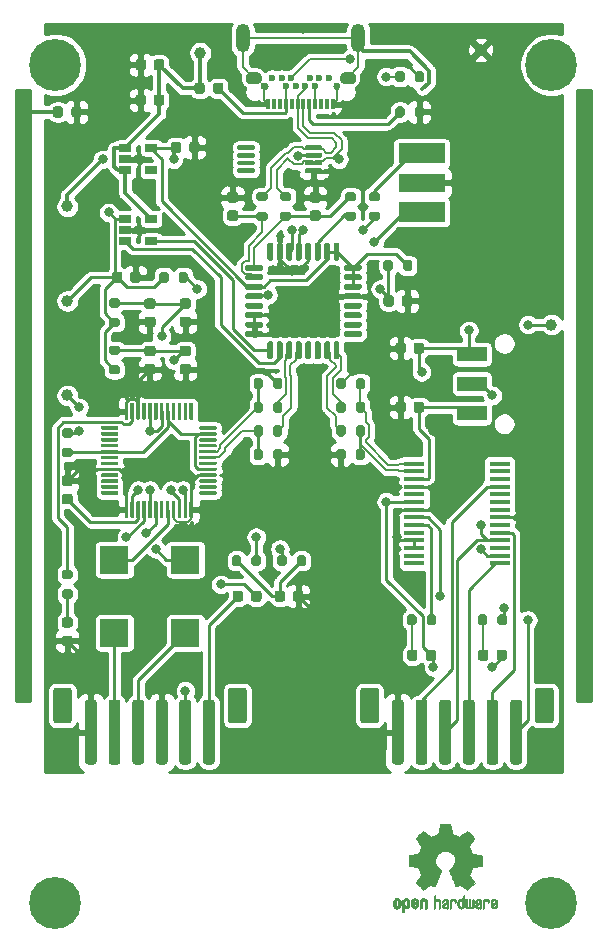
<source format=gbr>
%TF.GenerationSoftware,KiCad,Pcbnew,5.1.10*%
%TF.CreationDate,2021-05-06T14:57:10-06:00*%
%TF.ProjectId,tx500-data,74783530-302d-4646-9174-612e6b696361,1*%
%TF.SameCoordinates,Original*%
%TF.FileFunction,Copper,L1,Top*%
%TF.FilePolarity,Positive*%
%FSLAX46Y46*%
G04 Gerber Fmt 4.6, Leading zero omitted, Abs format (unit mm)*
G04 Created by KiCad (PCBNEW 5.1.10) date 2021-05-06 14:57:10*
%MOMM*%
%LPD*%
G01*
G04 APERTURE LIST*
%TA.AperFunction,EtchedComponent*%
%ADD10C,0.010000*%
%TD*%
%TA.AperFunction,SMDPad,CuDef*%
%ADD11R,0.100000X0.100000*%
%TD*%
%TA.AperFunction,ComponentPad*%
%ADD12C,0.900000*%
%TD*%
%TA.AperFunction,ComponentPad*%
%ADD13C,0.600000*%
%TD*%
%TA.AperFunction,SMDPad,CuDef*%
%ADD14R,0.350000X0.850000*%
%TD*%
%TA.AperFunction,ComponentPad*%
%ADD15O,1.200000X2.400000*%
%TD*%
%TA.AperFunction,SMDPad,CuDef*%
%ADD16R,4.000000X1.700000*%
%TD*%
%TA.AperFunction,SMDPad,CuDef*%
%ADD17R,4.000000X1.500000*%
%TD*%
%TA.AperFunction,SMDPad,CuDef*%
%ADD18R,2.500000X1.250000*%
%TD*%
%TA.AperFunction,ComponentPad*%
%ADD19C,4.400000*%
%TD*%
%TA.AperFunction,SMDPad,CuDef*%
%ADD20R,1.750000X0.450000*%
%TD*%
%TA.AperFunction,SMDPad,CuDef*%
%ADD21R,1.060000X0.650000*%
%TD*%
%TA.AperFunction,SMDPad,CuDef*%
%ADD22C,1.000000*%
%TD*%
%TA.AperFunction,SMDPad,CuDef*%
%ADD23R,2.450000X2.350000*%
%TD*%
%TA.AperFunction,ViaPad*%
%ADD24C,0.800000*%
%TD*%
%TA.AperFunction,ViaPad*%
%ADD25C,1.000000*%
%TD*%
%TA.AperFunction,Conductor*%
%ADD26C,0.250000*%
%TD*%
%TA.AperFunction,Conductor*%
%ADD27C,0.200000*%
%TD*%
%TA.AperFunction,Conductor*%
%ADD28C,0.350000*%
%TD*%
%TA.AperFunction,Conductor*%
%ADD29C,0.254000*%
%TD*%
%TA.AperFunction,Conductor*%
%ADD30C,0.100000*%
%TD*%
G04 APERTURE END LIST*
D10*
%TO.C,J1*%
G36*
X157100000Y-63095000D02*
G01*
X157100644Y-63070402D01*
X157102575Y-63045872D01*
X157105786Y-63021476D01*
X157110271Y-62997282D01*
X157116015Y-62973355D01*
X157123003Y-62949762D01*
X157131217Y-62926567D01*
X157140634Y-62903834D01*
X157151227Y-62881624D01*
X157162968Y-62860000D01*
X157175825Y-62839020D01*
X157189762Y-62818741D01*
X157204741Y-62799219D01*
X157220722Y-62780509D01*
X157237660Y-62762660D01*
X157255509Y-62745722D01*
X157274219Y-62729741D01*
X157293741Y-62714762D01*
X157314020Y-62700825D01*
X157335000Y-62687968D01*
X157356624Y-62676227D01*
X157378834Y-62665634D01*
X157401567Y-62656217D01*
X157424762Y-62648003D01*
X157448355Y-62641015D01*
X157472282Y-62635271D01*
X157496476Y-62630786D01*
X157520872Y-62627575D01*
X157545402Y-62625644D01*
X157570000Y-62625000D01*
X157925000Y-62625000D01*
X157949860Y-62625651D01*
X157974651Y-62627602D01*
X157999306Y-62630848D01*
X158023758Y-62635380D01*
X158047939Y-62641185D01*
X158071783Y-62648248D01*
X158095225Y-62656549D01*
X158118200Y-62666066D01*
X158140645Y-62676772D01*
X158162500Y-62688638D01*
X158183704Y-62701631D01*
X158204198Y-62715717D01*
X158223927Y-62730856D01*
X158242837Y-62747006D01*
X158260876Y-62764124D01*
X158277994Y-62782163D01*
X158294144Y-62801073D01*
X158309283Y-62820802D01*
X158323369Y-62841296D01*
X158336362Y-62862500D01*
X158348228Y-62884355D01*
X158358934Y-62906800D01*
X158368451Y-62929775D01*
X158376752Y-62953217D01*
X158383815Y-62977061D01*
X158389620Y-63001242D01*
X158394152Y-63025694D01*
X158397398Y-63050349D01*
X158399349Y-63075140D01*
X158400000Y-63100000D01*
X158399349Y-63124860D01*
X158397398Y-63149651D01*
X158394152Y-63174306D01*
X158389620Y-63198758D01*
X158383815Y-63222939D01*
X158376752Y-63246783D01*
X158368451Y-63270225D01*
X158358934Y-63293200D01*
X158348228Y-63315645D01*
X158336362Y-63337500D01*
X158323369Y-63358704D01*
X158309283Y-63379198D01*
X158294144Y-63398927D01*
X158277994Y-63417837D01*
X158260876Y-63435876D01*
X158242837Y-63452994D01*
X158223927Y-63469144D01*
X158204198Y-63484283D01*
X158183704Y-63498369D01*
X158162500Y-63511362D01*
X158140645Y-63523228D01*
X158118200Y-63533934D01*
X158095225Y-63543451D01*
X158071783Y-63551752D01*
X158047939Y-63558815D01*
X158023758Y-63564620D01*
X157999306Y-63569152D01*
X157974651Y-63572398D01*
X157949860Y-63574349D01*
X157925000Y-63575000D01*
X157570000Y-63575000D01*
X157545402Y-63574356D01*
X157520872Y-63572425D01*
X157496476Y-63569214D01*
X157472282Y-63564729D01*
X157448355Y-63558985D01*
X157424762Y-63551997D01*
X157401567Y-63543783D01*
X157378834Y-63534366D01*
X157356624Y-63523773D01*
X157335000Y-63512032D01*
X157314020Y-63499175D01*
X157293741Y-63485238D01*
X157274219Y-63470259D01*
X157255509Y-63454278D01*
X157237660Y-63437340D01*
X157220722Y-63419491D01*
X157204741Y-63400781D01*
X157189762Y-63381259D01*
X157175825Y-63360980D01*
X157162968Y-63340000D01*
X157151227Y-63318376D01*
X157140634Y-63296166D01*
X157131217Y-63273433D01*
X157123003Y-63250238D01*
X157116015Y-63226645D01*
X157110271Y-63202718D01*
X157105786Y-63178524D01*
X157102575Y-63154128D01*
X157100644Y-63129598D01*
X157100000Y-63105000D01*
X157300000Y-63105000D01*
X157300370Y-63119131D01*
X157301479Y-63133223D01*
X157303324Y-63147237D01*
X157305900Y-63161136D01*
X157309200Y-63174881D01*
X157313215Y-63188435D01*
X157317933Y-63201759D01*
X157323343Y-63214819D01*
X157329428Y-63227577D01*
X157336173Y-63240000D01*
X157343559Y-63252053D01*
X157351565Y-63263702D01*
X157360171Y-63274917D01*
X157369351Y-63285665D01*
X157379081Y-63295919D01*
X157389335Y-63305649D01*
X157400083Y-63314829D01*
X157411298Y-63323435D01*
X157422947Y-63331441D01*
X157435000Y-63338827D01*
X157447423Y-63345572D01*
X157460181Y-63351657D01*
X157473241Y-63357067D01*
X157486565Y-63361785D01*
X157500119Y-63365800D01*
X157513864Y-63369100D01*
X157527763Y-63371676D01*
X157541777Y-63373521D01*
X157555869Y-63374630D01*
X157570000Y-63375000D01*
X157925000Y-63375000D01*
X157939392Y-63374623D01*
X157953745Y-63373494D01*
X157968019Y-63371614D01*
X157982176Y-63368991D01*
X157996175Y-63365630D01*
X158009980Y-63361541D01*
X158023551Y-63356735D01*
X158036853Y-63351225D01*
X158049847Y-63345027D01*
X158062500Y-63338157D01*
X158074776Y-63330634D01*
X158086641Y-63322480D01*
X158098063Y-63313715D01*
X158109011Y-63304365D01*
X158119454Y-63294454D01*
X158129365Y-63284011D01*
X158138715Y-63273063D01*
X158147480Y-63261641D01*
X158155634Y-63249776D01*
X158163157Y-63237500D01*
X158170027Y-63224847D01*
X158176225Y-63211853D01*
X158181735Y-63198551D01*
X158186541Y-63184980D01*
X158190630Y-63171175D01*
X158193991Y-63157176D01*
X158196614Y-63143019D01*
X158198494Y-63128745D01*
X158199623Y-63114392D01*
X158200000Y-63100000D01*
X158199623Y-63085608D01*
X158198494Y-63071255D01*
X158196614Y-63056981D01*
X158193991Y-63042824D01*
X158190630Y-63028825D01*
X158186541Y-63015020D01*
X158181735Y-63001449D01*
X158176225Y-62988147D01*
X158170027Y-62975153D01*
X158163157Y-62962500D01*
X158155634Y-62950224D01*
X158147480Y-62938359D01*
X158138715Y-62926937D01*
X158129365Y-62915989D01*
X158119454Y-62905546D01*
X158109011Y-62895635D01*
X158098063Y-62886285D01*
X158086641Y-62877520D01*
X158074776Y-62869366D01*
X158062500Y-62861843D01*
X158049847Y-62854973D01*
X158036853Y-62848775D01*
X158023551Y-62843265D01*
X158009980Y-62838459D01*
X157996175Y-62834370D01*
X157982176Y-62831009D01*
X157968019Y-62828386D01*
X157953745Y-62826506D01*
X157939392Y-62825377D01*
X157925000Y-62825000D01*
X157570000Y-62825000D01*
X157555869Y-62825370D01*
X157541777Y-62826479D01*
X157527763Y-62828324D01*
X157513864Y-62830900D01*
X157500119Y-62834200D01*
X157486565Y-62838215D01*
X157473241Y-62842933D01*
X157460181Y-62848343D01*
X157447423Y-62854428D01*
X157435000Y-62861173D01*
X157422947Y-62868559D01*
X157411298Y-62876565D01*
X157400083Y-62885171D01*
X157389335Y-62894351D01*
X157379081Y-62904081D01*
X157369351Y-62914335D01*
X157360171Y-62925083D01*
X157351565Y-62936298D01*
X157343559Y-62947947D01*
X157336173Y-62960000D01*
X157329428Y-62972423D01*
X157323343Y-62985181D01*
X157317933Y-62998241D01*
X157313215Y-63011565D01*
X157309200Y-63025119D01*
X157305900Y-63038864D01*
X157303324Y-63052763D01*
X157301479Y-63066777D01*
X157300370Y-63080869D01*
X157300000Y-63095000D01*
X157100000Y-63095000D01*
G37*
X157100000Y-63095000D02*
X157100644Y-63070402D01*
X157102575Y-63045872D01*
X157105786Y-63021476D01*
X157110271Y-62997282D01*
X157116015Y-62973355D01*
X157123003Y-62949762D01*
X157131217Y-62926567D01*
X157140634Y-62903834D01*
X157151227Y-62881624D01*
X157162968Y-62860000D01*
X157175825Y-62839020D01*
X157189762Y-62818741D01*
X157204741Y-62799219D01*
X157220722Y-62780509D01*
X157237660Y-62762660D01*
X157255509Y-62745722D01*
X157274219Y-62729741D01*
X157293741Y-62714762D01*
X157314020Y-62700825D01*
X157335000Y-62687968D01*
X157356624Y-62676227D01*
X157378834Y-62665634D01*
X157401567Y-62656217D01*
X157424762Y-62648003D01*
X157448355Y-62641015D01*
X157472282Y-62635271D01*
X157496476Y-62630786D01*
X157520872Y-62627575D01*
X157545402Y-62625644D01*
X157570000Y-62625000D01*
X157925000Y-62625000D01*
X157949860Y-62625651D01*
X157974651Y-62627602D01*
X157999306Y-62630848D01*
X158023758Y-62635380D01*
X158047939Y-62641185D01*
X158071783Y-62648248D01*
X158095225Y-62656549D01*
X158118200Y-62666066D01*
X158140645Y-62676772D01*
X158162500Y-62688638D01*
X158183704Y-62701631D01*
X158204198Y-62715717D01*
X158223927Y-62730856D01*
X158242837Y-62747006D01*
X158260876Y-62764124D01*
X158277994Y-62782163D01*
X158294144Y-62801073D01*
X158309283Y-62820802D01*
X158323369Y-62841296D01*
X158336362Y-62862500D01*
X158348228Y-62884355D01*
X158358934Y-62906800D01*
X158368451Y-62929775D01*
X158376752Y-62953217D01*
X158383815Y-62977061D01*
X158389620Y-63001242D01*
X158394152Y-63025694D01*
X158397398Y-63050349D01*
X158399349Y-63075140D01*
X158400000Y-63100000D01*
X158399349Y-63124860D01*
X158397398Y-63149651D01*
X158394152Y-63174306D01*
X158389620Y-63198758D01*
X158383815Y-63222939D01*
X158376752Y-63246783D01*
X158368451Y-63270225D01*
X158358934Y-63293200D01*
X158348228Y-63315645D01*
X158336362Y-63337500D01*
X158323369Y-63358704D01*
X158309283Y-63379198D01*
X158294144Y-63398927D01*
X158277994Y-63417837D01*
X158260876Y-63435876D01*
X158242837Y-63452994D01*
X158223927Y-63469144D01*
X158204198Y-63484283D01*
X158183704Y-63498369D01*
X158162500Y-63511362D01*
X158140645Y-63523228D01*
X158118200Y-63533934D01*
X158095225Y-63543451D01*
X158071783Y-63551752D01*
X158047939Y-63558815D01*
X158023758Y-63564620D01*
X157999306Y-63569152D01*
X157974651Y-63572398D01*
X157949860Y-63574349D01*
X157925000Y-63575000D01*
X157570000Y-63575000D01*
X157545402Y-63574356D01*
X157520872Y-63572425D01*
X157496476Y-63569214D01*
X157472282Y-63564729D01*
X157448355Y-63558985D01*
X157424762Y-63551997D01*
X157401567Y-63543783D01*
X157378834Y-63534366D01*
X157356624Y-63523773D01*
X157335000Y-63512032D01*
X157314020Y-63499175D01*
X157293741Y-63485238D01*
X157274219Y-63470259D01*
X157255509Y-63454278D01*
X157237660Y-63437340D01*
X157220722Y-63419491D01*
X157204741Y-63400781D01*
X157189762Y-63381259D01*
X157175825Y-63360980D01*
X157162968Y-63340000D01*
X157151227Y-63318376D01*
X157140634Y-63296166D01*
X157131217Y-63273433D01*
X157123003Y-63250238D01*
X157116015Y-63226645D01*
X157110271Y-63202718D01*
X157105786Y-63178524D01*
X157102575Y-63154128D01*
X157100644Y-63129598D01*
X157100000Y-63105000D01*
X157300000Y-63105000D01*
X157300370Y-63119131D01*
X157301479Y-63133223D01*
X157303324Y-63147237D01*
X157305900Y-63161136D01*
X157309200Y-63174881D01*
X157313215Y-63188435D01*
X157317933Y-63201759D01*
X157323343Y-63214819D01*
X157329428Y-63227577D01*
X157336173Y-63240000D01*
X157343559Y-63252053D01*
X157351565Y-63263702D01*
X157360171Y-63274917D01*
X157369351Y-63285665D01*
X157379081Y-63295919D01*
X157389335Y-63305649D01*
X157400083Y-63314829D01*
X157411298Y-63323435D01*
X157422947Y-63331441D01*
X157435000Y-63338827D01*
X157447423Y-63345572D01*
X157460181Y-63351657D01*
X157473241Y-63357067D01*
X157486565Y-63361785D01*
X157500119Y-63365800D01*
X157513864Y-63369100D01*
X157527763Y-63371676D01*
X157541777Y-63373521D01*
X157555869Y-63374630D01*
X157570000Y-63375000D01*
X157925000Y-63375000D01*
X157939392Y-63374623D01*
X157953745Y-63373494D01*
X157968019Y-63371614D01*
X157982176Y-63368991D01*
X157996175Y-63365630D01*
X158009980Y-63361541D01*
X158023551Y-63356735D01*
X158036853Y-63351225D01*
X158049847Y-63345027D01*
X158062500Y-63338157D01*
X158074776Y-63330634D01*
X158086641Y-63322480D01*
X158098063Y-63313715D01*
X158109011Y-63304365D01*
X158119454Y-63294454D01*
X158129365Y-63284011D01*
X158138715Y-63273063D01*
X158147480Y-63261641D01*
X158155634Y-63249776D01*
X158163157Y-63237500D01*
X158170027Y-63224847D01*
X158176225Y-63211853D01*
X158181735Y-63198551D01*
X158186541Y-63184980D01*
X158190630Y-63171175D01*
X158193991Y-63157176D01*
X158196614Y-63143019D01*
X158198494Y-63128745D01*
X158199623Y-63114392D01*
X158200000Y-63100000D01*
X158199623Y-63085608D01*
X158198494Y-63071255D01*
X158196614Y-63056981D01*
X158193991Y-63042824D01*
X158190630Y-63028825D01*
X158186541Y-63015020D01*
X158181735Y-63001449D01*
X158176225Y-62988147D01*
X158170027Y-62975153D01*
X158163157Y-62962500D01*
X158155634Y-62950224D01*
X158147480Y-62938359D01*
X158138715Y-62926937D01*
X158129365Y-62915989D01*
X158119454Y-62905546D01*
X158109011Y-62895635D01*
X158098063Y-62886285D01*
X158086641Y-62877520D01*
X158074776Y-62869366D01*
X158062500Y-62861843D01*
X158049847Y-62854973D01*
X158036853Y-62848775D01*
X158023551Y-62843265D01*
X158009980Y-62838459D01*
X157996175Y-62834370D01*
X157982176Y-62831009D01*
X157968019Y-62828386D01*
X157953745Y-62826506D01*
X157939392Y-62825377D01*
X157925000Y-62825000D01*
X157570000Y-62825000D01*
X157555869Y-62825370D01*
X157541777Y-62826479D01*
X157527763Y-62828324D01*
X157513864Y-62830900D01*
X157500119Y-62834200D01*
X157486565Y-62838215D01*
X157473241Y-62842933D01*
X157460181Y-62848343D01*
X157447423Y-62854428D01*
X157435000Y-62861173D01*
X157422947Y-62868559D01*
X157411298Y-62876565D01*
X157400083Y-62885171D01*
X157389335Y-62894351D01*
X157379081Y-62904081D01*
X157369351Y-62914335D01*
X157360171Y-62925083D01*
X157351565Y-62936298D01*
X157343559Y-62947947D01*
X157336173Y-62960000D01*
X157329428Y-62972423D01*
X157323343Y-62985181D01*
X157317933Y-62998241D01*
X157313215Y-63011565D01*
X157309200Y-63025119D01*
X157305900Y-63038864D01*
X157303324Y-63052763D01*
X157301479Y-63066777D01*
X157300370Y-63080869D01*
X157300000Y-63095000D01*
X157100000Y-63095000D01*
G36*
X150400000Y-63105000D02*
G01*
X150399356Y-63129598D01*
X150397425Y-63154128D01*
X150394214Y-63178524D01*
X150389729Y-63202718D01*
X150383985Y-63226645D01*
X150376997Y-63250238D01*
X150368783Y-63273433D01*
X150359366Y-63296166D01*
X150348773Y-63318376D01*
X150337032Y-63340000D01*
X150324175Y-63360980D01*
X150310238Y-63381259D01*
X150295259Y-63400781D01*
X150279278Y-63419491D01*
X150262340Y-63437340D01*
X150244491Y-63454278D01*
X150225781Y-63470259D01*
X150206259Y-63485238D01*
X150185980Y-63499175D01*
X150165000Y-63512032D01*
X150143376Y-63523773D01*
X150121166Y-63534366D01*
X150098433Y-63543783D01*
X150075238Y-63551997D01*
X150051645Y-63558985D01*
X150027718Y-63564729D01*
X150003524Y-63569214D01*
X149979128Y-63572425D01*
X149954598Y-63574356D01*
X149930000Y-63575000D01*
X149575000Y-63575000D01*
X149550140Y-63574349D01*
X149525349Y-63572398D01*
X149500694Y-63569152D01*
X149476242Y-63564620D01*
X149452061Y-63558815D01*
X149428217Y-63551752D01*
X149404775Y-63543451D01*
X149381800Y-63533934D01*
X149359355Y-63523228D01*
X149337500Y-63511362D01*
X149316296Y-63498369D01*
X149295802Y-63484283D01*
X149276073Y-63469144D01*
X149257163Y-63452994D01*
X149239124Y-63435876D01*
X149222006Y-63417837D01*
X149205856Y-63398927D01*
X149190717Y-63379198D01*
X149176631Y-63358704D01*
X149163638Y-63337500D01*
X149151772Y-63315645D01*
X149141066Y-63293200D01*
X149131549Y-63270225D01*
X149123248Y-63246783D01*
X149116185Y-63222939D01*
X149110380Y-63198758D01*
X149105848Y-63174306D01*
X149102602Y-63149651D01*
X149100651Y-63124860D01*
X149100000Y-63100000D01*
X149100651Y-63075140D01*
X149102602Y-63050349D01*
X149105848Y-63025694D01*
X149110380Y-63001242D01*
X149116185Y-62977061D01*
X149123248Y-62953217D01*
X149131549Y-62929775D01*
X149141066Y-62906800D01*
X149151772Y-62884355D01*
X149163638Y-62862500D01*
X149176631Y-62841296D01*
X149190717Y-62820802D01*
X149205856Y-62801073D01*
X149222006Y-62782163D01*
X149239124Y-62764124D01*
X149257163Y-62747006D01*
X149276073Y-62730856D01*
X149295802Y-62715717D01*
X149316296Y-62701631D01*
X149337500Y-62688638D01*
X149359355Y-62676772D01*
X149381800Y-62666066D01*
X149404775Y-62656549D01*
X149428217Y-62648248D01*
X149452061Y-62641185D01*
X149476242Y-62635380D01*
X149500694Y-62630848D01*
X149525349Y-62627602D01*
X149550140Y-62625651D01*
X149575000Y-62625000D01*
X149930000Y-62625000D01*
X149954598Y-62625644D01*
X149979128Y-62627575D01*
X150003524Y-62630786D01*
X150027718Y-62635271D01*
X150051645Y-62641015D01*
X150075238Y-62648003D01*
X150098433Y-62656217D01*
X150121166Y-62665634D01*
X150143376Y-62676227D01*
X150165000Y-62687968D01*
X150185980Y-62700825D01*
X150206259Y-62714762D01*
X150225781Y-62729741D01*
X150244491Y-62745722D01*
X150262340Y-62762660D01*
X150279278Y-62780509D01*
X150295259Y-62799219D01*
X150310238Y-62818741D01*
X150324175Y-62839020D01*
X150337032Y-62860000D01*
X150348773Y-62881624D01*
X150359366Y-62903834D01*
X150368783Y-62926567D01*
X150376997Y-62949762D01*
X150383985Y-62973355D01*
X150389729Y-62997282D01*
X150394214Y-63021476D01*
X150397425Y-63045872D01*
X150399356Y-63070402D01*
X150400000Y-63095000D01*
X150200000Y-63095000D01*
X150199630Y-63080869D01*
X150198521Y-63066777D01*
X150196676Y-63052763D01*
X150194100Y-63038864D01*
X150190800Y-63025119D01*
X150186785Y-63011565D01*
X150182067Y-62998241D01*
X150176657Y-62985181D01*
X150170572Y-62972423D01*
X150163827Y-62960000D01*
X150156441Y-62947947D01*
X150148435Y-62936298D01*
X150139829Y-62925083D01*
X150130649Y-62914335D01*
X150120919Y-62904081D01*
X150110665Y-62894351D01*
X150099917Y-62885171D01*
X150088702Y-62876565D01*
X150077053Y-62868559D01*
X150065000Y-62861173D01*
X150052577Y-62854428D01*
X150039819Y-62848343D01*
X150026759Y-62842933D01*
X150013435Y-62838215D01*
X149999881Y-62834200D01*
X149986136Y-62830900D01*
X149972237Y-62828324D01*
X149958223Y-62826479D01*
X149944131Y-62825370D01*
X149930000Y-62825000D01*
X149575000Y-62825000D01*
X149560608Y-62825377D01*
X149546255Y-62826506D01*
X149531981Y-62828386D01*
X149517824Y-62831009D01*
X149503825Y-62834370D01*
X149490020Y-62838459D01*
X149476449Y-62843265D01*
X149463147Y-62848775D01*
X149450153Y-62854973D01*
X149437500Y-62861843D01*
X149425224Y-62869366D01*
X149413359Y-62877520D01*
X149401937Y-62886285D01*
X149390989Y-62895635D01*
X149380546Y-62905546D01*
X149370635Y-62915989D01*
X149361285Y-62926937D01*
X149352520Y-62938359D01*
X149344366Y-62950224D01*
X149336843Y-62962500D01*
X149329973Y-62975153D01*
X149323775Y-62988147D01*
X149318265Y-63001449D01*
X149313459Y-63015020D01*
X149309370Y-63028825D01*
X149306009Y-63042824D01*
X149303386Y-63056981D01*
X149301506Y-63071255D01*
X149300377Y-63085608D01*
X149300000Y-63100000D01*
X149300377Y-63114392D01*
X149301506Y-63128745D01*
X149303386Y-63143019D01*
X149306009Y-63157176D01*
X149309370Y-63171175D01*
X149313459Y-63184980D01*
X149318265Y-63198551D01*
X149323775Y-63211853D01*
X149329973Y-63224847D01*
X149336843Y-63237500D01*
X149344366Y-63249776D01*
X149352520Y-63261641D01*
X149361285Y-63273063D01*
X149370635Y-63284011D01*
X149380546Y-63294454D01*
X149390989Y-63304365D01*
X149401937Y-63313715D01*
X149413359Y-63322480D01*
X149425224Y-63330634D01*
X149437500Y-63338157D01*
X149450153Y-63345027D01*
X149463147Y-63351225D01*
X149476449Y-63356735D01*
X149490020Y-63361541D01*
X149503825Y-63365630D01*
X149517824Y-63368991D01*
X149531981Y-63371614D01*
X149546255Y-63373494D01*
X149560608Y-63374623D01*
X149575000Y-63375000D01*
X149930000Y-63375000D01*
X149944131Y-63374630D01*
X149958223Y-63373521D01*
X149972237Y-63371676D01*
X149986136Y-63369100D01*
X149999881Y-63365800D01*
X150013435Y-63361785D01*
X150026759Y-63357067D01*
X150039819Y-63351657D01*
X150052577Y-63345572D01*
X150065000Y-63338827D01*
X150077053Y-63331441D01*
X150088702Y-63323435D01*
X150099917Y-63314829D01*
X150110665Y-63305649D01*
X150120919Y-63295919D01*
X150130649Y-63285665D01*
X150139829Y-63274917D01*
X150148435Y-63263702D01*
X150156441Y-63252053D01*
X150163827Y-63240000D01*
X150170572Y-63227577D01*
X150176657Y-63214819D01*
X150182067Y-63201759D01*
X150186785Y-63188435D01*
X150190800Y-63174881D01*
X150194100Y-63161136D01*
X150196676Y-63147237D01*
X150198521Y-63133223D01*
X150199630Y-63119131D01*
X150200000Y-63105000D01*
X150400000Y-63105000D01*
G37*
X150400000Y-63105000D02*
X150399356Y-63129598D01*
X150397425Y-63154128D01*
X150394214Y-63178524D01*
X150389729Y-63202718D01*
X150383985Y-63226645D01*
X150376997Y-63250238D01*
X150368783Y-63273433D01*
X150359366Y-63296166D01*
X150348773Y-63318376D01*
X150337032Y-63340000D01*
X150324175Y-63360980D01*
X150310238Y-63381259D01*
X150295259Y-63400781D01*
X150279278Y-63419491D01*
X150262340Y-63437340D01*
X150244491Y-63454278D01*
X150225781Y-63470259D01*
X150206259Y-63485238D01*
X150185980Y-63499175D01*
X150165000Y-63512032D01*
X150143376Y-63523773D01*
X150121166Y-63534366D01*
X150098433Y-63543783D01*
X150075238Y-63551997D01*
X150051645Y-63558985D01*
X150027718Y-63564729D01*
X150003524Y-63569214D01*
X149979128Y-63572425D01*
X149954598Y-63574356D01*
X149930000Y-63575000D01*
X149575000Y-63575000D01*
X149550140Y-63574349D01*
X149525349Y-63572398D01*
X149500694Y-63569152D01*
X149476242Y-63564620D01*
X149452061Y-63558815D01*
X149428217Y-63551752D01*
X149404775Y-63543451D01*
X149381800Y-63533934D01*
X149359355Y-63523228D01*
X149337500Y-63511362D01*
X149316296Y-63498369D01*
X149295802Y-63484283D01*
X149276073Y-63469144D01*
X149257163Y-63452994D01*
X149239124Y-63435876D01*
X149222006Y-63417837D01*
X149205856Y-63398927D01*
X149190717Y-63379198D01*
X149176631Y-63358704D01*
X149163638Y-63337500D01*
X149151772Y-63315645D01*
X149141066Y-63293200D01*
X149131549Y-63270225D01*
X149123248Y-63246783D01*
X149116185Y-63222939D01*
X149110380Y-63198758D01*
X149105848Y-63174306D01*
X149102602Y-63149651D01*
X149100651Y-63124860D01*
X149100000Y-63100000D01*
X149100651Y-63075140D01*
X149102602Y-63050349D01*
X149105848Y-63025694D01*
X149110380Y-63001242D01*
X149116185Y-62977061D01*
X149123248Y-62953217D01*
X149131549Y-62929775D01*
X149141066Y-62906800D01*
X149151772Y-62884355D01*
X149163638Y-62862500D01*
X149176631Y-62841296D01*
X149190717Y-62820802D01*
X149205856Y-62801073D01*
X149222006Y-62782163D01*
X149239124Y-62764124D01*
X149257163Y-62747006D01*
X149276073Y-62730856D01*
X149295802Y-62715717D01*
X149316296Y-62701631D01*
X149337500Y-62688638D01*
X149359355Y-62676772D01*
X149381800Y-62666066D01*
X149404775Y-62656549D01*
X149428217Y-62648248D01*
X149452061Y-62641185D01*
X149476242Y-62635380D01*
X149500694Y-62630848D01*
X149525349Y-62627602D01*
X149550140Y-62625651D01*
X149575000Y-62625000D01*
X149930000Y-62625000D01*
X149954598Y-62625644D01*
X149979128Y-62627575D01*
X150003524Y-62630786D01*
X150027718Y-62635271D01*
X150051645Y-62641015D01*
X150075238Y-62648003D01*
X150098433Y-62656217D01*
X150121166Y-62665634D01*
X150143376Y-62676227D01*
X150165000Y-62687968D01*
X150185980Y-62700825D01*
X150206259Y-62714762D01*
X150225781Y-62729741D01*
X150244491Y-62745722D01*
X150262340Y-62762660D01*
X150279278Y-62780509D01*
X150295259Y-62799219D01*
X150310238Y-62818741D01*
X150324175Y-62839020D01*
X150337032Y-62860000D01*
X150348773Y-62881624D01*
X150359366Y-62903834D01*
X150368783Y-62926567D01*
X150376997Y-62949762D01*
X150383985Y-62973355D01*
X150389729Y-62997282D01*
X150394214Y-63021476D01*
X150397425Y-63045872D01*
X150399356Y-63070402D01*
X150400000Y-63095000D01*
X150200000Y-63095000D01*
X150199630Y-63080869D01*
X150198521Y-63066777D01*
X150196676Y-63052763D01*
X150194100Y-63038864D01*
X150190800Y-63025119D01*
X150186785Y-63011565D01*
X150182067Y-62998241D01*
X150176657Y-62985181D01*
X150170572Y-62972423D01*
X150163827Y-62960000D01*
X150156441Y-62947947D01*
X150148435Y-62936298D01*
X150139829Y-62925083D01*
X150130649Y-62914335D01*
X150120919Y-62904081D01*
X150110665Y-62894351D01*
X150099917Y-62885171D01*
X150088702Y-62876565D01*
X150077053Y-62868559D01*
X150065000Y-62861173D01*
X150052577Y-62854428D01*
X150039819Y-62848343D01*
X150026759Y-62842933D01*
X150013435Y-62838215D01*
X149999881Y-62834200D01*
X149986136Y-62830900D01*
X149972237Y-62828324D01*
X149958223Y-62826479D01*
X149944131Y-62825370D01*
X149930000Y-62825000D01*
X149575000Y-62825000D01*
X149560608Y-62825377D01*
X149546255Y-62826506D01*
X149531981Y-62828386D01*
X149517824Y-62831009D01*
X149503825Y-62834370D01*
X149490020Y-62838459D01*
X149476449Y-62843265D01*
X149463147Y-62848775D01*
X149450153Y-62854973D01*
X149437500Y-62861843D01*
X149425224Y-62869366D01*
X149413359Y-62877520D01*
X149401937Y-62886285D01*
X149390989Y-62895635D01*
X149380546Y-62905546D01*
X149370635Y-62915989D01*
X149361285Y-62926937D01*
X149352520Y-62938359D01*
X149344366Y-62950224D01*
X149336843Y-62962500D01*
X149329973Y-62975153D01*
X149323775Y-62988147D01*
X149318265Y-63001449D01*
X149313459Y-63015020D01*
X149309370Y-63028825D01*
X149306009Y-63042824D01*
X149303386Y-63056981D01*
X149301506Y-63071255D01*
X149300377Y-63085608D01*
X149300000Y-63100000D01*
X149300377Y-63114392D01*
X149301506Y-63128745D01*
X149303386Y-63143019D01*
X149306009Y-63157176D01*
X149309370Y-63171175D01*
X149313459Y-63184980D01*
X149318265Y-63198551D01*
X149323775Y-63211853D01*
X149329973Y-63224847D01*
X149336843Y-63237500D01*
X149344366Y-63249776D01*
X149352520Y-63261641D01*
X149361285Y-63273063D01*
X149370635Y-63284011D01*
X149380546Y-63294454D01*
X149390989Y-63304365D01*
X149401937Y-63313715D01*
X149413359Y-63322480D01*
X149425224Y-63330634D01*
X149437500Y-63338157D01*
X149450153Y-63345027D01*
X149463147Y-63351225D01*
X149476449Y-63356735D01*
X149490020Y-63361541D01*
X149503825Y-63365630D01*
X149517824Y-63368991D01*
X149531981Y-63371614D01*
X149546255Y-63373494D01*
X149560608Y-63374623D01*
X149575000Y-63375000D01*
X149930000Y-63375000D01*
X149944131Y-63374630D01*
X149958223Y-63373521D01*
X149972237Y-63371676D01*
X149986136Y-63369100D01*
X149999881Y-63365800D01*
X150013435Y-63361785D01*
X150026759Y-63357067D01*
X150039819Y-63351657D01*
X150052577Y-63345572D01*
X150065000Y-63338827D01*
X150077053Y-63331441D01*
X150088702Y-63323435D01*
X150099917Y-63314829D01*
X150110665Y-63305649D01*
X150120919Y-63295919D01*
X150130649Y-63285665D01*
X150139829Y-63274917D01*
X150148435Y-63263702D01*
X150156441Y-63252053D01*
X150163827Y-63240000D01*
X150170572Y-63227577D01*
X150176657Y-63214819D01*
X150182067Y-63201759D01*
X150186785Y-63188435D01*
X150190800Y-63174881D01*
X150194100Y-63161136D01*
X150196676Y-63147237D01*
X150198521Y-63133223D01*
X150199630Y-63119131D01*
X150200000Y-63105000D01*
X150400000Y-63105000D01*
%TO.C,LOGO1*%
G36*
X166139878Y-126287776D02*
G01*
X166245612Y-126288355D01*
X166322132Y-126289922D01*
X166374372Y-126292972D01*
X166407263Y-126297996D01*
X166425737Y-126305489D01*
X166434727Y-126315944D01*
X166439163Y-126329853D01*
X166439594Y-126331654D01*
X166446333Y-126364145D01*
X166458808Y-126428252D01*
X166475719Y-126517151D01*
X166495771Y-126624019D01*
X166517664Y-126742033D01*
X166518429Y-126746178D01*
X166540359Y-126861831D01*
X166560877Y-126964014D01*
X166578659Y-127046598D01*
X166592381Y-127103456D01*
X166600718Y-127128458D01*
X166601116Y-127128901D01*
X166625677Y-127141110D01*
X166676315Y-127161456D01*
X166742095Y-127185545D01*
X166742461Y-127185674D01*
X166825317Y-127216818D01*
X166923000Y-127256491D01*
X167015077Y-127296381D01*
X167019434Y-127298353D01*
X167169407Y-127366420D01*
X167501498Y-127139639D01*
X167603374Y-127070504D01*
X167695657Y-127008697D01*
X167773003Y-126957733D01*
X167830064Y-126921127D01*
X167861495Y-126902394D01*
X167864479Y-126901004D01*
X167887321Y-126907190D01*
X167929982Y-126937035D01*
X167994128Y-126991947D01*
X168081421Y-127073334D01*
X168170535Y-127159922D01*
X168256441Y-127245247D01*
X168333327Y-127323108D01*
X168396564Y-127388697D01*
X168441523Y-127437205D01*
X168463576Y-127463825D01*
X168464396Y-127465195D01*
X168466834Y-127483463D01*
X168457650Y-127513295D01*
X168434574Y-127558721D01*
X168395337Y-127623770D01*
X168337670Y-127712470D01*
X168260795Y-127826657D01*
X168192570Y-127927162D01*
X168131582Y-128017303D01*
X168081356Y-128091849D01*
X168045416Y-128145565D01*
X168027287Y-128173218D01*
X168026146Y-128175095D01*
X168028359Y-128201590D01*
X168045138Y-128253086D01*
X168073142Y-128319851D01*
X168083122Y-128341172D01*
X168126672Y-128436159D01*
X168173134Y-128543937D01*
X168210877Y-128637192D01*
X168238073Y-128706406D01*
X168259675Y-128759006D01*
X168272158Y-128786497D01*
X168273709Y-128788616D01*
X168296668Y-128792124D01*
X168350786Y-128801738D01*
X168428868Y-128816089D01*
X168523719Y-128833807D01*
X168628143Y-128853525D01*
X168734944Y-128873874D01*
X168836926Y-128893486D01*
X168926894Y-128910991D01*
X168997653Y-128925022D01*
X169042006Y-128934209D01*
X169052885Y-128936807D01*
X169064122Y-128943218D01*
X169072605Y-128957697D01*
X169078714Y-128985133D01*
X169082832Y-129030411D01*
X169085341Y-129098420D01*
X169086621Y-129194047D01*
X169087054Y-129322180D01*
X169087077Y-129374701D01*
X169087077Y-129801845D01*
X168984500Y-129822091D01*
X168927431Y-129833070D01*
X168842269Y-129849095D01*
X168739372Y-129868233D01*
X168629096Y-129888551D01*
X168598615Y-129894132D01*
X168496855Y-129913917D01*
X168408205Y-129933373D01*
X168340108Y-129950697D01*
X168300004Y-129964088D01*
X168293323Y-129968079D01*
X168276919Y-129996342D01*
X168253399Y-130051109D01*
X168227316Y-130121588D01*
X168222142Y-130136769D01*
X168187956Y-130230896D01*
X168145523Y-130337101D01*
X168103997Y-130432473D01*
X168103792Y-130432916D01*
X168034640Y-130582525D01*
X168489512Y-131251617D01*
X168197500Y-131544116D01*
X168109180Y-131631170D01*
X168028625Y-131707909D01*
X167960360Y-131770237D01*
X167908908Y-131814056D01*
X167878794Y-131835270D01*
X167874474Y-131836616D01*
X167849111Y-131826016D01*
X167797358Y-131796547D01*
X167724868Y-131751705D01*
X167637294Y-131694984D01*
X167542612Y-131631462D01*
X167446516Y-131566668D01*
X167360837Y-131510287D01*
X167291016Y-131465788D01*
X167242494Y-131436639D01*
X167220782Y-131426308D01*
X167194293Y-131435050D01*
X167144062Y-131458087D01*
X167080451Y-131490631D01*
X167073708Y-131494249D01*
X166988046Y-131537210D01*
X166929306Y-131558279D01*
X166892772Y-131558503D01*
X166873731Y-131538928D01*
X166873620Y-131538654D01*
X166864102Y-131515472D01*
X166841403Y-131460441D01*
X166807282Y-131377822D01*
X166763500Y-131271872D01*
X166711816Y-131146852D01*
X166653992Y-131007020D01*
X166597991Y-130871637D01*
X166536447Y-130722234D01*
X166479939Y-130583832D01*
X166430161Y-130460673D01*
X166388806Y-130357002D01*
X166357568Y-130277059D01*
X166338141Y-130225088D01*
X166332154Y-130205692D01*
X166347168Y-130183443D01*
X166386439Y-130147982D01*
X166438807Y-130108887D01*
X166587941Y-129985245D01*
X166704511Y-129843522D01*
X166787118Y-129686704D01*
X166834366Y-129517775D01*
X166844857Y-129339722D01*
X166837231Y-129257539D01*
X166795682Y-129087031D01*
X166724123Y-128936459D01*
X166626995Y-128807309D01*
X166508734Y-128701064D01*
X166373780Y-128619210D01*
X166226571Y-128563232D01*
X166071544Y-128534615D01*
X165913139Y-128534844D01*
X165755794Y-128565405D01*
X165603946Y-128627782D01*
X165462035Y-128723460D01*
X165402803Y-128777572D01*
X165289203Y-128916520D01*
X165210106Y-129068361D01*
X165164986Y-129228667D01*
X165153316Y-129393012D01*
X165174569Y-129556971D01*
X165228220Y-129716118D01*
X165313740Y-129866025D01*
X165430605Y-130002267D01*
X165561193Y-130108887D01*
X165615588Y-130149642D01*
X165654014Y-130184718D01*
X165667846Y-130205726D01*
X165660603Y-130228635D01*
X165640005Y-130283365D01*
X165607746Y-130365672D01*
X165565521Y-130471315D01*
X165515023Y-130596050D01*
X165457948Y-130735636D01*
X165401854Y-130871670D01*
X165339967Y-131021201D01*
X165282644Y-131159767D01*
X165231644Y-131283107D01*
X165188727Y-131386964D01*
X165155653Y-131467080D01*
X165134181Y-131519195D01*
X165126225Y-131538654D01*
X165107429Y-131558423D01*
X165071074Y-131558365D01*
X165012479Y-131537441D01*
X164926968Y-131494613D01*
X164926292Y-131494249D01*
X164861907Y-131461012D01*
X164809861Y-131436802D01*
X164780512Y-131426404D01*
X164779217Y-131426308D01*
X164757124Y-131436855D01*
X164708348Y-131466184D01*
X164638331Y-131510827D01*
X164552514Y-131567314D01*
X164457388Y-131631462D01*
X164360540Y-131696411D01*
X164273253Y-131752896D01*
X164201181Y-131797421D01*
X164149977Y-131826490D01*
X164125526Y-131836616D01*
X164103010Y-131823307D01*
X164057742Y-131786112D01*
X163994244Y-131729128D01*
X163917039Y-131656449D01*
X163830651Y-131572171D01*
X163802399Y-131544016D01*
X163510287Y-131251416D01*
X163732631Y-130925104D01*
X163800202Y-130824897D01*
X163859507Y-130734963D01*
X163907217Y-130660510D01*
X163940007Y-130606751D01*
X163954548Y-130578894D01*
X163954974Y-130576912D01*
X163947308Y-130550655D01*
X163926689Y-130497837D01*
X163896685Y-130427310D01*
X163875625Y-130380093D01*
X163836248Y-130289694D01*
X163799165Y-130198366D01*
X163770415Y-130121200D01*
X163762605Y-130097692D01*
X163740417Y-130034916D01*
X163718727Y-129986411D01*
X163706813Y-129968079D01*
X163680523Y-129956859D01*
X163623142Y-129940954D01*
X163542118Y-129922167D01*
X163444895Y-129902299D01*
X163401385Y-129894132D01*
X163290896Y-129873829D01*
X163184916Y-129854170D01*
X163093801Y-129837088D01*
X163027908Y-129824518D01*
X163015500Y-129822091D01*
X162912923Y-129801845D01*
X162912923Y-129374701D01*
X162913153Y-129234246D01*
X162914099Y-129127979D01*
X162916141Y-129051013D01*
X162919662Y-128998460D01*
X162925043Y-128965433D01*
X162932666Y-128947045D01*
X162942912Y-128938408D01*
X162947115Y-128936807D01*
X162972470Y-128931127D01*
X163028484Y-128919795D01*
X163107964Y-128904179D01*
X163203712Y-128885647D01*
X163308533Y-128865569D01*
X163415232Y-128845312D01*
X163516613Y-128826246D01*
X163605479Y-128809739D01*
X163674637Y-128797159D01*
X163716889Y-128789875D01*
X163726290Y-128788616D01*
X163734807Y-128771763D01*
X163753660Y-128726870D01*
X163779324Y-128662430D01*
X163789123Y-128637192D01*
X163828648Y-128539686D01*
X163875192Y-128431959D01*
X163916877Y-128341172D01*
X163947550Y-128271753D01*
X163967956Y-128214710D01*
X163974768Y-128179777D01*
X163973682Y-128175095D01*
X163959285Y-128152991D01*
X163926412Y-128103831D01*
X163878590Y-128032848D01*
X163819348Y-127945278D01*
X163752215Y-127846357D01*
X163738941Y-127826830D01*
X163661046Y-127711140D01*
X163603787Y-127623044D01*
X163564881Y-127558486D01*
X163542044Y-127513411D01*
X163532994Y-127483763D01*
X163535448Y-127465485D01*
X163535511Y-127465369D01*
X163554827Y-127441361D01*
X163597551Y-127394947D01*
X163659051Y-127330937D01*
X163734698Y-127254145D01*
X163819861Y-127169382D01*
X163829465Y-127159922D01*
X163936790Y-127055989D01*
X164019615Y-126979675D01*
X164079605Y-126929571D01*
X164118423Y-126904270D01*
X164135520Y-126901004D01*
X164160473Y-126915250D01*
X164212255Y-126948156D01*
X164285520Y-126996208D01*
X164374920Y-127055890D01*
X164475111Y-127123688D01*
X164498501Y-127139639D01*
X164830593Y-127366420D01*
X164980565Y-127298353D01*
X165071770Y-127258685D01*
X165169669Y-127218791D01*
X165253831Y-127186983D01*
X165257538Y-127185674D01*
X165323369Y-127161576D01*
X165374116Y-127141200D01*
X165398842Y-127128936D01*
X165398884Y-127128901D01*
X165406729Y-127106734D01*
X165420066Y-127052217D01*
X165437570Y-126971480D01*
X165457917Y-126870650D01*
X165479782Y-126755856D01*
X165481571Y-126746178D01*
X165503504Y-126627904D01*
X165523640Y-126520542D01*
X165540680Y-126430917D01*
X165553328Y-126365851D01*
X165560284Y-126332168D01*
X165560406Y-126331654D01*
X165564639Y-126317325D01*
X165572871Y-126306507D01*
X165590033Y-126298706D01*
X165621058Y-126293429D01*
X165670878Y-126290182D01*
X165744424Y-126288472D01*
X165846629Y-126287807D01*
X165982425Y-126287693D01*
X166000000Y-126287692D01*
X166139878Y-126287776D01*
G37*
X166139878Y-126287776D02*
X166245612Y-126288355D01*
X166322132Y-126289922D01*
X166374372Y-126292972D01*
X166407263Y-126297996D01*
X166425737Y-126305489D01*
X166434727Y-126315944D01*
X166439163Y-126329853D01*
X166439594Y-126331654D01*
X166446333Y-126364145D01*
X166458808Y-126428252D01*
X166475719Y-126517151D01*
X166495771Y-126624019D01*
X166517664Y-126742033D01*
X166518429Y-126746178D01*
X166540359Y-126861831D01*
X166560877Y-126964014D01*
X166578659Y-127046598D01*
X166592381Y-127103456D01*
X166600718Y-127128458D01*
X166601116Y-127128901D01*
X166625677Y-127141110D01*
X166676315Y-127161456D01*
X166742095Y-127185545D01*
X166742461Y-127185674D01*
X166825317Y-127216818D01*
X166923000Y-127256491D01*
X167015077Y-127296381D01*
X167019434Y-127298353D01*
X167169407Y-127366420D01*
X167501498Y-127139639D01*
X167603374Y-127070504D01*
X167695657Y-127008697D01*
X167773003Y-126957733D01*
X167830064Y-126921127D01*
X167861495Y-126902394D01*
X167864479Y-126901004D01*
X167887321Y-126907190D01*
X167929982Y-126937035D01*
X167994128Y-126991947D01*
X168081421Y-127073334D01*
X168170535Y-127159922D01*
X168256441Y-127245247D01*
X168333327Y-127323108D01*
X168396564Y-127388697D01*
X168441523Y-127437205D01*
X168463576Y-127463825D01*
X168464396Y-127465195D01*
X168466834Y-127483463D01*
X168457650Y-127513295D01*
X168434574Y-127558721D01*
X168395337Y-127623770D01*
X168337670Y-127712470D01*
X168260795Y-127826657D01*
X168192570Y-127927162D01*
X168131582Y-128017303D01*
X168081356Y-128091849D01*
X168045416Y-128145565D01*
X168027287Y-128173218D01*
X168026146Y-128175095D01*
X168028359Y-128201590D01*
X168045138Y-128253086D01*
X168073142Y-128319851D01*
X168083122Y-128341172D01*
X168126672Y-128436159D01*
X168173134Y-128543937D01*
X168210877Y-128637192D01*
X168238073Y-128706406D01*
X168259675Y-128759006D01*
X168272158Y-128786497D01*
X168273709Y-128788616D01*
X168296668Y-128792124D01*
X168350786Y-128801738D01*
X168428868Y-128816089D01*
X168523719Y-128833807D01*
X168628143Y-128853525D01*
X168734944Y-128873874D01*
X168836926Y-128893486D01*
X168926894Y-128910991D01*
X168997653Y-128925022D01*
X169042006Y-128934209D01*
X169052885Y-128936807D01*
X169064122Y-128943218D01*
X169072605Y-128957697D01*
X169078714Y-128985133D01*
X169082832Y-129030411D01*
X169085341Y-129098420D01*
X169086621Y-129194047D01*
X169087054Y-129322180D01*
X169087077Y-129374701D01*
X169087077Y-129801845D01*
X168984500Y-129822091D01*
X168927431Y-129833070D01*
X168842269Y-129849095D01*
X168739372Y-129868233D01*
X168629096Y-129888551D01*
X168598615Y-129894132D01*
X168496855Y-129913917D01*
X168408205Y-129933373D01*
X168340108Y-129950697D01*
X168300004Y-129964088D01*
X168293323Y-129968079D01*
X168276919Y-129996342D01*
X168253399Y-130051109D01*
X168227316Y-130121588D01*
X168222142Y-130136769D01*
X168187956Y-130230896D01*
X168145523Y-130337101D01*
X168103997Y-130432473D01*
X168103792Y-130432916D01*
X168034640Y-130582525D01*
X168489512Y-131251617D01*
X168197500Y-131544116D01*
X168109180Y-131631170D01*
X168028625Y-131707909D01*
X167960360Y-131770237D01*
X167908908Y-131814056D01*
X167878794Y-131835270D01*
X167874474Y-131836616D01*
X167849111Y-131826016D01*
X167797358Y-131796547D01*
X167724868Y-131751705D01*
X167637294Y-131694984D01*
X167542612Y-131631462D01*
X167446516Y-131566668D01*
X167360837Y-131510287D01*
X167291016Y-131465788D01*
X167242494Y-131436639D01*
X167220782Y-131426308D01*
X167194293Y-131435050D01*
X167144062Y-131458087D01*
X167080451Y-131490631D01*
X167073708Y-131494249D01*
X166988046Y-131537210D01*
X166929306Y-131558279D01*
X166892772Y-131558503D01*
X166873731Y-131538928D01*
X166873620Y-131538654D01*
X166864102Y-131515472D01*
X166841403Y-131460441D01*
X166807282Y-131377822D01*
X166763500Y-131271872D01*
X166711816Y-131146852D01*
X166653992Y-131007020D01*
X166597991Y-130871637D01*
X166536447Y-130722234D01*
X166479939Y-130583832D01*
X166430161Y-130460673D01*
X166388806Y-130357002D01*
X166357568Y-130277059D01*
X166338141Y-130225088D01*
X166332154Y-130205692D01*
X166347168Y-130183443D01*
X166386439Y-130147982D01*
X166438807Y-130108887D01*
X166587941Y-129985245D01*
X166704511Y-129843522D01*
X166787118Y-129686704D01*
X166834366Y-129517775D01*
X166844857Y-129339722D01*
X166837231Y-129257539D01*
X166795682Y-129087031D01*
X166724123Y-128936459D01*
X166626995Y-128807309D01*
X166508734Y-128701064D01*
X166373780Y-128619210D01*
X166226571Y-128563232D01*
X166071544Y-128534615D01*
X165913139Y-128534844D01*
X165755794Y-128565405D01*
X165603946Y-128627782D01*
X165462035Y-128723460D01*
X165402803Y-128777572D01*
X165289203Y-128916520D01*
X165210106Y-129068361D01*
X165164986Y-129228667D01*
X165153316Y-129393012D01*
X165174569Y-129556971D01*
X165228220Y-129716118D01*
X165313740Y-129866025D01*
X165430605Y-130002267D01*
X165561193Y-130108887D01*
X165615588Y-130149642D01*
X165654014Y-130184718D01*
X165667846Y-130205726D01*
X165660603Y-130228635D01*
X165640005Y-130283365D01*
X165607746Y-130365672D01*
X165565521Y-130471315D01*
X165515023Y-130596050D01*
X165457948Y-130735636D01*
X165401854Y-130871670D01*
X165339967Y-131021201D01*
X165282644Y-131159767D01*
X165231644Y-131283107D01*
X165188727Y-131386964D01*
X165155653Y-131467080D01*
X165134181Y-131519195D01*
X165126225Y-131538654D01*
X165107429Y-131558423D01*
X165071074Y-131558365D01*
X165012479Y-131537441D01*
X164926968Y-131494613D01*
X164926292Y-131494249D01*
X164861907Y-131461012D01*
X164809861Y-131436802D01*
X164780512Y-131426404D01*
X164779217Y-131426308D01*
X164757124Y-131436855D01*
X164708348Y-131466184D01*
X164638331Y-131510827D01*
X164552514Y-131567314D01*
X164457388Y-131631462D01*
X164360540Y-131696411D01*
X164273253Y-131752896D01*
X164201181Y-131797421D01*
X164149977Y-131826490D01*
X164125526Y-131836616D01*
X164103010Y-131823307D01*
X164057742Y-131786112D01*
X163994244Y-131729128D01*
X163917039Y-131656449D01*
X163830651Y-131572171D01*
X163802399Y-131544016D01*
X163510287Y-131251416D01*
X163732631Y-130925104D01*
X163800202Y-130824897D01*
X163859507Y-130734963D01*
X163907217Y-130660510D01*
X163940007Y-130606751D01*
X163954548Y-130578894D01*
X163954974Y-130576912D01*
X163947308Y-130550655D01*
X163926689Y-130497837D01*
X163896685Y-130427310D01*
X163875625Y-130380093D01*
X163836248Y-130289694D01*
X163799165Y-130198366D01*
X163770415Y-130121200D01*
X163762605Y-130097692D01*
X163740417Y-130034916D01*
X163718727Y-129986411D01*
X163706813Y-129968079D01*
X163680523Y-129956859D01*
X163623142Y-129940954D01*
X163542118Y-129922167D01*
X163444895Y-129902299D01*
X163401385Y-129894132D01*
X163290896Y-129873829D01*
X163184916Y-129854170D01*
X163093801Y-129837088D01*
X163027908Y-129824518D01*
X163015500Y-129822091D01*
X162912923Y-129801845D01*
X162912923Y-129374701D01*
X162913153Y-129234246D01*
X162914099Y-129127979D01*
X162916141Y-129051013D01*
X162919662Y-128998460D01*
X162925043Y-128965433D01*
X162932666Y-128947045D01*
X162942912Y-128938408D01*
X162947115Y-128936807D01*
X162972470Y-128931127D01*
X163028484Y-128919795D01*
X163107964Y-128904179D01*
X163203712Y-128885647D01*
X163308533Y-128865569D01*
X163415232Y-128845312D01*
X163516613Y-128826246D01*
X163605479Y-128809739D01*
X163674637Y-128797159D01*
X163716889Y-128789875D01*
X163726290Y-128788616D01*
X163734807Y-128771763D01*
X163753660Y-128726870D01*
X163779324Y-128662430D01*
X163789123Y-128637192D01*
X163828648Y-128539686D01*
X163875192Y-128431959D01*
X163916877Y-128341172D01*
X163947550Y-128271753D01*
X163967956Y-128214710D01*
X163974768Y-128179777D01*
X163973682Y-128175095D01*
X163959285Y-128152991D01*
X163926412Y-128103831D01*
X163878590Y-128032848D01*
X163819348Y-127945278D01*
X163752215Y-127846357D01*
X163738941Y-127826830D01*
X163661046Y-127711140D01*
X163603787Y-127623044D01*
X163564881Y-127558486D01*
X163542044Y-127513411D01*
X163532994Y-127483763D01*
X163535448Y-127465485D01*
X163535511Y-127465369D01*
X163554827Y-127441361D01*
X163597551Y-127394947D01*
X163659051Y-127330937D01*
X163734698Y-127254145D01*
X163819861Y-127169382D01*
X163829465Y-127159922D01*
X163936790Y-127055989D01*
X164019615Y-126979675D01*
X164079605Y-126929571D01*
X164118423Y-126904270D01*
X164135520Y-126901004D01*
X164160473Y-126915250D01*
X164212255Y-126948156D01*
X164285520Y-126996208D01*
X164374920Y-127055890D01*
X164475111Y-127123688D01*
X164498501Y-127139639D01*
X164830593Y-127366420D01*
X164980565Y-127298353D01*
X165071770Y-127258685D01*
X165169669Y-127218791D01*
X165253831Y-127186983D01*
X165257538Y-127185674D01*
X165323369Y-127161576D01*
X165374116Y-127141200D01*
X165398842Y-127128936D01*
X165398884Y-127128901D01*
X165406729Y-127106734D01*
X165420066Y-127052217D01*
X165437570Y-126971480D01*
X165457917Y-126870650D01*
X165479782Y-126755856D01*
X165481571Y-126746178D01*
X165503504Y-126627904D01*
X165523640Y-126520542D01*
X165540680Y-126430917D01*
X165553328Y-126365851D01*
X165560284Y-126332168D01*
X165560406Y-126331654D01*
X165564639Y-126317325D01*
X165572871Y-126306507D01*
X165590033Y-126298706D01*
X165621058Y-126293429D01*
X165670878Y-126290182D01*
X165744424Y-126288472D01*
X165846629Y-126287807D01*
X165982425Y-126287693D01*
X166000000Y-126287692D01*
X166139878Y-126287776D01*
G36*
X170245224Y-132647838D02*
G01*
X170322528Y-132698361D01*
X170359814Y-132743590D01*
X170389353Y-132825663D01*
X170391699Y-132890607D01*
X170386385Y-132977445D01*
X170186115Y-133065103D01*
X170088739Y-133109887D01*
X170025113Y-133145913D01*
X169992029Y-133177117D01*
X169986280Y-133207436D01*
X170004658Y-133240805D01*
X170024923Y-133262923D01*
X170083889Y-133298393D01*
X170148024Y-133300879D01*
X170206926Y-133273235D01*
X170250197Y-133218320D01*
X170257936Y-133198928D01*
X170295006Y-133138364D01*
X170337654Y-133112552D01*
X170396154Y-133090471D01*
X170396154Y-133174184D01*
X170390982Y-133231150D01*
X170370723Y-133279189D01*
X170328262Y-133334346D01*
X170321951Y-133341514D01*
X170274720Y-133390585D01*
X170234121Y-133416920D01*
X170183328Y-133429035D01*
X170141220Y-133433003D01*
X170065902Y-133433991D01*
X170012286Y-133421466D01*
X169978838Y-133402869D01*
X169926268Y-133361975D01*
X169889879Y-133317748D01*
X169866850Y-133262126D01*
X169854359Y-133187047D01*
X169849587Y-133084449D01*
X169849206Y-133032376D01*
X169850501Y-132969948D01*
X169968471Y-132969948D01*
X169969839Y-133003438D01*
X169973249Y-133008923D01*
X169995753Y-133001472D01*
X170044182Y-132981753D01*
X170108908Y-132953718D01*
X170122443Y-132947692D01*
X170204244Y-132906096D01*
X170249312Y-132869538D01*
X170259217Y-132835296D01*
X170235526Y-132800648D01*
X170215960Y-132785339D01*
X170145360Y-132754721D01*
X170079280Y-132759780D01*
X170023959Y-132797151D01*
X169985636Y-132863473D01*
X169973349Y-132916116D01*
X169968471Y-132969948D01*
X169850501Y-132969948D01*
X169851730Y-132910720D01*
X169861032Y-132820710D01*
X169879460Y-132755167D01*
X169909360Y-132706912D01*
X169953080Y-132668767D01*
X169972141Y-132656440D01*
X170058726Y-132624336D01*
X170153522Y-132622316D01*
X170245224Y-132647838D01*
G37*
X170245224Y-132647838D02*
X170322528Y-132698361D01*
X170359814Y-132743590D01*
X170389353Y-132825663D01*
X170391699Y-132890607D01*
X170386385Y-132977445D01*
X170186115Y-133065103D01*
X170088739Y-133109887D01*
X170025113Y-133145913D01*
X169992029Y-133177117D01*
X169986280Y-133207436D01*
X170004658Y-133240805D01*
X170024923Y-133262923D01*
X170083889Y-133298393D01*
X170148024Y-133300879D01*
X170206926Y-133273235D01*
X170250197Y-133218320D01*
X170257936Y-133198928D01*
X170295006Y-133138364D01*
X170337654Y-133112552D01*
X170396154Y-133090471D01*
X170396154Y-133174184D01*
X170390982Y-133231150D01*
X170370723Y-133279189D01*
X170328262Y-133334346D01*
X170321951Y-133341514D01*
X170274720Y-133390585D01*
X170234121Y-133416920D01*
X170183328Y-133429035D01*
X170141220Y-133433003D01*
X170065902Y-133433991D01*
X170012286Y-133421466D01*
X169978838Y-133402869D01*
X169926268Y-133361975D01*
X169889879Y-133317748D01*
X169866850Y-133262126D01*
X169854359Y-133187047D01*
X169849587Y-133084449D01*
X169849206Y-133032376D01*
X169850501Y-132969948D01*
X169968471Y-132969948D01*
X169969839Y-133003438D01*
X169973249Y-133008923D01*
X169995753Y-133001472D01*
X170044182Y-132981753D01*
X170108908Y-132953718D01*
X170122443Y-132947692D01*
X170204244Y-132906096D01*
X170249312Y-132869538D01*
X170259217Y-132835296D01*
X170235526Y-132800648D01*
X170215960Y-132785339D01*
X170145360Y-132754721D01*
X170079280Y-132759780D01*
X170023959Y-132797151D01*
X169985636Y-132863473D01*
X169973349Y-132916116D01*
X169968471Y-132969948D01*
X169850501Y-132969948D01*
X169851730Y-132910720D01*
X169861032Y-132820710D01*
X169879460Y-132755167D01*
X169909360Y-132706912D01*
X169953080Y-132668767D01*
X169972141Y-132656440D01*
X170058726Y-132624336D01*
X170153522Y-132622316D01*
X170245224Y-132647838D01*
G36*
X169570807Y-132636782D02*
G01*
X169594161Y-132646988D01*
X169649902Y-132691134D01*
X169697569Y-132754967D01*
X169727048Y-132823087D01*
X169731846Y-132856670D01*
X169715760Y-132903556D01*
X169680475Y-132928365D01*
X169642644Y-132943387D01*
X169625321Y-132946155D01*
X169616886Y-132926066D01*
X169600230Y-132882351D01*
X169592923Y-132862598D01*
X169551948Y-132794271D01*
X169492622Y-132760191D01*
X169416552Y-132761239D01*
X169410918Y-132762581D01*
X169370305Y-132781836D01*
X169340448Y-132819375D01*
X169320055Y-132879809D01*
X169307836Y-132967751D01*
X169302500Y-133087813D01*
X169302000Y-133151698D01*
X169301752Y-133252403D01*
X169300126Y-133321054D01*
X169295801Y-133364673D01*
X169287454Y-133390282D01*
X169273765Y-133404903D01*
X169253411Y-133415558D01*
X169252234Y-133416095D01*
X169213038Y-133432667D01*
X169193619Y-133438769D01*
X169190635Y-133420319D01*
X169188081Y-133369323D01*
X169186140Y-133292308D01*
X169184997Y-133195805D01*
X169184769Y-133125184D01*
X169185932Y-132988525D01*
X169190479Y-132884851D01*
X169199999Y-132808108D01*
X169216081Y-132752246D01*
X169240313Y-132711212D01*
X169274286Y-132678954D01*
X169307833Y-132656440D01*
X169388499Y-132626476D01*
X169482381Y-132619718D01*
X169570807Y-132636782D01*
G37*
X169570807Y-132636782D02*
X169594161Y-132646988D01*
X169649902Y-132691134D01*
X169697569Y-132754967D01*
X169727048Y-132823087D01*
X169731846Y-132856670D01*
X169715760Y-132903556D01*
X169680475Y-132928365D01*
X169642644Y-132943387D01*
X169625321Y-132946155D01*
X169616886Y-132926066D01*
X169600230Y-132882351D01*
X169592923Y-132862598D01*
X169551948Y-132794271D01*
X169492622Y-132760191D01*
X169416552Y-132761239D01*
X169410918Y-132762581D01*
X169370305Y-132781836D01*
X169340448Y-132819375D01*
X169320055Y-132879809D01*
X169307836Y-132967751D01*
X169302500Y-133087813D01*
X169302000Y-133151698D01*
X169301752Y-133252403D01*
X169300126Y-133321054D01*
X169295801Y-133364673D01*
X169287454Y-133390282D01*
X169273765Y-133404903D01*
X169253411Y-133415558D01*
X169252234Y-133416095D01*
X169213038Y-133432667D01*
X169193619Y-133438769D01*
X169190635Y-133420319D01*
X169188081Y-133369323D01*
X169186140Y-133292308D01*
X169184997Y-133195805D01*
X169184769Y-133125184D01*
X169185932Y-132988525D01*
X169190479Y-132884851D01*
X169199999Y-132808108D01*
X169216081Y-132752246D01*
X169240313Y-132711212D01*
X169274286Y-132678954D01*
X169307833Y-132656440D01*
X169388499Y-132626476D01*
X169482381Y-132619718D01*
X169570807Y-132636782D01*
G36*
X168887333Y-132633528D02*
G01*
X168943590Y-132659117D01*
X168987747Y-132690124D01*
X169020101Y-132724795D01*
X169042438Y-132769520D01*
X169056546Y-132830692D01*
X169064211Y-132914701D01*
X169067220Y-133027940D01*
X169067538Y-133102509D01*
X169067538Y-133393420D01*
X169017773Y-133416095D01*
X168978576Y-133432667D01*
X168959157Y-133438769D01*
X168955442Y-133420610D01*
X168952495Y-133371648D01*
X168950691Y-133300153D01*
X168950308Y-133243385D01*
X168948661Y-133161371D01*
X168944222Y-133096309D01*
X168937740Y-133056467D01*
X168932590Y-133048000D01*
X168897977Y-133056646D01*
X168843640Y-133078823D01*
X168780722Y-133108886D01*
X168720368Y-133141192D01*
X168673721Y-133170098D01*
X168651926Y-133189961D01*
X168651839Y-133190175D01*
X168653714Y-133226935D01*
X168670525Y-133262026D01*
X168700039Y-133290528D01*
X168743116Y-133300061D01*
X168779932Y-133298950D01*
X168832074Y-133298133D01*
X168859444Y-133310349D01*
X168875882Y-133342624D01*
X168877955Y-133348710D01*
X168885081Y-133394739D01*
X168866024Y-133422687D01*
X168816353Y-133436007D01*
X168762697Y-133438470D01*
X168666142Y-133420210D01*
X168616159Y-133394131D01*
X168554429Y-133332868D01*
X168521690Y-133257670D01*
X168518753Y-133178211D01*
X168546424Y-133104167D01*
X168588047Y-133057769D01*
X168629604Y-133031793D01*
X168694922Y-132998907D01*
X168771038Y-132965557D01*
X168783726Y-132960461D01*
X168867333Y-132923565D01*
X168915530Y-132891046D01*
X168931030Y-132858718D01*
X168916550Y-132822394D01*
X168891692Y-132794000D01*
X168832939Y-132759039D01*
X168768293Y-132756417D01*
X168709008Y-132783358D01*
X168666339Y-132837088D01*
X168660739Y-132850950D01*
X168628133Y-132901936D01*
X168580530Y-132939787D01*
X168520461Y-132970850D01*
X168520461Y-132882768D01*
X168523997Y-132828951D01*
X168539156Y-132786534D01*
X168572768Y-132741279D01*
X168605035Y-132706420D01*
X168655209Y-132657062D01*
X168694193Y-132630547D01*
X168736064Y-132619911D01*
X168783460Y-132618154D01*
X168887333Y-132633528D01*
G37*
X168887333Y-132633528D02*
X168943590Y-132659117D01*
X168987747Y-132690124D01*
X169020101Y-132724795D01*
X169042438Y-132769520D01*
X169056546Y-132830692D01*
X169064211Y-132914701D01*
X169067220Y-133027940D01*
X169067538Y-133102509D01*
X169067538Y-133393420D01*
X169017773Y-133416095D01*
X168978576Y-133432667D01*
X168959157Y-133438769D01*
X168955442Y-133420610D01*
X168952495Y-133371648D01*
X168950691Y-133300153D01*
X168950308Y-133243385D01*
X168948661Y-133161371D01*
X168944222Y-133096309D01*
X168937740Y-133056467D01*
X168932590Y-133048000D01*
X168897977Y-133056646D01*
X168843640Y-133078823D01*
X168780722Y-133108886D01*
X168720368Y-133141192D01*
X168673721Y-133170098D01*
X168651926Y-133189961D01*
X168651839Y-133190175D01*
X168653714Y-133226935D01*
X168670525Y-133262026D01*
X168700039Y-133290528D01*
X168743116Y-133300061D01*
X168779932Y-133298950D01*
X168832074Y-133298133D01*
X168859444Y-133310349D01*
X168875882Y-133342624D01*
X168877955Y-133348710D01*
X168885081Y-133394739D01*
X168866024Y-133422687D01*
X168816353Y-133436007D01*
X168762697Y-133438470D01*
X168666142Y-133420210D01*
X168616159Y-133394131D01*
X168554429Y-133332868D01*
X168521690Y-133257670D01*
X168518753Y-133178211D01*
X168546424Y-133104167D01*
X168588047Y-133057769D01*
X168629604Y-133031793D01*
X168694922Y-132998907D01*
X168771038Y-132965557D01*
X168783726Y-132960461D01*
X168867333Y-132923565D01*
X168915530Y-132891046D01*
X168931030Y-132858718D01*
X168916550Y-132822394D01*
X168891692Y-132794000D01*
X168832939Y-132759039D01*
X168768293Y-132756417D01*
X168709008Y-132783358D01*
X168666339Y-132837088D01*
X168660739Y-132850950D01*
X168628133Y-132901936D01*
X168580530Y-132939787D01*
X168520461Y-132970850D01*
X168520461Y-132882768D01*
X168523997Y-132828951D01*
X168539156Y-132786534D01*
X168572768Y-132741279D01*
X168605035Y-132706420D01*
X168655209Y-132657062D01*
X168694193Y-132630547D01*
X168736064Y-132619911D01*
X168783460Y-132618154D01*
X168887333Y-132633528D01*
G36*
X168395929Y-132636662D02*
G01*
X168398911Y-132688068D01*
X168401247Y-132766192D01*
X168402749Y-132864857D01*
X168403231Y-132968343D01*
X168403231Y-133318533D01*
X168341401Y-133380363D01*
X168298793Y-133418462D01*
X168261390Y-133433895D01*
X168210270Y-133432918D01*
X168189978Y-133430433D01*
X168126554Y-133423200D01*
X168074095Y-133419055D01*
X168061308Y-133418672D01*
X168018199Y-133421176D01*
X167956544Y-133427462D01*
X167932638Y-133430433D01*
X167873922Y-133435028D01*
X167834464Y-133425046D01*
X167795338Y-133394228D01*
X167781215Y-133380363D01*
X167719385Y-133318533D01*
X167719385Y-132663503D01*
X167769150Y-132640829D01*
X167812002Y-132624034D01*
X167837073Y-132618154D01*
X167843501Y-132636736D01*
X167849509Y-132688655D01*
X167854697Y-132768172D01*
X167858664Y-132869546D01*
X167860577Y-132955192D01*
X167865923Y-133292231D01*
X167912560Y-133298825D01*
X167954976Y-133294214D01*
X167975760Y-133279287D01*
X167981570Y-133251377D01*
X167986530Y-133191925D01*
X167990246Y-133108466D01*
X167992324Y-133008532D01*
X167992624Y-132957104D01*
X167992923Y-132661054D01*
X168054454Y-132639604D01*
X168098004Y-132625020D01*
X168121694Y-132618219D01*
X168122377Y-132618154D01*
X168124754Y-132636642D01*
X168127366Y-132687906D01*
X168129995Y-132765649D01*
X168132421Y-132863574D01*
X168134115Y-132955192D01*
X168139461Y-133292231D01*
X168256692Y-133292231D01*
X168262072Y-132984746D01*
X168267451Y-132677261D01*
X168324601Y-132647707D01*
X168366797Y-132627413D01*
X168391770Y-132618204D01*
X168392491Y-132618154D01*
X168395929Y-132636662D01*
G37*
X168395929Y-132636662D02*
X168398911Y-132688068D01*
X168401247Y-132766192D01*
X168402749Y-132864857D01*
X168403231Y-132968343D01*
X168403231Y-133318533D01*
X168341401Y-133380363D01*
X168298793Y-133418462D01*
X168261390Y-133433895D01*
X168210270Y-133432918D01*
X168189978Y-133430433D01*
X168126554Y-133423200D01*
X168074095Y-133419055D01*
X168061308Y-133418672D01*
X168018199Y-133421176D01*
X167956544Y-133427462D01*
X167932638Y-133430433D01*
X167873922Y-133435028D01*
X167834464Y-133425046D01*
X167795338Y-133394228D01*
X167781215Y-133380363D01*
X167719385Y-133318533D01*
X167719385Y-132663503D01*
X167769150Y-132640829D01*
X167812002Y-132624034D01*
X167837073Y-132618154D01*
X167843501Y-132636736D01*
X167849509Y-132688655D01*
X167854697Y-132768172D01*
X167858664Y-132869546D01*
X167860577Y-132955192D01*
X167865923Y-133292231D01*
X167912560Y-133298825D01*
X167954976Y-133294214D01*
X167975760Y-133279287D01*
X167981570Y-133251377D01*
X167986530Y-133191925D01*
X167990246Y-133108466D01*
X167992324Y-133008532D01*
X167992624Y-132957104D01*
X167992923Y-132661054D01*
X168054454Y-132639604D01*
X168098004Y-132625020D01*
X168121694Y-132618219D01*
X168122377Y-132618154D01*
X168124754Y-132636642D01*
X168127366Y-132687906D01*
X168129995Y-132765649D01*
X168132421Y-132863574D01*
X168134115Y-132955192D01*
X168139461Y-133292231D01*
X168256692Y-133292231D01*
X168262072Y-132984746D01*
X168267451Y-132677261D01*
X168324601Y-132647707D01*
X168366797Y-132627413D01*
X168391770Y-132618204D01*
X168392491Y-132618154D01*
X168395929Y-132636662D01*
G36*
X167602081Y-132780289D02*
G01*
X167601833Y-132926320D01*
X167600872Y-133038655D01*
X167598794Y-133122678D01*
X167595193Y-133183769D01*
X167589665Y-133227309D01*
X167581804Y-133258679D01*
X167571207Y-133283262D01*
X167563182Y-133297294D01*
X167496728Y-133373388D01*
X167412470Y-133421084D01*
X167319249Y-133438199D01*
X167225900Y-133422546D01*
X167170312Y-133394418D01*
X167111957Y-133345760D01*
X167072186Y-133286333D01*
X167048190Y-133208507D01*
X167037161Y-133104652D01*
X167035599Y-133028462D01*
X167035809Y-133022986D01*
X167172308Y-133022986D01*
X167173141Y-133110355D01*
X167176961Y-133168192D01*
X167185746Y-133206029D01*
X167201474Y-133233398D01*
X167220266Y-133254042D01*
X167283375Y-133293890D01*
X167351137Y-133297295D01*
X167415179Y-133264025D01*
X167420164Y-133259517D01*
X167441439Y-133236067D01*
X167454779Y-133208166D01*
X167462001Y-133166641D01*
X167464923Y-133102316D01*
X167465385Y-133031200D01*
X167464383Y-132941858D01*
X167460238Y-132882258D01*
X167451236Y-132843089D01*
X167435667Y-132815040D01*
X167422902Y-132800144D01*
X167363600Y-132762575D01*
X167295301Y-132758057D01*
X167230110Y-132786753D01*
X167217528Y-132797406D01*
X167196111Y-132821063D01*
X167182744Y-132849251D01*
X167175566Y-132891245D01*
X167172719Y-132956319D01*
X167172308Y-133022986D01*
X167035809Y-133022986D01*
X167040322Y-132905765D01*
X167056362Y-132813577D01*
X167086528Y-132744269D01*
X167133629Y-132690211D01*
X167170312Y-132662505D01*
X167236990Y-132632572D01*
X167314272Y-132618678D01*
X167386110Y-132622397D01*
X167426308Y-132637400D01*
X167442082Y-132641670D01*
X167452550Y-132625750D01*
X167459856Y-132583089D01*
X167465385Y-132518106D01*
X167471437Y-132445732D01*
X167479844Y-132402187D01*
X167495141Y-132377287D01*
X167521864Y-132360845D01*
X167538654Y-132353564D01*
X167602154Y-132326963D01*
X167602081Y-132780289D01*
G37*
X167602081Y-132780289D02*
X167601833Y-132926320D01*
X167600872Y-133038655D01*
X167598794Y-133122678D01*
X167595193Y-133183769D01*
X167589665Y-133227309D01*
X167581804Y-133258679D01*
X167571207Y-133283262D01*
X167563182Y-133297294D01*
X167496728Y-133373388D01*
X167412470Y-133421084D01*
X167319249Y-133438199D01*
X167225900Y-133422546D01*
X167170312Y-133394418D01*
X167111957Y-133345760D01*
X167072186Y-133286333D01*
X167048190Y-133208507D01*
X167037161Y-133104652D01*
X167035599Y-133028462D01*
X167035809Y-133022986D01*
X167172308Y-133022986D01*
X167173141Y-133110355D01*
X167176961Y-133168192D01*
X167185746Y-133206029D01*
X167201474Y-133233398D01*
X167220266Y-133254042D01*
X167283375Y-133293890D01*
X167351137Y-133297295D01*
X167415179Y-133264025D01*
X167420164Y-133259517D01*
X167441439Y-133236067D01*
X167454779Y-133208166D01*
X167462001Y-133166641D01*
X167464923Y-133102316D01*
X167465385Y-133031200D01*
X167464383Y-132941858D01*
X167460238Y-132882258D01*
X167451236Y-132843089D01*
X167435667Y-132815040D01*
X167422902Y-132800144D01*
X167363600Y-132762575D01*
X167295301Y-132758057D01*
X167230110Y-132786753D01*
X167217528Y-132797406D01*
X167196111Y-132821063D01*
X167182744Y-132849251D01*
X167175566Y-132891245D01*
X167172719Y-132956319D01*
X167172308Y-133022986D01*
X167035809Y-133022986D01*
X167040322Y-132905765D01*
X167056362Y-132813577D01*
X167086528Y-132744269D01*
X167133629Y-132690211D01*
X167170312Y-132662505D01*
X167236990Y-132632572D01*
X167314272Y-132618678D01*
X167386110Y-132622397D01*
X167426308Y-132637400D01*
X167442082Y-132641670D01*
X167452550Y-132625750D01*
X167459856Y-132583089D01*
X167465385Y-132518106D01*
X167471437Y-132445732D01*
X167479844Y-132402187D01*
X167495141Y-132377287D01*
X167521864Y-132360845D01*
X167538654Y-132353564D01*
X167602154Y-132326963D01*
X167602081Y-132780289D01*
G36*
X166713362Y-132624670D02*
G01*
X166802117Y-132657421D01*
X166874022Y-132715350D01*
X166902144Y-132756128D01*
X166932802Y-132830954D01*
X166932165Y-132885058D01*
X166899987Y-132921446D01*
X166888081Y-132927633D01*
X166836675Y-132946925D01*
X166810422Y-132941982D01*
X166801530Y-132909587D01*
X166801077Y-132891692D01*
X166784797Y-132825859D01*
X166742365Y-132779807D01*
X166683388Y-132757564D01*
X166617475Y-132763161D01*
X166563895Y-132792229D01*
X166545798Y-132808810D01*
X166532971Y-132828925D01*
X166524306Y-132859332D01*
X166518696Y-132906788D01*
X166515035Y-132978050D01*
X166512215Y-133079875D01*
X166511484Y-133112115D01*
X166508820Y-133222410D01*
X166505792Y-133300036D01*
X166501250Y-133351396D01*
X166494046Y-133382890D01*
X166483033Y-133400920D01*
X166467060Y-133411888D01*
X166456834Y-133416733D01*
X166413406Y-133433301D01*
X166387842Y-133438769D01*
X166379395Y-133420507D01*
X166374239Y-133365296D01*
X166372346Y-133272499D01*
X166373689Y-133141478D01*
X166374107Y-133121269D01*
X166377058Y-133001733D01*
X166380548Y-132914449D01*
X166385514Y-132852591D01*
X166392893Y-132809336D01*
X166403624Y-132777860D01*
X166418645Y-132751339D01*
X166426502Y-132739975D01*
X166471553Y-132689692D01*
X166521940Y-132650581D01*
X166528108Y-132647167D01*
X166618458Y-132620212D01*
X166713362Y-132624670D01*
G37*
X166713362Y-132624670D02*
X166802117Y-132657421D01*
X166874022Y-132715350D01*
X166902144Y-132756128D01*
X166932802Y-132830954D01*
X166932165Y-132885058D01*
X166899987Y-132921446D01*
X166888081Y-132927633D01*
X166836675Y-132946925D01*
X166810422Y-132941982D01*
X166801530Y-132909587D01*
X166801077Y-132891692D01*
X166784797Y-132825859D01*
X166742365Y-132779807D01*
X166683388Y-132757564D01*
X166617475Y-132763161D01*
X166563895Y-132792229D01*
X166545798Y-132808810D01*
X166532971Y-132828925D01*
X166524306Y-132859332D01*
X166518696Y-132906788D01*
X166515035Y-132978050D01*
X166512215Y-133079875D01*
X166511484Y-133112115D01*
X166508820Y-133222410D01*
X166505792Y-133300036D01*
X166501250Y-133351396D01*
X166494046Y-133382890D01*
X166483033Y-133400920D01*
X166467060Y-133411888D01*
X166456834Y-133416733D01*
X166413406Y-133433301D01*
X166387842Y-133438769D01*
X166379395Y-133420507D01*
X166374239Y-133365296D01*
X166372346Y-133272499D01*
X166373689Y-133141478D01*
X166374107Y-133121269D01*
X166377058Y-133001733D01*
X166380548Y-132914449D01*
X166385514Y-132852591D01*
X166392893Y-132809336D01*
X166403624Y-132777860D01*
X166418645Y-132751339D01*
X166426502Y-132739975D01*
X166471553Y-132689692D01*
X166521940Y-132650581D01*
X166528108Y-132647167D01*
X166618458Y-132620212D01*
X166713362Y-132624670D01*
G36*
X166053501Y-132626303D02*
G01*
X166130060Y-132654733D01*
X166130936Y-132655279D01*
X166178285Y-132690127D01*
X166213241Y-132730852D01*
X166237825Y-132783925D01*
X166254062Y-132855814D01*
X166263975Y-132952992D01*
X166269586Y-133081928D01*
X166270077Y-133100298D01*
X166277141Y-133377287D01*
X166217695Y-133408028D01*
X166174681Y-133428802D01*
X166148710Y-133438646D01*
X166147509Y-133438769D01*
X166143014Y-133420606D01*
X166139444Y-133371612D01*
X166137248Y-133300031D01*
X166136769Y-133242068D01*
X166136758Y-133148170D01*
X166132466Y-133089203D01*
X166117503Y-133061079D01*
X166085482Y-133059706D01*
X166030014Y-133080998D01*
X165946269Y-133120136D01*
X165884689Y-133152643D01*
X165853017Y-133180845D01*
X165843706Y-133211582D01*
X165843692Y-133213104D01*
X165859057Y-133266054D01*
X165904547Y-133294660D01*
X165974166Y-133298803D01*
X166024313Y-133298084D01*
X166050754Y-133312527D01*
X166067243Y-133347218D01*
X166076733Y-133391416D01*
X166063057Y-133416493D01*
X166057907Y-133420082D01*
X166009425Y-133434496D01*
X165941531Y-133436537D01*
X165871612Y-133426983D01*
X165822068Y-133409522D01*
X165753570Y-133351364D01*
X165714634Y-133270408D01*
X165706923Y-133207160D01*
X165712807Y-133150111D01*
X165734101Y-133103542D01*
X165776265Y-133062181D01*
X165844759Y-133020755D01*
X165945044Y-132973993D01*
X165951154Y-132971350D01*
X166041490Y-132929617D01*
X166097235Y-132895391D01*
X166121129Y-132864635D01*
X166115913Y-132833311D01*
X166084328Y-132797383D01*
X166074883Y-132789116D01*
X166011617Y-132757058D01*
X165946064Y-132758407D01*
X165888972Y-132789838D01*
X165851093Y-132848024D01*
X165847574Y-132859446D01*
X165813300Y-132914837D01*
X165769809Y-132941518D01*
X165706923Y-132967960D01*
X165706923Y-132899548D01*
X165726052Y-132800110D01*
X165782831Y-132708902D01*
X165812378Y-132678389D01*
X165879542Y-132639228D01*
X165964956Y-132621500D01*
X166053501Y-132626303D01*
G37*
X166053501Y-132626303D02*
X166130060Y-132654733D01*
X166130936Y-132655279D01*
X166178285Y-132690127D01*
X166213241Y-132730852D01*
X166237825Y-132783925D01*
X166254062Y-132855814D01*
X166263975Y-132952992D01*
X166269586Y-133081928D01*
X166270077Y-133100298D01*
X166277141Y-133377287D01*
X166217695Y-133408028D01*
X166174681Y-133428802D01*
X166148710Y-133438646D01*
X166147509Y-133438769D01*
X166143014Y-133420606D01*
X166139444Y-133371612D01*
X166137248Y-133300031D01*
X166136769Y-133242068D01*
X166136758Y-133148170D01*
X166132466Y-133089203D01*
X166117503Y-133061079D01*
X166085482Y-133059706D01*
X166030014Y-133080998D01*
X165946269Y-133120136D01*
X165884689Y-133152643D01*
X165853017Y-133180845D01*
X165843706Y-133211582D01*
X165843692Y-133213104D01*
X165859057Y-133266054D01*
X165904547Y-133294660D01*
X165974166Y-133298803D01*
X166024313Y-133298084D01*
X166050754Y-133312527D01*
X166067243Y-133347218D01*
X166076733Y-133391416D01*
X166063057Y-133416493D01*
X166057907Y-133420082D01*
X166009425Y-133434496D01*
X165941531Y-133436537D01*
X165871612Y-133426983D01*
X165822068Y-133409522D01*
X165753570Y-133351364D01*
X165714634Y-133270408D01*
X165706923Y-133207160D01*
X165712807Y-133150111D01*
X165734101Y-133103542D01*
X165776265Y-133062181D01*
X165844759Y-133020755D01*
X165945044Y-132973993D01*
X165951154Y-132971350D01*
X166041490Y-132929617D01*
X166097235Y-132895391D01*
X166121129Y-132864635D01*
X166115913Y-132833311D01*
X166084328Y-132797383D01*
X166074883Y-132789116D01*
X166011617Y-132757058D01*
X165946064Y-132758407D01*
X165888972Y-132789838D01*
X165851093Y-132848024D01*
X165847574Y-132859446D01*
X165813300Y-132914837D01*
X165769809Y-132941518D01*
X165706923Y-132967960D01*
X165706923Y-132899548D01*
X165726052Y-132800110D01*
X165782831Y-132708902D01*
X165812378Y-132678389D01*
X165879542Y-132639228D01*
X165964956Y-132621500D01*
X166053501Y-132626303D01*
G36*
X165159846Y-132492120D02*
G01*
X165165572Y-132571980D01*
X165172149Y-132619039D01*
X165181262Y-132639566D01*
X165194598Y-132639829D01*
X165198923Y-132637378D01*
X165256444Y-132619636D01*
X165331268Y-132620672D01*
X165407339Y-132638910D01*
X165454918Y-132662505D01*
X165503702Y-132700198D01*
X165539364Y-132742855D01*
X165563845Y-132797057D01*
X165579087Y-132869384D01*
X165587030Y-132966419D01*
X165589616Y-133094742D01*
X165589662Y-133119358D01*
X165589692Y-133395870D01*
X165528161Y-133417320D01*
X165484459Y-133431912D01*
X165460482Y-133438706D01*
X165459777Y-133438769D01*
X165457415Y-133420345D01*
X165455406Y-133369526D01*
X165453901Y-133292993D01*
X165453053Y-133197430D01*
X165452923Y-133139329D01*
X165452651Y-133024771D01*
X165451252Y-132942667D01*
X165447849Y-132886393D01*
X165441567Y-132849326D01*
X165431529Y-132824844D01*
X165416861Y-132806325D01*
X165407702Y-132797406D01*
X165344789Y-132761466D01*
X165276136Y-132758775D01*
X165213848Y-132789170D01*
X165202329Y-132800144D01*
X165185433Y-132820779D01*
X165173714Y-132845256D01*
X165166233Y-132880647D01*
X165162054Y-132934026D01*
X165160237Y-133012466D01*
X165159846Y-133120617D01*
X165159846Y-133395870D01*
X165098315Y-133417320D01*
X165054613Y-133431912D01*
X165030636Y-133438706D01*
X165029930Y-133438769D01*
X165028126Y-133420069D01*
X165026500Y-133367322D01*
X165025117Y-133285557D01*
X165024042Y-133179805D01*
X165023340Y-133055094D01*
X165023077Y-132916455D01*
X165023077Y-132381806D01*
X165150077Y-132328236D01*
X165159846Y-132492120D01*
G37*
X165159846Y-132492120D02*
X165165572Y-132571980D01*
X165172149Y-132619039D01*
X165181262Y-132639566D01*
X165194598Y-132639829D01*
X165198923Y-132637378D01*
X165256444Y-132619636D01*
X165331268Y-132620672D01*
X165407339Y-132638910D01*
X165454918Y-132662505D01*
X165503702Y-132700198D01*
X165539364Y-132742855D01*
X165563845Y-132797057D01*
X165579087Y-132869384D01*
X165587030Y-132966419D01*
X165589616Y-133094742D01*
X165589662Y-133119358D01*
X165589692Y-133395870D01*
X165528161Y-133417320D01*
X165484459Y-133431912D01*
X165460482Y-133438706D01*
X165459777Y-133438769D01*
X165457415Y-133420345D01*
X165455406Y-133369526D01*
X165453901Y-133292993D01*
X165453053Y-133197430D01*
X165452923Y-133139329D01*
X165452651Y-133024771D01*
X165451252Y-132942667D01*
X165447849Y-132886393D01*
X165441567Y-132849326D01*
X165431529Y-132824844D01*
X165416861Y-132806325D01*
X165407702Y-132797406D01*
X165344789Y-132761466D01*
X165276136Y-132758775D01*
X165213848Y-132789170D01*
X165202329Y-132800144D01*
X165185433Y-132820779D01*
X165173714Y-132845256D01*
X165166233Y-132880647D01*
X165162054Y-132934026D01*
X165160237Y-133012466D01*
X165159846Y-133120617D01*
X165159846Y-133395870D01*
X165098315Y-133417320D01*
X165054613Y-133431912D01*
X165030636Y-133438706D01*
X165029930Y-133438769D01*
X165028126Y-133420069D01*
X165026500Y-133367322D01*
X165025117Y-133285557D01*
X165024042Y-133179805D01*
X165023340Y-133055094D01*
X165023077Y-132916455D01*
X165023077Y-132381806D01*
X165150077Y-132328236D01*
X165159846Y-132492120D01*
G36*
X163534254Y-132599745D02*
G01*
X163611286Y-132651567D01*
X163670816Y-132726412D01*
X163706378Y-132821654D01*
X163713571Y-132891756D01*
X163712754Y-132921009D01*
X163705914Y-132943407D01*
X163687112Y-132963474D01*
X163650408Y-132985733D01*
X163589862Y-133014709D01*
X163499534Y-133054927D01*
X163499077Y-133055129D01*
X163415933Y-133093210D01*
X163347753Y-133127025D01*
X163301505Y-133152933D01*
X163284158Y-133167295D01*
X163284154Y-133167411D01*
X163299443Y-133198685D01*
X163335196Y-133233157D01*
X163376242Y-133257990D01*
X163397037Y-133262923D01*
X163453770Y-133245862D01*
X163502627Y-133203133D01*
X163526465Y-133156155D01*
X163549397Y-133121522D01*
X163594318Y-133082081D01*
X163647123Y-133048009D01*
X163693710Y-133029480D01*
X163703452Y-133028462D01*
X163714418Y-133045215D01*
X163715079Y-133088039D01*
X163707020Y-133145781D01*
X163691827Y-133207289D01*
X163671086Y-133261409D01*
X163670038Y-133263510D01*
X163607621Y-133350660D01*
X163526726Y-133409939D01*
X163434856Y-133439034D01*
X163339513Y-133435634D01*
X163248198Y-133397428D01*
X163244138Y-133394741D01*
X163172306Y-133329642D01*
X163125073Y-133244705D01*
X163098934Y-133133021D01*
X163095426Y-133101643D01*
X163089213Y-132953536D01*
X163096661Y-132884468D01*
X163284154Y-132884468D01*
X163286590Y-132927552D01*
X163299914Y-132940126D01*
X163333132Y-132930719D01*
X163385494Y-132908483D01*
X163444024Y-132880610D01*
X163445479Y-132879872D01*
X163495089Y-132853777D01*
X163515000Y-132836363D01*
X163510090Y-132818107D01*
X163489416Y-132794120D01*
X163436819Y-132759406D01*
X163380177Y-132756856D01*
X163329369Y-132782119D01*
X163294276Y-132830847D01*
X163284154Y-132884468D01*
X163096661Y-132884468D01*
X163101992Y-132835036D01*
X163134778Y-132741055D01*
X163180421Y-132675215D01*
X163262802Y-132608681D01*
X163353546Y-132575676D01*
X163446185Y-132573573D01*
X163534254Y-132599745D01*
G37*
X163534254Y-132599745D02*
X163611286Y-132651567D01*
X163670816Y-132726412D01*
X163706378Y-132821654D01*
X163713571Y-132891756D01*
X163712754Y-132921009D01*
X163705914Y-132943407D01*
X163687112Y-132963474D01*
X163650408Y-132985733D01*
X163589862Y-133014709D01*
X163499534Y-133054927D01*
X163499077Y-133055129D01*
X163415933Y-133093210D01*
X163347753Y-133127025D01*
X163301505Y-133152933D01*
X163284158Y-133167295D01*
X163284154Y-133167411D01*
X163299443Y-133198685D01*
X163335196Y-133233157D01*
X163376242Y-133257990D01*
X163397037Y-133262923D01*
X163453770Y-133245862D01*
X163502627Y-133203133D01*
X163526465Y-133156155D01*
X163549397Y-133121522D01*
X163594318Y-133082081D01*
X163647123Y-133048009D01*
X163693710Y-133029480D01*
X163703452Y-133028462D01*
X163714418Y-133045215D01*
X163715079Y-133088039D01*
X163707020Y-133145781D01*
X163691827Y-133207289D01*
X163671086Y-133261409D01*
X163670038Y-133263510D01*
X163607621Y-133350660D01*
X163526726Y-133409939D01*
X163434856Y-133439034D01*
X163339513Y-133435634D01*
X163248198Y-133397428D01*
X163244138Y-133394741D01*
X163172306Y-133329642D01*
X163125073Y-133244705D01*
X163098934Y-133133021D01*
X163095426Y-133101643D01*
X163089213Y-132953536D01*
X163096661Y-132884468D01*
X163284154Y-132884468D01*
X163286590Y-132927552D01*
X163299914Y-132940126D01*
X163333132Y-132930719D01*
X163385494Y-132908483D01*
X163444024Y-132880610D01*
X163445479Y-132879872D01*
X163495089Y-132853777D01*
X163515000Y-132836363D01*
X163510090Y-132818107D01*
X163489416Y-132794120D01*
X163436819Y-132759406D01*
X163380177Y-132756856D01*
X163329369Y-132782119D01*
X163294276Y-132830847D01*
X163284154Y-132884468D01*
X163096661Y-132884468D01*
X163101992Y-132835036D01*
X163134778Y-132741055D01*
X163180421Y-132675215D01*
X163262802Y-132608681D01*
X163353546Y-132575676D01*
X163446185Y-132573573D01*
X163534254Y-132599745D01*
G36*
X162016886Y-132587256D02*
G01*
X162108464Y-132635409D01*
X162176049Y-132712905D01*
X162200057Y-132762727D01*
X162218738Y-132837533D01*
X162228301Y-132932052D01*
X162229208Y-133035210D01*
X162221921Y-133135935D01*
X162206903Y-133223153D01*
X162184615Y-133285791D01*
X162177765Y-133296579D01*
X162096632Y-133377105D01*
X162000266Y-133425336D01*
X161895701Y-133439450D01*
X161789968Y-133417629D01*
X161760543Y-133404547D01*
X161703241Y-133364231D01*
X161652950Y-133310775D01*
X161648197Y-133303995D01*
X161628878Y-133271321D01*
X161616108Y-133236394D01*
X161608564Y-133190414D01*
X161604924Y-133124584D01*
X161603865Y-133030105D01*
X161603846Y-133008923D01*
X161603894Y-133002182D01*
X161799231Y-133002182D01*
X161800368Y-133091349D01*
X161804841Y-133150520D01*
X161814246Y-133188741D01*
X161830176Y-133215053D01*
X161838308Y-133223846D01*
X161885058Y-133257261D01*
X161930447Y-133255737D01*
X161976340Y-133226752D01*
X162003712Y-133195809D01*
X162019923Y-133150643D01*
X162029026Y-133079420D01*
X162029651Y-133071114D01*
X162031204Y-132942037D01*
X162014965Y-132846172D01*
X161981152Y-132784107D01*
X161929984Y-132756432D01*
X161911720Y-132754923D01*
X161863760Y-132762513D01*
X161830953Y-132788808D01*
X161810895Y-132839095D01*
X161801178Y-132918664D01*
X161799231Y-133002182D01*
X161603894Y-133002182D01*
X161604574Y-132908249D01*
X161607629Y-132837906D01*
X161614322Y-132789163D01*
X161625960Y-132753288D01*
X161643853Y-132721548D01*
X161647808Y-132715648D01*
X161714267Y-132636104D01*
X161786685Y-132589929D01*
X161874849Y-132571599D01*
X161904787Y-132570703D01*
X162016886Y-132587256D01*
G37*
X162016886Y-132587256D02*
X162108464Y-132635409D01*
X162176049Y-132712905D01*
X162200057Y-132762727D01*
X162218738Y-132837533D01*
X162228301Y-132932052D01*
X162229208Y-133035210D01*
X162221921Y-133135935D01*
X162206903Y-133223153D01*
X162184615Y-133285791D01*
X162177765Y-133296579D01*
X162096632Y-133377105D01*
X162000266Y-133425336D01*
X161895701Y-133439450D01*
X161789968Y-133417629D01*
X161760543Y-133404547D01*
X161703241Y-133364231D01*
X161652950Y-133310775D01*
X161648197Y-133303995D01*
X161628878Y-133271321D01*
X161616108Y-133236394D01*
X161608564Y-133190414D01*
X161604924Y-133124584D01*
X161603865Y-133030105D01*
X161603846Y-133008923D01*
X161603894Y-133002182D01*
X161799231Y-133002182D01*
X161800368Y-133091349D01*
X161804841Y-133150520D01*
X161814246Y-133188741D01*
X161830176Y-133215053D01*
X161838308Y-133223846D01*
X161885058Y-133257261D01*
X161930447Y-133255737D01*
X161976340Y-133226752D01*
X162003712Y-133195809D01*
X162019923Y-133150643D01*
X162029026Y-133079420D01*
X162029651Y-133071114D01*
X162031204Y-132942037D01*
X162014965Y-132846172D01*
X161981152Y-132784107D01*
X161929984Y-132756432D01*
X161911720Y-132754923D01*
X161863760Y-132762513D01*
X161830953Y-132788808D01*
X161810895Y-132839095D01*
X161801178Y-132918664D01*
X161799231Y-133002182D01*
X161603894Y-133002182D01*
X161604574Y-132908249D01*
X161607629Y-132837906D01*
X161614322Y-132789163D01*
X161625960Y-132753288D01*
X161643853Y-132721548D01*
X161647808Y-132715648D01*
X161714267Y-132636104D01*
X161786685Y-132589929D01*
X161874849Y-132571599D01*
X161904787Y-132570703D01*
X162016886Y-132587256D01*
G36*
X164271664Y-132595089D02*
G01*
X164334367Y-132631358D01*
X164377961Y-132667358D01*
X164409845Y-132705075D01*
X164431810Y-132751199D01*
X164445649Y-132812421D01*
X164453153Y-132895431D01*
X164456117Y-133006919D01*
X164456461Y-133087062D01*
X164456461Y-133382065D01*
X164290385Y-133456515D01*
X164280615Y-133133402D01*
X164276579Y-133012729D01*
X164272344Y-132925141D01*
X164267097Y-132864650D01*
X164260025Y-132825268D01*
X164250311Y-132801007D01*
X164237144Y-132785880D01*
X164232919Y-132782606D01*
X164168909Y-132757034D01*
X164104208Y-132767153D01*
X164065692Y-132794000D01*
X164050025Y-132813024D01*
X164039180Y-132837988D01*
X164032288Y-132875834D01*
X164028479Y-132933502D01*
X164026883Y-133017935D01*
X164026615Y-133105928D01*
X164026563Y-133216323D01*
X164024672Y-133294463D01*
X164018345Y-133347165D01*
X164004983Y-133381242D01*
X163981985Y-133403511D01*
X163946754Y-133420787D01*
X163899697Y-133438738D01*
X163848303Y-133458278D01*
X163854421Y-133111485D01*
X163856884Y-132986468D01*
X163859767Y-132894082D01*
X163863898Y-132827881D01*
X163870107Y-132781420D01*
X163879226Y-132748256D01*
X163892083Y-132721944D01*
X163907584Y-132698729D01*
X163982371Y-132624569D01*
X164073628Y-132581684D01*
X164172883Y-132571412D01*
X164271664Y-132595089D01*
G37*
X164271664Y-132595089D02*
X164334367Y-132631358D01*
X164377961Y-132667358D01*
X164409845Y-132705075D01*
X164431810Y-132751199D01*
X164445649Y-132812421D01*
X164453153Y-132895431D01*
X164456117Y-133006919D01*
X164456461Y-133087062D01*
X164456461Y-133382065D01*
X164290385Y-133456515D01*
X164280615Y-133133402D01*
X164276579Y-133012729D01*
X164272344Y-132925141D01*
X164267097Y-132864650D01*
X164260025Y-132825268D01*
X164250311Y-132801007D01*
X164237144Y-132785880D01*
X164232919Y-132782606D01*
X164168909Y-132757034D01*
X164104208Y-132767153D01*
X164065692Y-132794000D01*
X164050025Y-132813024D01*
X164039180Y-132837988D01*
X164032288Y-132875834D01*
X164028479Y-132933502D01*
X164026883Y-133017935D01*
X164026615Y-133105928D01*
X164026563Y-133216323D01*
X164024672Y-133294463D01*
X164018345Y-133347165D01*
X164004983Y-133381242D01*
X163981985Y-133403511D01*
X163946754Y-133420787D01*
X163899697Y-133438738D01*
X163848303Y-133458278D01*
X163854421Y-133111485D01*
X163856884Y-132986468D01*
X163859767Y-132894082D01*
X163863898Y-132827881D01*
X163870107Y-132781420D01*
X163879226Y-132748256D01*
X163892083Y-132721944D01*
X163907584Y-132698729D01*
X163982371Y-132624569D01*
X164073628Y-132581684D01*
X164172883Y-132571412D01*
X164271664Y-132595089D01*
G36*
X162768886Y-132584505D02*
G01*
X162843539Y-132621727D01*
X162909431Y-132690261D01*
X162927577Y-132715648D01*
X162947345Y-132748866D01*
X162960172Y-132784945D01*
X162967510Y-132833098D01*
X162970813Y-132902536D01*
X162971538Y-132994206D01*
X162968263Y-133119830D01*
X162956877Y-133214154D01*
X162935041Y-133284523D01*
X162900419Y-133338286D01*
X162850670Y-133382788D01*
X162847014Y-133385423D01*
X162797985Y-133412377D01*
X162738945Y-133425712D01*
X162663859Y-133429000D01*
X162541795Y-133429000D01*
X162541744Y-133547497D01*
X162540608Y-133613492D01*
X162533686Y-133652202D01*
X162515598Y-133675419D01*
X162480962Y-133694933D01*
X162472645Y-133698920D01*
X162433720Y-133717603D01*
X162403583Y-133729403D01*
X162381174Y-133730422D01*
X162365433Y-133716761D01*
X162355302Y-133684522D01*
X162349723Y-133629804D01*
X162347635Y-133548711D01*
X162347981Y-133437344D01*
X162349700Y-133291802D01*
X162350237Y-133248269D01*
X162352172Y-133098205D01*
X162353904Y-133000042D01*
X162541692Y-133000042D01*
X162542748Y-133083364D01*
X162547438Y-133137880D01*
X162558051Y-133173837D01*
X162576872Y-133201482D01*
X162589650Y-133214965D01*
X162641890Y-133254417D01*
X162688142Y-133257628D01*
X162735867Y-133225049D01*
X162737077Y-133223846D01*
X162756494Y-133198668D01*
X162768307Y-133164447D01*
X162774265Y-133111748D01*
X162776120Y-133031131D01*
X162776154Y-133013271D01*
X162771670Y-132902175D01*
X162757074Y-132825161D01*
X162730650Y-132778147D01*
X162690683Y-132757050D01*
X162667584Y-132754923D01*
X162612762Y-132764900D01*
X162575158Y-132797752D01*
X162552523Y-132857857D01*
X162542606Y-132949598D01*
X162541692Y-133000042D01*
X162353904Y-133000042D01*
X162354222Y-132982060D01*
X162356873Y-132894679D01*
X162360606Y-132830905D01*
X162365907Y-132785582D01*
X162373258Y-132753555D01*
X162383143Y-132729668D01*
X162396046Y-132708764D01*
X162401579Y-132700898D01*
X162474969Y-132626595D01*
X162567760Y-132584467D01*
X162675096Y-132572722D01*
X162768886Y-132584505D01*
G37*
X162768886Y-132584505D02*
X162843539Y-132621727D01*
X162909431Y-132690261D01*
X162927577Y-132715648D01*
X162947345Y-132748866D01*
X162960172Y-132784945D01*
X162967510Y-132833098D01*
X162970813Y-132902536D01*
X162971538Y-132994206D01*
X162968263Y-133119830D01*
X162956877Y-133214154D01*
X162935041Y-133284523D01*
X162900419Y-133338286D01*
X162850670Y-133382788D01*
X162847014Y-133385423D01*
X162797985Y-133412377D01*
X162738945Y-133425712D01*
X162663859Y-133429000D01*
X162541795Y-133429000D01*
X162541744Y-133547497D01*
X162540608Y-133613492D01*
X162533686Y-133652202D01*
X162515598Y-133675419D01*
X162480962Y-133694933D01*
X162472645Y-133698920D01*
X162433720Y-133717603D01*
X162403583Y-133729403D01*
X162381174Y-133730422D01*
X162365433Y-133716761D01*
X162355302Y-133684522D01*
X162349723Y-133629804D01*
X162347635Y-133548711D01*
X162347981Y-133437344D01*
X162349700Y-133291802D01*
X162350237Y-133248269D01*
X162352172Y-133098205D01*
X162353904Y-133000042D01*
X162541692Y-133000042D01*
X162542748Y-133083364D01*
X162547438Y-133137880D01*
X162558051Y-133173837D01*
X162576872Y-133201482D01*
X162589650Y-133214965D01*
X162641890Y-133254417D01*
X162688142Y-133257628D01*
X162735867Y-133225049D01*
X162737077Y-133223846D01*
X162756494Y-133198668D01*
X162768307Y-133164447D01*
X162774265Y-133111748D01*
X162776120Y-133031131D01*
X162776154Y-133013271D01*
X162771670Y-132902175D01*
X162757074Y-132825161D01*
X162730650Y-132778147D01*
X162690683Y-132757050D01*
X162667584Y-132754923D01*
X162612762Y-132764900D01*
X162575158Y-132797752D01*
X162552523Y-132857857D01*
X162542606Y-132949598D01*
X162541692Y-133000042D01*
X162353904Y-133000042D01*
X162354222Y-132982060D01*
X162356873Y-132894679D01*
X162360606Y-132830905D01*
X162365907Y-132785582D01*
X162373258Y-132753555D01*
X162383143Y-132729668D01*
X162396046Y-132708764D01*
X162401579Y-132700898D01*
X162474969Y-132626595D01*
X162567760Y-132584467D01*
X162675096Y-132572722D01*
X162768886Y-132584505D01*
%TD*%
%TO.P,U5,8*%
%TO.N,/DR-*%
%TA.AperFunction,SMDPad,CuDef*%
G36*
G01*
X154125000Y-69125000D02*
X154125000Y-68925000D01*
G75*
G02*
X154225000Y-68825000I100000J0D01*
G01*
X155500000Y-68825000D01*
G75*
G02*
X155600000Y-68925000I0J-100000D01*
G01*
X155600000Y-69125000D01*
G75*
G02*
X155500000Y-69225000I-100000J0D01*
G01*
X154225000Y-69225000D01*
G75*
G02*
X154125000Y-69125000I0J100000D01*
G01*
G37*
%TD.AperFunction*%
%TO.P,U5,7*%
%TO.N,GNDREF*%
%TA.AperFunction,SMDPad,CuDef*%
G36*
G01*
X154125000Y-69775000D02*
X154125000Y-69575000D01*
G75*
G02*
X154225000Y-69475000I100000J0D01*
G01*
X155500000Y-69475000D01*
G75*
G02*
X155600000Y-69575000I0J-100000D01*
G01*
X155600000Y-69775000D01*
G75*
G02*
X155500000Y-69875000I-100000J0D01*
G01*
X154225000Y-69875000D01*
G75*
G02*
X154125000Y-69775000I0J100000D01*
G01*
G37*
%TD.AperFunction*%
%TO.P,U5,6*%
%TO.N,/DR+*%
%TA.AperFunction,SMDPad,CuDef*%
G36*
G01*
X154125000Y-70425000D02*
X154125000Y-70225000D01*
G75*
G02*
X154225000Y-70125000I100000J0D01*
G01*
X155500000Y-70125000D01*
G75*
G02*
X155600000Y-70225000I0J-100000D01*
G01*
X155600000Y-70425000D01*
G75*
G02*
X155500000Y-70525000I-100000J0D01*
G01*
X154225000Y-70525000D01*
G75*
G02*
X154125000Y-70425000I0J100000D01*
G01*
G37*
%TD.AperFunction*%
%TO.P,U5,5*%
%TO.N,GNDREF*%
%TA.AperFunction,SMDPad,CuDef*%
G36*
G01*
X154125000Y-71075000D02*
X154125000Y-70875000D01*
G75*
G02*
X154225000Y-70775000I100000J0D01*
G01*
X155500000Y-70775000D01*
G75*
G02*
X155600000Y-70875000I0J-100000D01*
G01*
X155600000Y-71075000D01*
G75*
G02*
X155500000Y-71175000I-100000J0D01*
G01*
X154225000Y-71175000D01*
G75*
G02*
X154125000Y-71075000I0J100000D01*
G01*
G37*
%TD.AperFunction*%
%TO.P,U5,4*%
%TO.N,N/C*%
%TA.AperFunction,SMDPad,CuDef*%
G36*
G01*
X148400000Y-71075000D02*
X148400000Y-70875000D01*
G75*
G02*
X148500000Y-70775000I100000J0D01*
G01*
X149775000Y-70775000D01*
G75*
G02*
X149875000Y-70875000I0J-100000D01*
G01*
X149875000Y-71075000D01*
G75*
G02*
X149775000Y-71175000I-100000J0D01*
G01*
X148500000Y-71175000D01*
G75*
G02*
X148400000Y-71075000I0J100000D01*
G01*
G37*
%TD.AperFunction*%
%TO.P,U5,3*%
%TA.AperFunction,SMDPad,CuDef*%
G36*
G01*
X148400000Y-70425000D02*
X148400000Y-70225000D01*
G75*
G02*
X148500000Y-70125000I100000J0D01*
G01*
X149775000Y-70125000D01*
G75*
G02*
X149875000Y-70225000I0J-100000D01*
G01*
X149875000Y-70425000D01*
G75*
G02*
X149775000Y-70525000I-100000J0D01*
G01*
X148500000Y-70525000D01*
G75*
G02*
X148400000Y-70425000I0J100000D01*
G01*
G37*
%TD.AperFunction*%
%TO.P,U5,2*%
%TA.AperFunction,SMDPad,CuDef*%
G36*
G01*
X148400000Y-69775000D02*
X148400000Y-69575000D01*
G75*
G02*
X148500000Y-69475000I100000J0D01*
G01*
X149775000Y-69475000D01*
G75*
G02*
X149875000Y-69575000I0J-100000D01*
G01*
X149875000Y-69775000D01*
G75*
G02*
X149775000Y-69875000I-100000J0D01*
G01*
X148500000Y-69875000D01*
G75*
G02*
X148400000Y-69775000I0J100000D01*
G01*
G37*
%TD.AperFunction*%
%TO.P,U5,1*%
%TA.AperFunction,SMDPad,CuDef*%
G36*
G01*
X148400000Y-69125000D02*
X148400000Y-68925000D01*
G75*
G02*
X148500000Y-68825000I100000J0D01*
G01*
X149775000Y-68825000D01*
G75*
G02*
X149875000Y-68925000I0J-100000D01*
G01*
X149875000Y-69125000D01*
G75*
G02*
X149775000Y-69225000I-100000J0D01*
G01*
X148500000Y-69225000D01*
G75*
G02*
X148400000Y-69125000I0J100000D01*
G01*
G37*
%TD.AperFunction*%
%TD*%
D11*
%TO.P,J1,3*%
%TO.N,N/C*%
X149200000Y-63100000D03*
D12*
%TO.P,J1,S1*%
%TO.N,GND1*%
X149750000Y-63100000D03*
D11*
%TO.P,J1,1*%
%TO.N,N/C*%
X158300000Y-63100000D03*
D12*
%TO.P,J1,S1*%
%TO.N,GND1*%
X157750000Y-63100000D03*
D13*
%TO.P,J1,B6*%
%TO.N,/DR+*%
X153350000Y-63800000D03*
%TO.P,J1,B7*%
%TO.N,/DR-*%
X154150000Y-63800000D03*
%TO.P,J1,B4*%
%TO.N,Net-(J1-PadA4)*%
X152550000Y-63800000D03*
%TO.P,J1,B9*%
X154950000Y-63800000D03*
%TO.P,J1,B5*%
%TO.N,Net-(J1-PadB5)*%
X152950000Y-63100000D03*
%TO.P,J1,B8*%
%TO.N,N/C*%
X154550000Y-63100000D03*
%TO.P,J1,B3*%
X152150000Y-63100000D03*
%TO.P,J1,B10*%
X155350000Y-63100000D03*
%TO.P,J1,B2*%
X151350000Y-63100000D03*
%TO.P,J1,B11*%
X156150000Y-63100000D03*
%TO.P,J1,B12*%
%TO.N,GNDREF*%
X156800000Y-63800000D03*
%TO.P,J1,B1*%
X150700000Y-63800000D03*
D14*
%TO.P,J1,A11*%
%TO.N,N/C*%
X151500000Y-65325000D03*
%TO.P,J1,A10*%
X152000000Y-65325000D03*
%TO.P,J1,A9*%
%TO.N,Net-(J1-PadA4)*%
X152500000Y-65325000D03*
%TO.P,J1,A8*%
%TO.N,N/C*%
X153000000Y-65325000D03*
%TO.P,J1,A7*%
%TO.N,/DR-*%
X153500000Y-65325000D03*
%TO.P,J1,A6*%
%TO.N,/DR+*%
X154000000Y-65325000D03*
%TO.P,J1,A5*%
%TO.N,Net-(J1-PadA5)*%
X154500000Y-65325000D03*
%TO.P,J1,A4*%
%TO.N,Net-(J1-PadA4)*%
X155000000Y-65325000D03*
%TO.P,J1,A3*%
%TO.N,N/C*%
X155500000Y-65325000D03*
%TO.P,J1,A2*%
X156000000Y-65325000D03*
%TO.P,J1,A12*%
%TO.N,GNDREF*%
X151000000Y-65325000D03*
%TO.P,J1,A1*%
X156500000Y-65325000D03*
D15*
%TO.P,J1,S1*%
%TO.N,GND1*%
X158650000Y-59750000D03*
X148850000Y-59750000D03*
%TD*%
D16*
%TO.P,Y1,3*%
%TO.N,Net-(U1-Pad30)*%
X164000000Y-74500000D03*
D17*
%TO.P,Y1,2*%
%TO.N,GNDREF*%
X164000000Y-72000000D03*
D16*
%TO.P,Y1,1*%
%TO.N,Net-(R2-Pad1)*%
X164000000Y-69500000D03*
%TD*%
%TO.P,J2,MP*%
%TO.N,N/C*%
%TA.AperFunction,SMDPad,CuDef*%
G36*
G01*
X173600000Y-117500000D02*
X173600000Y-115000000D01*
G75*
G02*
X173850000Y-114750000I250000J0D01*
G01*
X174950000Y-114750000D01*
G75*
G02*
X175200000Y-115000000I0J-250000D01*
G01*
X175200000Y-117500000D01*
G75*
G02*
X174950000Y-117750000I-250000J0D01*
G01*
X173850000Y-117750000D01*
G75*
G02*
X173600000Y-117500000I0J250000D01*
G01*
G37*
%TD.AperFunction*%
%TA.AperFunction,SMDPad,CuDef*%
G36*
G01*
X158800000Y-117500000D02*
X158800000Y-115000000D01*
G75*
G02*
X159050000Y-114750000I250000J0D01*
G01*
X160150000Y-114750000D01*
G75*
G02*
X160400000Y-115000000I0J-250000D01*
G01*
X160400000Y-117500000D01*
G75*
G02*
X160150000Y-117750000I-250000J0D01*
G01*
X159050000Y-117750000D01*
G75*
G02*
X158800000Y-117500000I0J250000D01*
G01*
G37*
%TD.AperFunction*%
%TO.P,J2,6*%
%TO.N,/DTR*%
%TA.AperFunction,SMDPad,CuDef*%
G36*
G01*
X171500000Y-121000000D02*
X171500000Y-116000000D01*
G75*
G02*
X171750000Y-115750000I250000J0D01*
G01*
X172250000Y-115750000D01*
G75*
G02*
X172500000Y-116000000I0J-250000D01*
G01*
X172500000Y-121000000D01*
G75*
G02*
X172250000Y-121250000I-250000J0D01*
G01*
X171750000Y-121250000D01*
G75*
G02*
X171500000Y-121000000I0J250000D01*
G01*
G37*
%TD.AperFunction*%
%TO.P,J2,5*%
%TO.N,/RXD*%
%TA.AperFunction,SMDPad,CuDef*%
G36*
G01*
X169500000Y-121000000D02*
X169500000Y-116000000D01*
G75*
G02*
X169750000Y-115750000I250000J0D01*
G01*
X170250000Y-115750000D01*
G75*
G02*
X170500000Y-116000000I0J-250000D01*
G01*
X170500000Y-121000000D01*
G75*
G02*
X170250000Y-121250000I-250000J0D01*
G01*
X169750000Y-121250000D01*
G75*
G02*
X169500000Y-121000000I0J250000D01*
G01*
G37*
%TD.AperFunction*%
%TO.P,J2,4*%
%TO.N,/TXD*%
%TA.AperFunction,SMDPad,CuDef*%
G36*
G01*
X167500000Y-121000000D02*
X167500000Y-116000000D01*
G75*
G02*
X167750000Y-115750000I250000J0D01*
G01*
X168250000Y-115750000D01*
G75*
G02*
X168500000Y-116000000I0J-250000D01*
G01*
X168500000Y-121000000D01*
G75*
G02*
X168250000Y-121250000I-250000J0D01*
G01*
X167750000Y-121250000D01*
G75*
G02*
X167500000Y-121000000I0J250000D01*
G01*
G37*
%TD.AperFunction*%
%TO.P,J2,3*%
%TO.N,/VCCIO*%
%TA.AperFunction,SMDPad,CuDef*%
G36*
G01*
X165500000Y-121000000D02*
X165500000Y-116000000D01*
G75*
G02*
X165750000Y-115750000I250000J0D01*
G01*
X166250000Y-115750000D01*
G75*
G02*
X166500000Y-116000000I0J-250000D01*
G01*
X166500000Y-121000000D01*
G75*
G02*
X166250000Y-121250000I-250000J0D01*
G01*
X165750000Y-121250000D01*
G75*
G02*
X165500000Y-121000000I0J250000D01*
G01*
G37*
%TD.AperFunction*%
%TO.P,J2,2*%
%TO.N,/CTS*%
%TA.AperFunction,SMDPad,CuDef*%
G36*
G01*
X163500000Y-121000000D02*
X163500000Y-116000000D01*
G75*
G02*
X163750000Y-115750000I250000J0D01*
G01*
X164250000Y-115750000D01*
G75*
G02*
X164500000Y-116000000I0J-250000D01*
G01*
X164500000Y-121000000D01*
G75*
G02*
X164250000Y-121250000I-250000J0D01*
G01*
X163750000Y-121250000D01*
G75*
G02*
X163500000Y-121000000I0J250000D01*
G01*
G37*
%TD.AperFunction*%
%TO.P,J2,1*%
%TO.N,GNDREF*%
%TA.AperFunction,SMDPad,CuDef*%
G36*
G01*
X161500000Y-121000000D02*
X161500000Y-116000000D01*
G75*
G02*
X161750000Y-115750000I250000J0D01*
G01*
X162250000Y-115750000D01*
G75*
G02*
X162500000Y-116000000I0J-250000D01*
G01*
X162500000Y-121000000D01*
G75*
G02*
X162250000Y-121250000I-250000J0D01*
G01*
X161750000Y-121250000D01*
G75*
G02*
X161500000Y-121000000I0J250000D01*
G01*
G37*
%TD.AperFunction*%
%TD*%
%TO.P,J3,MP*%
%TO.N,N/C*%
%TA.AperFunction,SMDPad,CuDef*%
G36*
G01*
X147600000Y-117500000D02*
X147600000Y-115000000D01*
G75*
G02*
X147850000Y-114750000I250000J0D01*
G01*
X148950000Y-114750000D01*
G75*
G02*
X149200000Y-115000000I0J-250000D01*
G01*
X149200000Y-117500000D01*
G75*
G02*
X148950000Y-117750000I-250000J0D01*
G01*
X147850000Y-117750000D01*
G75*
G02*
X147600000Y-117500000I0J250000D01*
G01*
G37*
%TD.AperFunction*%
%TA.AperFunction,SMDPad,CuDef*%
G36*
G01*
X132800000Y-117500000D02*
X132800000Y-115000000D01*
G75*
G02*
X133050000Y-114750000I250000J0D01*
G01*
X134150000Y-114750000D01*
G75*
G02*
X134400000Y-115000000I0J-250000D01*
G01*
X134400000Y-117500000D01*
G75*
G02*
X134150000Y-117750000I-250000J0D01*
G01*
X133050000Y-117750000D01*
G75*
G02*
X132800000Y-117500000I0J250000D01*
G01*
G37*
%TD.AperFunction*%
%TO.P,J3,6*%
%TO.N,/MIC_IN*%
%TA.AperFunction,SMDPad,CuDef*%
G36*
G01*
X145500000Y-121000000D02*
X145500000Y-116000000D01*
G75*
G02*
X145750000Y-115750000I250000J0D01*
G01*
X146250000Y-115750000D01*
G75*
G02*
X146500000Y-116000000I0J-250000D01*
G01*
X146500000Y-121000000D01*
G75*
G02*
X146250000Y-121250000I-250000J0D01*
G01*
X145750000Y-121250000D01*
G75*
G02*
X145500000Y-121000000I0J250000D01*
G01*
G37*
%TD.AperFunction*%
%TO.P,J3,5*%
%TO.N,/MIC_BIAS*%
%TA.AperFunction,SMDPad,CuDef*%
G36*
G01*
X143500000Y-121000000D02*
X143500000Y-116000000D01*
G75*
G02*
X143750000Y-115750000I250000J0D01*
G01*
X144250000Y-115750000D01*
G75*
G02*
X144500000Y-116000000I0J-250000D01*
G01*
X144500000Y-121000000D01*
G75*
G02*
X144250000Y-121250000I-250000J0D01*
G01*
X143750000Y-121250000D01*
G75*
G02*
X143500000Y-121000000I0J250000D01*
G01*
G37*
%TD.AperFunction*%
%TO.P,J3,4*%
%TO.N,GNDREF*%
%TA.AperFunction,SMDPad,CuDef*%
G36*
G01*
X141500000Y-121000000D02*
X141500000Y-116000000D01*
G75*
G02*
X141750000Y-115750000I250000J0D01*
G01*
X142250000Y-115750000D01*
G75*
G02*
X142500000Y-116000000I0J-250000D01*
G01*
X142500000Y-121000000D01*
G75*
G02*
X142250000Y-121250000I-250000J0D01*
G01*
X141750000Y-121250000D01*
G75*
G02*
X141500000Y-121000000I0J250000D01*
G01*
G37*
%TD.AperFunction*%
%TO.P,J3,3*%
%TO.N,/AUDIO_L*%
%TA.AperFunction,SMDPad,CuDef*%
G36*
G01*
X139500000Y-121000000D02*
X139500000Y-116000000D01*
G75*
G02*
X139750000Y-115750000I250000J0D01*
G01*
X140250000Y-115750000D01*
G75*
G02*
X140500000Y-116000000I0J-250000D01*
G01*
X140500000Y-121000000D01*
G75*
G02*
X140250000Y-121250000I-250000J0D01*
G01*
X139750000Y-121250000D01*
G75*
G02*
X139500000Y-121000000I0J250000D01*
G01*
G37*
%TD.AperFunction*%
%TO.P,J3,2*%
%TO.N,/AUDIO_R*%
%TA.AperFunction,SMDPad,CuDef*%
G36*
G01*
X137500000Y-121000000D02*
X137500000Y-116000000D01*
G75*
G02*
X137750000Y-115750000I250000J0D01*
G01*
X138250000Y-115750000D01*
G75*
G02*
X138500000Y-116000000I0J-250000D01*
G01*
X138500000Y-121000000D01*
G75*
G02*
X138250000Y-121250000I-250000J0D01*
G01*
X137750000Y-121250000D01*
G75*
G02*
X137500000Y-121000000I0J250000D01*
G01*
G37*
%TD.AperFunction*%
%TO.P,J3,1*%
%TO.N,GNDREF*%
%TA.AperFunction,SMDPad,CuDef*%
G36*
G01*
X135500000Y-121000000D02*
X135500000Y-116000000D01*
G75*
G02*
X135750000Y-115750000I250000J0D01*
G01*
X136250000Y-115750000D01*
G75*
G02*
X136500000Y-116000000I0J-250000D01*
G01*
X136500000Y-121000000D01*
G75*
G02*
X136250000Y-121250000I-250000J0D01*
G01*
X135750000Y-121250000D01*
G75*
G02*
X135500000Y-121000000I0J250000D01*
G01*
G37*
%TD.AperFunction*%
%TD*%
D18*
%TO.P,SW1,3*%
%TO.N,+5V*%
X168250000Y-86500000D03*
%TO.P,SW1,2*%
%TO.N,/VCCIO*%
X168250000Y-89000000D03*
%TO.P,SW1,1*%
%TO.N,/3V3U*%
X168250000Y-91500000D03*
%TD*%
D19*
%TO.P,H4,1*%
%TO.N,GND1*%
X175000000Y-133000000D03*
%TD*%
%TO.P,H3,1*%
%TO.N,GND1*%
X133000000Y-133000000D03*
%TD*%
%TO.P,H2,1*%
%TO.N,GND1*%
X175000000Y-62000000D03*
%TD*%
%TO.P,H1,1*%
%TO.N,GND1*%
X133000000Y-62000000D03*
%TD*%
D20*
%TO.P,U2,28*%
%TO.N,N/C*%
X163400000Y-104225000D03*
%TO.P,U2,27*%
X163400000Y-103575000D03*
%TO.P,U2,26*%
%TO.N,GNDREF*%
X163400000Y-102925000D03*
%TO.P,U2,25*%
X163400000Y-102275000D03*
%TO.P,U2,24*%
%TO.N,N/C*%
X163400000Y-101625000D03*
%TO.P,U2,23*%
%TO.N,/TXLED*%
X163400000Y-100975000D03*
%TO.P,U2,22*%
%TO.N,/RXLED*%
X163400000Y-100325000D03*
%TO.P,U2,21*%
%TO.N,GNDREF*%
X163400000Y-99675000D03*
%TO.P,U2,20*%
%TO.N,+5V*%
X163400000Y-99025000D03*
%TO.P,U2,19*%
%TO.N,N/C*%
X163400000Y-98375000D03*
%TO.P,U2,18*%
%TO.N,GNDREF*%
X163400000Y-97725000D03*
%TO.P,U2,17*%
%TO.N,/3V3U*%
X163400000Y-97075000D03*
%TO.P,U2,16*%
%TO.N,/U2-*%
X163400000Y-96425000D03*
%TO.P,U2,15*%
%TO.N,/U2+*%
X163400000Y-95775000D03*
%TO.P,U2,14*%
%TO.N,N/C*%
X170600000Y-95775000D03*
%TO.P,U2,13*%
X170600000Y-96425000D03*
%TO.P,U2,12*%
X170600000Y-97075000D03*
%TO.P,U2,11*%
%TO.N,/CTS*%
X170600000Y-97725000D03*
%TO.P,U2,10*%
%TO.N,N/C*%
X170600000Y-98375000D03*
%TO.P,U2,9*%
X170600000Y-99025000D03*
%TO.P,U2,8*%
X170600000Y-99675000D03*
%TO.P,U2,7*%
%TO.N,GNDREF*%
X170600000Y-100325000D03*
%TO.P,U2,6*%
%TO.N,N/C*%
X170600000Y-100975000D03*
%TO.P,U2,5*%
%TO.N,/RXD*%
X170600000Y-101625000D03*
%TO.P,U2,4*%
%TO.N,/VCCIO*%
X170600000Y-102275000D03*
%TO.P,U2,3*%
%TO.N,N/C*%
X170600000Y-102925000D03*
%TO.P,U2,2*%
%TO.N,/DTR*%
X170600000Y-103575000D03*
%TO.P,U2,1*%
%TO.N,/TXD*%
X170600000Y-104225000D03*
%TD*%
%TO.P,U1,32*%
%TO.N,N/C*%
%TA.AperFunction,SMDPad,CuDef*%
G36*
G01*
X150950000Y-78450000D02*
X150950000Y-77200000D01*
G75*
G02*
X151075000Y-77075000I125000J0D01*
G01*
X151325000Y-77075000D01*
G75*
G02*
X151450000Y-77200000I0J-125000D01*
G01*
X151450000Y-78450000D01*
G75*
G02*
X151325000Y-78575000I-125000J0D01*
G01*
X151075000Y-78575000D01*
G75*
G02*
X150950000Y-78450000I0J125000D01*
G01*
G37*
%TD.AperFunction*%
%TO.P,U1,31*%
%TO.N,GNDREF*%
%TA.AperFunction,SMDPad,CuDef*%
G36*
G01*
X151750000Y-78450000D02*
X151750000Y-77200000D01*
G75*
G02*
X151875000Y-77075000I125000J0D01*
G01*
X152125000Y-77075000D01*
G75*
G02*
X152250000Y-77200000I0J-125000D01*
G01*
X152250000Y-78450000D01*
G75*
G02*
X152125000Y-78575000I-125000J0D01*
G01*
X151875000Y-78575000D01*
G75*
G02*
X151750000Y-78450000I0J125000D01*
G01*
G37*
%TD.AperFunction*%
%TO.P,U1,30*%
%TO.N,Net-(U1-Pad30)*%
%TA.AperFunction,SMDPad,CuDef*%
G36*
G01*
X152550000Y-78450000D02*
X152550000Y-77200000D01*
G75*
G02*
X152675000Y-77075000I125000J0D01*
G01*
X152925000Y-77075000D01*
G75*
G02*
X153050000Y-77200000I0J-125000D01*
G01*
X153050000Y-78450000D01*
G75*
G02*
X152925000Y-78575000I-125000J0D01*
G01*
X152675000Y-78575000D01*
G75*
G02*
X152550000Y-78450000I0J125000D01*
G01*
G37*
%TD.AperFunction*%
%TO.P,U1,29*%
%TO.N,Net-(R2-Pad2)*%
%TA.AperFunction,SMDPad,CuDef*%
G36*
G01*
X153350000Y-78450000D02*
X153350000Y-77200000D01*
G75*
G02*
X153475000Y-77075000I125000J0D01*
G01*
X153725000Y-77075000D01*
G75*
G02*
X153850000Y-77200000I0J-125000D01*
G01*
X153850000Y-78450000D01*
G75*
G02*
X153725000Y-78575000I-125000J0D01*
G01*
X153475000Y-78575000D01*
G75*
G02*
X153350000Y-78450000I0J125000D01*
G01*
G37*
%TD.AperFunction*%
%TO.P,U1,28*%
%TO.N,GNDREF*%
%TA.AperFunction,SMDPad,CuDef*%
G36*
G01*
X154150000Y-78450000D02*
X154150000Y-77200000D01*
G75*
G02*
X154275000Y-77075000I125000J0D01*
G01*
X154525000Y-77075000D01*
G75*
G02*
X154650000Y-77200000I0J-125000D01*
G01*
X154650000Y-78450000D01*
G75*
G02*
X154525000Y-78575000I-125000J0D01*
G01*
X154275000Y-78575000D01*
G75*
G02*
X154150000Y-78450000I0J125000D01*
G01*
G37*
%TD.AperFunction*%
%TO.P,U1,27*%
%TO.N,Net-(R3-Pad1)*%
%TA.AperFunction,SMDPad,CuDef*%
G36*
G01*
X154950000Y-78450000D02*
X154950000Y-77200000D01*
G75*
G02*
X155075000Y-77075000I125000J0D01*
G01*
X155325000Y-77075000D01*
G75*
G02*
X155450000Y-77200000I0J-125000D01*
G01*
X155450000Y-78450000D01*
G75*
G02*
X155325000Y-78575000I-125000J0D01*
G01*
X155075000Y-78575000D01*
G75*
G02*
X154950000Y-78450000I0J125000D01*
G01*
G37*
%TD.AperFunction*%
%TO.P,U1,26*%
%TO.N,+3V3*%
%TA.AperFunction,SMDPad,CuDef*%
G36*
G01*
X155750000Y-78450000D02*
X155750000Y-77200000D01*
G75*
G02*
X155875000Y-77075000I125000J0D01*
G01*
X156125000Y-77075000D01*
G75*
G02*
X156250000Y-77200000I0J-125000D01*
G01*
X156250000Y-78450000D01*
G75*
G02*
X156125000Y-78575000I-125000J0D01*
G01*
X155875000Y-78575000D01*
G75*
G02*
X155750000Y-78450000I0J125000D01*
G01*
G37*
%TD.AperFunction*%
%TO.P,U1,25*%
%TA.AperFunction,SMDPad,CuDef*%
G36*
G01*
X156550000Y-78450000D02*
X156550000Y-77200000D01*
G75*
G02*
X156675000Y-77075000I125000J0D01*
G01*
X156925000Y-77075000D01*
G75*
G02*
X157050000Y-77200000I0J-125000D01*
G01*
X157050000Y-78450000D01*
G75*
G02*
X156925000Y-78575000I-125000J0D01*
G01*
X156675000Y-78575000D01*
G75*
G02*
X156550000Y-78450000I0J125000D01*
G01*
G37*
%TD.AperFunction*%
%TO.P,U1,24*%
%TA.AperFunction,SMDPad,CuDef*%
G36*
G01*
X157425000Y-79325000D02*
X157425000Y-79075000D01*
G75*
G02*
X157550000Y-78950000I125000J0D01*
G01*
X158800000Y-78950000D01*
G75*
G02*
X158925000Y-79075000I0J-125000D01*
G01*
X158925000Y-79325000D01*
G75*
G02*
X158800000Y-79450000I-125000J0D01*
G01*
X157550000Y-79450000D01*
G75*
G02*
X157425000Y-79325000I0J125000D01*
G01*
G37*
%TD.AperFunction*%
%TO.P,U1,23*%
%TA.AperFunction,SMDPad,CuDef*%
G36*
G01*
X157425000Y-80125000D02*
X157425000Y-79875000D01*
G75*
G02*
X157550000Y-79750000I125000J0D01*
G01*
X158800000Y-79750000D01*
G75*
G02*
X158925000Y-79875000I0J-125000D01*
G01*
X158925000Y-80125000D01*
G75*
G02*
X158800000Y-80250000I-125000J0D01*
G01*
X157550000Y-80250000D01*
G75*
G02*
X157425000Y-80125000I0J125000D01*
G01*
G37*
%TD.AperFunction*%
%TO.P,U1,22*%
%TA.AperFunction,SMDPad,CuDef*%
G36*
G01*
X157425000Y-80925000D02*
X157425000Y-80675000D01*
G75*
G02*
X157550000Y-80550000I125000J0D01*
G01*
X158800000Y-80550000D01*
G75*
G02*
X158925000Y-80675000I0J-125000D01*
G01*
X158925000Y-80925000D01*
G75*
G02*
X158800000Y-81050000I-125000J0D01*
G01*
X157550000Y-81050000D01*
G75*
G02*
X157425000Y-80925000I0J125000D01*
G01*
G37*
%TD.AperFunction*%
%TO.P,U1,21*%
%TO.N,GNDREF*%
%TA.AperFunction,SMDPad,CuDef*%
G36*
G01*
X157425000Y-81725000D02*
X157425000Y-81475000D01*
G75*
G02*
X157550000Y-81350000I125000J0D01*
G01*
X158800000Y-81350000D01*
G75*
G02*
X158925000Y-81475000I0J-125000D01*
G01*
X158925000Y-81725000D01*
G75*
G02*
X158800000Y-81850000I-125000J0D01*
G01*
X157550000Y-81850000D01*
G75*
G02*
X157425000Y-81725000I0J125000D01*
G01*
G37*
%TD.AperFunction*%
%TO.P,U1,20*%
%TO.N,N/C*%
%TA.AperFunction,SMDPad,CuDef*%
G36*
G01*
X157425000Y-82525000D02*
X157425000Y-82275000D01*
G75*
G02*
X157550000Y-82150000I125000J0D01*
G01*
X158800000Y-82150000D01*
G75*
G02*
X158925000Y-82275000I0J-125000D01*
G01*
X158925000Y-82525000D01*
G75*
G02*
X158800000Y-82650000I-125000J0D01*
G01*
X157550000Y-82650000D01*
G75*
G02*
X157425000Y-82525000I0J125000D01*
G01*
G37*
%TD.AperFunction*%
%TO.P,U1,19*%
%TA.AperFunction,SMDPad,CuDef*%
G36*
G01*
X157425000Y-83325000D02*
X157425000Y-83075000D01*
G75*
G02*
X157550000Y-82950000I125000J0D01*
G01*
X158800000Y-82950000D01*
G75*
G02*
X158925000Y-83075000I0J-125000D01*
G01*
X158925000Y-83325000D01*
G75*
G02*
X158800000Y-83450000I-125000J0D01*
G01*
X157550000Y-83450000D01*
G75*
G02*
X157425000Y-83325000I0J125000D01*
G01*
G37*
%TD.AperFunction*%
%TO.P,U1,18*%
%TA.AperFunction,SMDPad,CuDef*%
G36*
G01*
X157425000Y-84125000D02*
X157425000Y-83875000D01*
G75*
G02*
X157550000Y-83750000I125000J0D01*
G01*
X158800000Y-83750000D01*
G75*
G02*
X158925000Y-83875000I0J-125000D01*
G01*
X158925000Y-84125000D01*
G75*
G02*
X158800000Y-84250000I-125000J0D01*
G01*
X157550000Y-84250000D01*
G75*
G02*
X157425000Y-84125000I0J125000D01*
G01*
G37*
%TD.AperFunction*%
%TO.P,U1,17*%
%TA.AperFunction,SMDPad,CuDef*%
G36*
G01*
X157425000Y-84925000D02*
X157425000Y-84675000D01*
G75*
G02*
X157550000Y-84550000I125000J0D01*
G01*
X158800000Y-84550000D01*
G75*
G02*
X158925000Y-84675000I0J-125000D01*
G01*
X158925000Y-84925000D01*
G75*
G02*
X158800000Y-85050000I-125000J0D01*
G01*
X157550000Y-85050000D01*
G75*
G02*
X157425000Y-84925000I0J125000D01*
G01*
G37*
%TD.AperFunction*%
%TO.P,U1,16*%
%TO.N,/D2+*%
%TA.AperFunction,SMDPad,CuDef*%
G36*
G01*
X156550000Y-86800000D02*
X156550000Y-85550000D01*
G75*
G02*
X156675000Y-85425000I125000J0D01*
G01*
X156925000Y-85425000D01*
G75*
G02*
X157050000Y-85550000I0J-125000D01*
G01*
X157050000Y-86800000D01*
G75*
G02*
X156925000Y-86925000I-125000J0D01*
G01*
X156675000Y-86925000D01*
G75*
G02*
X156550000Y-86800000I0J125000D01*
G01*
G37*
%TD.AperFunction*%
%TO.P,U1,15*%
%TO.N,/D2-*%
%TA.AperFunction,SMDPad,CuDef*%
G36*
G01*
X155750000Y-86800000D02*
X155750000Y-85550000D01*
G75*
G02*
X155875000Y-85425000I125000J0D01*
G01*
X156125000Y-85425000D01*
G75*
G02*
X156250000Y-85550000I0J-125000D01*
G01*
X156250000Y-86800000D01*
G75*
G02*
X156125000Y-86925000I-125000J0D01*
G01*
X155875000Y-86925000D01*
G75*
G02*
X155750000Y-86800000I0J125000D01*
G01*
G37*
%TD.AperFunction*%
%TO.P,U1,14*%
%TO.N,N/C*%
%TA.AperFunction,SMDPad,CuDef*%
G36*
G01*
X154950000Y-86800000D02*
X154950000Y-85550000D01*
G75*
G02*
X155075000Y-85425000I125000J0D01*
G01*
X155325000Y-85425000D01*
G75*
G02*
X155450000Y-85550000I0J-125000D01*
G01*
X155450000Y-86800000D01*
G75*
G02*
X155325000Y-86925000I-125000J0D01*
G01*
X155075000Y-86925000D01*
G75*
G02*
X154950000Y-86800000I0J125000D01*
G01*
G37*
%TD.AperFunction*%
%TO.P,U1,13*%
%TA.AperFunction,SMDPad,CuDef*%
G36*
G01*
X154150000Y-86800000D02*
X154150000Y-85550000D01*
G75*
G02*
X154275000Y-85425000I125000J0D01*
G01*
X154525000Y-85425000D01*
G75*
G02*
X154650000Y-85550000I0J-125000D01*
G01*
X154650000Y-86800000D01*
G75*
G02*
X154525000Y-86925000I-125000J0D01*
G01*
X154275000Y-86925000D01*
G75*
G02*
X154150000Y-86800000I0J125000D01*
G01*
G37*
%TD.AperFunction*%
%TO.P,U1,12*%
%TO.N,/D1+*%
%TA.AperFunction,SMDPad,CuDef*%
G36*
G01*
X153350000Y-86800000D02*
X153350000Y-85550000D01*
G75*
G02*
X153475000Y-85425000I125000J0D01*
G01*
X153725000Y-85425000D01*
G75*
G02*
X153850000Y-85550000I0J-125000D01*
G01*
X153850000Y-86800000D01*
G75*
G02*
X153725000Y-86925000I-125000J0D01*
G01*
X153475000Y-86925000D01*
G75*
G02*
X153350000Y-86800000I0J125000D01*
G01*
G37*
%TD.AperFunction*%
%TO.P,U1,11*%
%TO.N,/D1-*%
%TA.AperFunction,SMDPad,CuDef*%
G36*
G01*
X152550000Y-86800000D02*
X152550000Y-85550000D01*
G75*
G02*
X152675000Y-85425000I125000J0D01*
G01*
X152925000Y-85425000D01*
G75*
G02*
X153050000Y-85550000I0J-125000D01*
G01*
X153050000Y-86800000D01*
G75*
G02*
X152925000Y-86925000I-125000J0D01*
G01*
X152675000Y-86925000D01*
G75*
G02*
X152550000Y-86800000I0J125000D01*
G01*
G37*
%TD.AperFunction*%
%TO.P,U1,10*%
%TO.N,Net-(U1-Pad10)*%
%TA.AperFunction,SMDPad,CuDef*%
G36*
G01*
X151750000Y-86800000D02*
X151750000Y-85550000D01*
G75*
G02*
X151875000Y-85425000I125000J0D01*
G01*
X152125000Y-85425000D01*
G75*
G02*
X152250000Y-85550000I0J-125000D01*
G01*
X152250000Y-86800000D01*
G75*
G02*
X152125000Y-86925000I-125000J0D01*
G01*
X151875000Y-86925000D01*
G75*
G02*
X151750000Y-86800000I0J125000D01*
G01*
G37*
%TD.AperFunction*%
%TO.P,U1,9*%
%TO.N,Net-(U1-Pad9)*%
%TA.AperFunction,SMDPad,CuDef*%
G36*
G01*
X150950000Y-86800000D02*
X150950000Y-85550000D01*
G75*
G02*
X151075000Y-85425000I125000J0D01*
G01*
X151325000Y-85425000D01*
G75*
G02*
X151450000Y-85550000I0J-125000D01*
G01*
X151450000Y-86800000D01*
G75*
G02*
X151325000Y-86925000I-125000J0D01*
G01*
X151075000Y-86925000D01*
G75*
G02*
X150950000Y-86800000I0J125000D01*
G01*
G37*
%TD.AperFunction*%
%TO.P,U1,8*%
%TO.N,GNDREF*%
%TA.AperFunction,SMDPad,CuDef*%
G36*
G01*
X149075000Y-84925000D02*
X149075000Y-84675000D01*
G75*
G02*
X149200000Y-84550000I125000J0D01*
G01*
X150450000Y-84550000D01*
G75*
G02*
X150575000Y-84675000I0J-125000D01*
G01*
X150575000Y-84925000D01*
G75*
G02*
X150450000Y-85050000I-125000J0D01*
G01*
X149200000Y-85050000D01*
G75*
G02*
X149075000Y-84925000I0J125000D01*
G01*
G37*
%TD.AperFunction*%
%TO.P,U1,7*%
%TA.AperFunction,SMDPad,CuDef*%
G36*
G01*
X149075000Y-84125000D02*
X149075000Y-83875000D01*
G75*
G02*
X149200000Y-83750000I125000J0D01*
G01*
X150450000Y-83750000D01*
G75*
G02*
X150575000Y-83875000I0J-125000D01*
G01*
X150575000Y-84125000D01*
G75*
G02*
X150450000Y-84250000I-125000J0D01*
G01*
X149200000Y-84250000D01*
G75*
G02*
X149075000Y-84125000I0J125000D01*
G01*
G37*
%TD.AperFunction*%
%TO.P,U1,6*%
%TA.AperFunction,SMDPad,CuDef*%
G36*
G01*
X149075000Y-83325000D02*
X149075000Y-83075000D01*
G75*
G02*
X149200000Y-82950000I125000J0D01*
G01*
X150450000Y-82950000D01*
G75*
G02*
X150575000Y-83075000I0J-125000D01*
G01*
X150575000Y-83325000D01*
G75*
G02*
X150450000Y-83450000I-125000J0D01*
G01*
X149200000Y-83450000D01*
G75*
G02*
X149075000Y-83325000I0J125000D01*
G01*
G37*
%TD.AperFunction*%
%TO.P,U1,5*%
%TO.N,N/C*%
%TA.AperFunction,SMDPad,CuDef*%
G36*
G01*
X149075000Y-82525000D02*
X149075000Y-82275000D01*
G75*
G02*
X149200000Y-82150000I125000J0D01*
G01*
X150450000Y-82150000D01*
G75*
G02*
X150575000Y-82275000I0J-125000D01*
G01*
X150575000Y-82525000D01*
G75*
G02*
X150450000Y-82650000I-125000J0D01*
G01*
X149200000Y-82650000D01*
G75*
G02*
X149075000Y-82525000I0J125000D01*
G01*
G37*
%TD.AperFunction*%
%TO.P,U1,4*%
%TO.N,Net-(C1-Pad1)*%
%TA.AperFunction,SMDPad,CuDef*%
G36*
G01*
X149075000Y-81725000D02*
X149075000Y-81475000D01*
G75*
G02*
X149200000Y-81350000I125000J0D01*
G01*
X150450000Y-81350000D01*
G75*
G02*
X150575000Y-81475000I0J-125000D01*
G01*
X150575000Y-81725000D01*
G75*
G02*
X150450000Y-81850000I-125000J0D01*
G01*
X149200000Y-81850000D01*
G75*
G02*
X149075000Y-81725000I0J125000D01*
G01*
G37*
%TD.AperFunction*%
%TO.P,U1,3*%
%TO.N,+3V3*%
%TA.AperFunction,SMDPad,CuDef*%
G36*
G01*
X149075000Y-80925000D02*
X149075000Y-80675000D01*
G75*
G02*
X149200000Y-80550000I125000J0D01*
G01*
X150450000Y-80550000D01*
G75*
G02*
X150575000Y-80675000I0J-125000D01*
G01*
X150575000Y-80925000D01*
G75*
G02*
X150450000Y-81050000I-125000J0D01*
G01*
X149200000Y-81050000D01*
G75*
G02*
X149075000Y-80925000I0J125000D01*
G01*
G37*
%TD.AperFunction*%
%TO.P,U1,2*%
%TO.N,/D0-*%
%TA.AperFunction,SMDPad,CuDef*%
G36*
G01*
X149075000Y-80125000D02*
X149075000Y-79875000D01*
G75*
G02*
X149200000Y-79750000I125000J0D01*
G01*
X150450000Y-79750000D01*
G75*
G02*
X150575000Y-79875000I0J-125000D01*
G01*
X150575000Y-80125000D01*
G75*
G02*
X150450000Y-80250000I-125000J0D01*
G01*
X149200000Y-80250000D01*
G75*
G02*
X149075000Y-80125000I0J125000D01*
G01*
G37*
%TD.AperFunction*%
%TO.P,U1,1*%
%TO.N,/D0+*%
%TA.AperFunction,SMDPad,CuDef*%
G36*
G01*
X149075000Y-79325000D02*
X149075000Y-79075000D01*
G75*
G02*
X149200000Y-78950000I125000J0D01*
G01*
X150450000Y-78950000D01*
G75*
G02*
X150575000Y-79075000I0J-125000D01*
G01*
X150575000Y-79325000D01*
G75*
G02*
X150450000Y-79450000I-125000J0D01*
G01*
X149200000Y-79450000D01*
G75*
G02*
X149075000Y-79325000I0J125000D01*
G01*
G37*
%TD.AperFunction*%
%TD*%
%TO.P,U3,48*%
%TO.N,N/C*%
%TA.AperFunction,SMDPad,CuDef*%
G36*
G01*
X145250000Y-92600000D02*
X146575000Y-92600000D01*
G75*
G02*
X146650000Y-92675000I0J-75000D01*
G01*
X146650000Y-92825000D01*
G75*
G02*
X146575000Y-92900000I-75000J0D01*
G01*
X145250000Y-92900000D01*
G75*
G02*
X145175000Y-92825000I0J75000D01*
G01*
X145175000Y-92675000D01*
G75*
G02*
X145250000Y-92600000I75000J0D01*
G01*
G37*
%TD.AperFunction*%
%TO.P,U3,47*%
%TO.N,Net-(R19-Pad2)*%
%TA.AperFunction,SMDPad,CuDef*%
G36*
G01*
X145250000Y-93100000D02*
X146575000Y-93100000D01*
G75*
G02*
X146650000Y-93175000I0J-75000D01*
G01*
X146650000Y-93325000D01*
G75*
G02*
X146575000Y-93400000I-75000J0D01*
G01*
X145250000Y-93400000D01*
G75*
G02*
X145175000Y-93325000I0J75000D01*
G01*
X145175000Y-93175000D01*
G75*
G02*
X145250000Y-93100000I75000J0D01*
G01*
G37*
%TD.AperFunction*%
%TO.P,U3,46*%
%TO.N,N/C*%
%TA.AperFunction,SMDPad,CuDef*%
G36*
G01*
X145250000Y-93600000D02*
X146575000Y-93600000D01*
G75*
G02*
X146650000Y-93675000I0J-75000D01*
G01*
X146650000Y-93825000D01*
G75*
G02*
X146575000Y-93900000I-75000J0D01*
G01*
X145250000Y-93900000D01*
G75*
G02*
X145175000Y-93825000I0J75000D01*
G01*
X145175000Y-93675000D01*
G75*
G02*
X145250000Y-93600000I75000J0D01*
G01*
G37*
%TD.AperFunction*%
%TO.P,U3,45*%
%TA.AperFunction,SMDPad,CuDef*%
G36*
G01*
X145250000Y-94100000D02*
X146575000Y-94100000D01*
G75*
G02*
X146650000Y-94175000I0J-75000D01*
G01*
X146650000Y-94325000D01*
G75*
G02*
X146575000Y-94400000I-75000J0D01*
G01*
X145250000Y-94400000D01*
G75*
G02*
X145175000Y-94325000I0J75000D01*
G01*
X145175000Y-94175000D01*
G75*
G02*
X145250000Y-94100000I75000J0D01*
G01*
G37*
%TD.AperFunction*%
%TO.P,U3,44*%
%TO.N,/U1-*%
%TA.AperFunction,SMDPad,CuDef*%
G36*
G01*
X145250000Y-94600000D02*
X146575000Y-94600000D01*
G75*
G02*
X146650000Y-94675000I0J-75000D01*
G01*
X146650000Y-94825000D01*
G75*
G02*
X146575000Y-94900000I-75000J0D01*
G01*
X145250000Y-94900000D01*
G75*
G02*
X145175000Y-94825000I0J75000D01*
G01*
X145175000Y-94675000D01*
G75*
G02*
X145250000Y-94600000I75000J0D01*
G01*
G37*
%TD.AperFunction*%
%TO.P,U3,43*%
%TO.N,/U1+*%
%TA.AperFunction,SMDPad,CuDef*%
G36*
G01*
X145250000Y-95100000D02*
X146575000Y-95100000D01*
G75*
G02*
X146650000Y-95175000I0J-75000D01*
G01*
X146650000Y-95325000D01*
G75*
G02*
X146575000Y-95400000I-75000J0D01*
G01*
X145250000Y-95400000D01*
G75*
G02*
X145175000Y-95325000I0J75000D01*
G01*
X145175000Y-95175000D01*
G75*
G02*
X145250000Y-95100000I75000J0D01*
G01*
G37*
%TD.AperFunction*%
%TO.P,U3,42*%
%TO.N,N/C*%
%TA.AperFunction,SMDPad,CuDef*%
G36*
G01*
X145250000Y-95600000D02*
X146575000Y-95600000D01*
G75*
G02*
X146650000Y-95675000I0J-75000D01*
G01*
X146650000Y-95825000D01*
G75*
G02*
X146575000Y-95900000I-75000J0D01*
G01*
X145250000Y-95900000D01*
G75*
G02*
X145175000Y-95825000I0J75000D01*
G01*
X145175000Y-95675000D01*
G75*
G02*
X145250000Y-95600000I75000J0D01*
G01*
G37*
%TD.AperFunction*%
%TO.P,U3,41*%
%TO.N,Net-(R19-Pad2)*%
%TA.AperFunction,SMDPad,CuDef*%
G36*
G01*
X145250000Y-96100000D02*
X146575000Y-96100000D01*
G75*
G02*
X146650000Y-96175000I0J-75000D01*
G01*
X146650000Y-96325000D01*
G75*
G02*
X146575000Y-96400000I-75000J0D01*
G01*
X145250000Y-96400000D01*
G75*
G02*
X145175000Y-96325000I0J75000D01*
G01*
X145175000Y-96175000D01*
G75*
G02*
X145250000Y-96100000I75000J0D01*
G01*
G37*
%TD.AperFunction*%
%TO.P,U3,40*%
%TO.N,GNDREF*%
%TA.AperFunction,SMDPad,CuDef*%
G36*
G01*
X145250000Y-96600000D02*
X146575000Y-96600000D01*
G75*
G02*
X146650000Y-96675000I0J-75000D01*
G01*
X146650000Y-96825000D01*
G75*
G02*
X146575000Y-96900000I-75000J0D01*
G01*
X145250000Y-96900000D01*
G75*
G02*
X145175000Y-96825000I0J75000D01*
G01*
X145175000Y-96675000D01*
G75*
G02*
X145250000Y-96600000I75000J0D01*
G01*
G37*
%TD.AperFunction*%
%TO.P,U3,39*%
%TO.N,N/C*%
%TA.AperFunction,SMDPad,CuDef*%
G36*
G01*
X145250000Y-97100000D02*
X146575000Y-97100000D01*
G75*
G02*
X146650000Y-97175000I0J-75000D01*
G01*
X146650000Y-97325000D01*
G75*
G02*
X146575000Y-97400000I-75000J0D01*
G01*
X145250000Y-97400000D01*
G75*
G02*
X145175000Y-97325000I0J75000D01*
G01*
X145175000Y-97175000D01*
G75*
G02*
X145250000Y-97100000I75000J0D01*
G01*
G37*
%TD.AperFunction*%
%TO.P,U3,38*%
%TA.AperFunction,SMDPad,CuDef*%
G36*
G01*
X145250000Y-97600000D02*
X146575000Y-97600000D01*
G75*
G02*
X146650000Y-97675000I0J-75000D01*
G01*
X146650000Y-97825000D01*
G75*
G02*
X146575000Y-97900000I-75000J0D01*
G01*
X145250000Y-97900000D01*
G75*
G02*
X145175000Y-97825000I0J75000D01*
G01*
X145175000Y-97675000D01*
G75*
G02*
X145250000Y-97600000I75000J0D01*
G01*
G37*
%TD.AperFunction*%
%TO.P,U3,37*%
%TA.AperFunction,SMDPad,CuDef*%
G36*
G01*
X145250000Y-98100000D02*
X146575000Y-98100000D01*
G75*
G02*
X146650000Y-98175000I0J-75000D01*
G01*
X146650000Y-98325000D01*
G75*
G02*
X146575000Y-98400000I-75000J0D01*
G01*
X145250000Y-98400000D01*
G75*
G02*
X145175000Y-98325000I0J75000D01*
G01*
X145175000Y-98175000D01*
G75*
G02*
X145250000Y-98100000I75000J0D01*
G01*
G37*
%TD.AperFunction*%
%TO.P,U3,36*%
%TO.N,GNDREF*%
%TA.AperFunction,SMDPad,CuDef*%
G36*
G01*
X144425000Y-98925000D02*
X144575000Y-98925000D01*
G75*
G02*
X144650000Y-99000000I0J-75000D01*
G01*
X144650000Y-100325000D01*
G75*
G02*
X144575000Y-100400000I-75000J0D01*
G01*
X144425000Y-100400000D01*
G75*
G02*
X144350000Y-100325000I0J75000D01*
G01*
X144350000Y-99000000D01*
G75*
G02*
X144425000Y-98925000I75000J0D01*
G01*
G37*
%TD.AperFunction*%
%TO.P,U3,35*%
%TO.N,/DVDD*%
%TA.AperFunction,SMDPad,CuDef*%
G36*
G01*
X143925000Y-98925000D02*
X144075000Y-98925000D01*
G75*
G02*
X144150000Y-99000000I0J-75000D01*
G01*
X144150000Y-100325000D01*
G75*
G02*
X144075000Y-100400000I-75000J0D01*
G01*
X143925000Y-100400000D01*
G75*
G02*
X143850000Y-100325000I0J75000D01*
G01*
X143850000Y-99000000D01*
G75*
G02*
X143925000Y-98925000I75000J0D01*
G01*
G37*
%TD.AperFunction*%
%TO.P,U3,34*%
%TO.N,/AVDD2*%
%TA.AperFunction,SMDPad,CuDef*%
G36*
G01*
X143425000Y-98925000D02*
X143575000Y-98925000D01*
G75*
G02*
X143650000Y-99000000I0J-75000D01*
G01*
X143650000Y-100325000D01*
G75*
G02*
X143575000Y-100400000I-75000J0D01*
G01*
X143425000Y-100400000D01*
G75*
G02*
X143350000Y-100325000I0J75000D01*
G01*
X143350000Y-99000000D01*
G75*
G02*
X143425000Y-98925000I75000J0D01*
G01*
G37*
%TD.AperFunction*%
%TO.P,U3,33*%
%TO.N,GNDREF*%
%TA.AperFunction,SMDPad,CuDef*%
G36*
G01*
X142925000Y-98925000D02*
X143075000Y-98925000D01*
G75*
G02*
X143150000Y-99000000I0J-75000D01*
G01*
X143150000Y-100325000D01*
G75*
G02*
X143075000Y-100400000I-75000J0D01*
G01*
X142925000Y-100400000D01*
G75*
G02*
X142850000Y-100325000I0J75000D01*
G01*
X142850000Y-99000000D01*
G75*
G02*
X142925000Y-98925000I75000J0D01*
G01*
G37*
%TD.AperFunction*%
%TO.P,U3,32*%
%TO.N,Net-(C15-Pad1)*%
%TA.AperFunction,SMDPad,CuDef*%
G36*
G01*
X142425000Y-98925000D02*
X142575000Y-98925000D01*
G75*
G02*
X142650000Y-99000000I0J-75000D01*
G01*
X142650000Y-100325000D01*
G75*
G02*
X142575000Y-100400000I-75000J0D01*
G01*
X142425000Y-100400000D01*
G75*
G02*
X142350000Y-100325000I0J75000D01*
G01*
X142350000Y-99000000D01*
G75*
G02*
X142425000Y-98925000I75000J0D01*
G01*
G37*
%TD.AperFunction*%
%TO.P,U3,31*%
%TO.N,N/C*%
%TA.AperFunction,SMDPad,CuDef*%
G36*
G01*
X141925000Y-98925000D02*
X142075000Y-98925000D01*
G75*
G02*
X142150000Y-99000000I0J-75000D01*
G01*
X142150000Y-100325000D01*
G75*
G02*
X142075000Y-100400000I-75000J0D01*
G01*
X141925000Y-100400000D01*
G75*
G02*
X141850000Y-100325000I0J75000D01*
G01*
X141850000Y-99000000D01*
G75*
G02*
X141925000Y-98925000I75000J0D01*
G01*
G37*
%TD.AperFunction*%
%TO.P,U3,30*%
%TO.N,Net-(C17-Pad1)*%
%TA.AperFunction,SMDPad,CuDef*%
G36*
G01*
X141425000Y-98925000D02*
X141575000Y-98925000D01*
G75*
G02*
X141650000Y-99000000I0J-75000D01*
G01*
X141650000Y-100325000D01*
G75*
G02*
X141575000Y-100400000I-75000J0D01*
G01*
X141425000Y-100400000D01*
G75*
G02*
X141350000Y-100325000I0J75000D01*
G01*
X141350000Y-99000000D01*
G75*
G02*
X141425000Y-98925000I75000J0D01*
G01*
G37*
%TD.AperFunction*%
%TO.P,U3,29*%
%TO.N,/AVDD1*%
%TA.AperFunction,SMDPad,CuDef*%
G36*
G01*
X140925000Y-98925000D02*
X141075000Y-98925000D01*
G75*
G02*
X141150000Y-99000000I0J-75000D01*
G01*
X141150000Y-100325000D01*
G75*
G02*
X141075000Y-100400000I-75000J0D01*
G01*
X140925000Y-100400000D01*
G75*
G02*
X140850000Y-100325000I0J75000D01*
G01*
X140850000Y-99000000D01*
G75*
G02*
X140925000Y-98925000I75000J0D01*
G01*
G37*
%TD.AperFunction*%
%TO.P,U3,28*%
%TO.N,Net-(C14-Pad2)*%
%TA.AperFunction,SMDPad,CuDef*%
G36*
G01*
X140425000Y-98925000D02*
X140575000Y-98925000D01*
G75*
G02*
X140650000Y-99000000I0J-75000D01*
G01*
X140650000Y-100325000D01*
G75*
G02*
X140575000Y-100400000I-75000J0D01*
G01*
X140425000Y-100400000D01*
G75*
G02*
X140350000Y-100325000I0J75000D01*
G01*
X140350000Y-99000000D01*
G75*
G02*
X140425000Y-98925000I75000J0D01*
G01*
G37*
%TD.AperFunction*%
%TO.P,U3,27*%
%TO.N,Net-(C13-Pad2)*%
%TA.AperFunction,SMDPad,CuDef*%
G36*
G01*
X139925000Y-98925000D02*
X140075000Y-98925000D01*
G75*
G02*
X140150000Y-99000000I0J-75000D01*
G01*
X140150000Y-100325000D01*
G75*
G02*
X140075000Y-100400000I-75000J0D01*
G01*
X139925000Y-100400000D01*
G75*
G02*
X139850000Y-100325000I0J75000D01*
G01*
X139850000Y-99000000D01*
G75*
G02*
X139925000Y-98925000I75000J0D01*
G01*
G37*
%TD.AperFunction*%
%TO.P,U3,26*%
%TO.N,Net-(R16-Pad2)*%
%TA.AperFunction,SMDPad,CuDef*%
G36*
G01*
X139425000Y-98925000D02*
X139575000Y-98925000D01*
G75*
G02*
X139650000Y-99000000I0J-75000D01*
G01*
X139650000Y-100325000D01*
G75*
G02*
X139575000Y-100400000I-75000J0D01*
G01*
X139425000Y-100400000D01*
G75*
G02*
X139350000Y-100325000I0J75000D01*
G01*
X139350000Y-99000000D01*
G75*
G02*
X139425000Y-98925000I75000J0D01*
G01*
G37*
%TD.AperFunction*%
%TO.P,U3,25*%
%TO.N,GNDREF*%
%TA.AperFunction,SMDPad,CuDef*%
G36*
G01*
X138925000Y-98925000D02*
X139075000Y-98925000D01*
G75*
G02*
X139150000Y-99000000I0J-75000D01*
G01*
X139150000Y-100325000D01*
G75*
G02*
X139075000Y-100400000I-75000J0D01*
G01*
X138925000Y-100400000D01*
G75*
G02*
X138850000Y-100325000I0J75000D01*
G01*
X138850000Y-99000000D01*
G75*
G02*
X138925000Y-98925000I75000J0D01*
G01*
G37*
%TD.AperFunction*%
%TO.P,U3,24*%
%TO.N,N/C*%
%TA.AperFunction,SMDPad,CuDef*%
G36*
G01*
X136925000Y-98100000D02*
X138250000Y-98100000D01*
G75*
G02*
X138325000Y-98175000I0J-75000D01*
G01*
X138325000Y-98325000D01*
G75*
G02*
X138250000Y-98400000I-75000J0D01*
G01*
X136925000Y-98400000D01*
G75*
G02*
X136850000Y-98325000I0J75000D01*
G01*
X136850000Y-98175000D01*
G75*
G02*
X136925000Y-98100000I75000J0D01*
G01*
G37*
%TD.AperFunction*%
%TO.P,U3,23*%
%TA.AperFunction,SMDPad,CuDef*%
G36*
G01*
X136925000Y-97600000D02*
X138250000Y-97600000D01*
G75*
G02*
X138325000Y-97675000I0J-75000D01*
G01*
X138325000Y-97825000D01*
G75*
G02*
X138250000Y-97900000I-75000J0D01*
G01*
X136925000Y-97900000D01*
G75*
G02*
X136850000Y-97825000I0J75000D01*
G01*
X136850000Y-97675000D01*
G75*
G02*
X136925000Y-97600000I75000J0D01*
G01*
G37*
%TD.AperFunction*%
%TO.P,U3,22*%
%TA.AperFunction,SMDPad,CuDef*%
G36*
G01*
X136925000Y-97100000D02*
X138250000Y-97100000D01*
G75*
G02*
X138325000Y-97175000I0J-75000D01*
G01*
X138325000Y-97325000D01*
G75*
G02*
X138250000Y-97400000I-75000J0D01*
G01*
X136925000Y-97400000D01*
G75*
G02*
X136850000Y-97325000I0J75000D01*
G01*
X136850000Y-97175000D01*
G75*
G02*
X136925000Y-97100000I75000J0D01*
G01*
G37*
%TD.AperFunction*%
%TO.P,U3,21*%
%TA.AperFunction,SMDPad,CuDef*%
G36*
G01*
X136925000Y-96600000D02*
X138250000Y-96600000D01*
G75*
G02*
X138325000Y-96675000I0J-75000D01*
G01*
X138325000Y-96825000D01*
G75*
G02*
X138250000Y-96900000I-75000J0D01*
G01*
X136925000Y-96900000D01*
G75*
G02*
X136850000Y-96825000I0J75000D01*
G01*
X136850000Y-96675000D01*
G75*
G02*
X136925000Y-96600000I75000J0D01*
G01*
G37*
%TD.AperFunction*%
%TO.P,U3,20*%
%TO.N,GNDREF*%
%TA.AperFunction,SMDPad,CuDef*%
G36*
G01*
X136925000Y-96100000D02*
X138250000Y-96100000D01*
G75*
G02*
X138325000Y-96175000I0J-75000D01*
G01*
X138325000Y-96325000D01*
G75*
G02*
X138250000Y-96400000I-75000J0D01*
G01*
X136925000Y-96400000D01*
G75*
G02*
X136850000Y-96325000I0J75000D01*
G01*
X136850000Y-96175000D01*
G75*
G02*
X136925000Y-96100000I75000J0D01*
G01*
G37*
%TD.AperFunction*%
%TO.P,U3,19*%
%TO.N,N/C*%
%TA.AperFunction,SMDPad,CuDef*%
G36*
G01*
X136925000Y-95600000D02*
X138250000Y-95600000D01*
G75*
G02*
X138325000Y-95675000I0J-75000D01*
G01*
X138325000Y-95825000D01*
G75*
G02*
X138250000Y-95900000I-75000J0D01*
G01*
X136925000Y-95900000D01*
G75*
G02*
X136850000Y-95825000I0J75000D01*
G01*
X136850000Y-95675000D01*
G75*
G02*
X136925000Y-95600000I75000J0D01*
G01*
G37*
%TD.AperFunction*%
%TO.P,U3,18*%
%TA.AperFunction,SMDPad,CuDef*%
G36*
G01*
X136925000Y-95100000D02*
X138250000Y-95100000D01*
G75*
G02*
X138325000Y-95175000I0J-75000D01*
G01*
X138325000Y-95325000D01*
G75*
G02*
X138250000Y-95400000I-75000J0D01*
G01*
X136925000Y-95400000D01*
G75*
G02*
X136850000Y-95325000I0J75000D01*
G01*
X136850000Y-95175000D01*
G75*
G02*
X136925000Y-95100000I75000J0D01*
G01*
G37*
%TD.AperFunction*%
%TO.P,U3,17*%
%TO.N,Net-(R19-Pad2)*%
%TA.AperFunction,SMDPad,CuDef*%
G36*
G01*
X136925000Y-94600000D02*
X138250000Y-94600000D01*
G75*
G02*
X138325000Y-94675000I0J-75000D01*
G01*
X138325000Y-94825000D01*
G75*
G02*
X138250000Y-94900000I-75000J0D01*
G01*
X136925000Y-94900000D01*
G75*
G02*
X136850000Y-94825000I0J75000D01*
G01*
X136850000Y-94675000D01*
G75*
G02*
X136925000Y-94600000I75000J0D01*
G01*
G37*
%TD.AperFunction*%
%TO.P,U3,16*%
%TO.N,N/C*%
%TA.AperFunction,SMDPad,CuDef*%
G36*
G01*
X136925000Y-94100000D02*
X138250000Y-94100000D01*
G75*
G02*
X138325000Y-94175000I0J-75000D01*
G01*
X138325000Y-94325000D01*
G75*
G02*
X138250000Y-94400000I-75000J0D01*
G01*
X136925000Y-94400000D01*
G75*
G02*
X136850000Y-94325000I0J75000D01*
G01*
X136850000Y-94175000D01*
G75*
G02*
X136925000Y-94100000I75000J0D01*
G01*
G37*
%TD.AperFunction*%
%TO.P,U3,15*%
%TA.AperFunction,SMDPad,CuDef*%
G36*
G01*
X136925000Y-93600000D02*
X138250000Y-93600000D01*
G75*
G02*
X138325000Y-93675000I0J-75000D01*
G01*
X138325000Y-93825000D01*
G75*
G02*
X138250000Y-93900000I-75000J0D01*
G01*
X136925000Y-93900000D01*
G75*
G02*
X136850000Y-93825000I0J75000D01*
G01*
X136850000Y-93675000D01*
G75*
G02*
X136925000Y-93600000I75000J0D01*
G01*
G37*
%TD.AperFunction*%
%TO.P,U3,14*%
%TA.AperFunction,SMDPad,CuDef*%
G36*
G01*
X136925000Y-93100000D02*
X138250000Y-93100000D01*
G75*
G02*
X138325000Y-93175000I0J-75000D01*
G01*
X138325000Y-93325000D01*
G75*
G02*
X138250000Y-93400000I-75000J0D01*
G01*
X136925000Y-93400000D01*
G75*
G02*
X136850000Y-93325000I0J75000D01*
G01*
X136850000Y-93175000D01*
G75*
G02*
X136925000Y-93100000I75000J0D01*
G01*
G37*
%TD.AperFunction*%
%TO.P,U3,13*%
%TA.AperFunction,SMDPad,CuDef*%
G36*
G01*
X136925000Y-92600000D02*
X138250000Y-92600000D01*
G75*
G02*
X138325000Y-92675000I0J-75000D01*
G01*
X138325000Y-92825000D01*
G75*
G02*
X138250000Y-92900000I-75000J0D01*
G01*
X136925000Y-92900000D01*
G75*
G02*
X136850000Y-92825000I0J75000D01*
G01*
X136850000Y-92675000D01*
G75*
G02*
X136925000Y-92600000I75000J0D01*
G01*
G37*
%TD.AperFunction*%
%TO.P,U3,12*%
%TO.N,GNDREF*%
%TA.AperFunction,SMDPad,CuDef*%
G36*
G01*
X138925000Y-90600000D02*
X139075000Y-90600000D01*
G75*
G02*
X139150000Y-90675000I0J-75000D01*
G01*
X139150000Y-92000000D01*
G75*
G02*
X139075000Y-92075000I-75000J0D01*
G01*
X138925000Y-92075000D01*
G75*
G02*
X138850000Y-92000000I0J75000D01*
G01*
X138850000Y-90675000D01*
G75*
G02*
X138925000Y-90600000I75000J0D01*
G01*
G37*
%TD.AperFunction*%
%TO.P,U3,11*%
%TO.N,Net-(R18-Pad2)*%
%TA.AperFunction,SMDPad,CuDef*%
G36*
G01*
X139425000Y-90600000D02*
X139575000Y-90600000D01*
G75*
G02*
X139650000Y-90675000I0J-75000D01*
G01*
X139650000Y-92000000D01*
G75*
G02*
X139575000Y-92075000I-75000J0D01*
G01*
X139425000Y-92075000D01*
G75*
G02*
X139350000Y-92000000I0J75000D01*
G01*
X139350000Y-90675000D01*
G75*
G02*
X139425000Y-90600000I75000J0D01*
G01*
G37*
%TD.AperFunction*%
%TO.P,U3,10*%
%TO.N,GNDREF*%
%TA.AperFunction,SMDPad,CuDef*%
G36*
G01*
X139925000Y-90600000D02*
X140075000Y-90600000D01*
G75*
G02*
X140150000Y-90675000I0J-75000D01*
G01*
X140150000Y-92000000D01*
G75*
G02*
X140075000Y-92075000I-75000J0D01*
G01*
X139925000Y-92075000D01*
G75*
G02*
X139850000Y-92000000I0J75000D01*
G01*
X139850000Y-90675000D01*
G75*
G02*
X139925000Y-90600000I75000J0D01*
G01*
G37*
%TD.AperFunction*%
%TO.P,U3,9*%
%TO.N,N/C*%
%TA.AperFunction,SMDPad,CuDef*%
G36*
G01*
X140425000Y-90600000D02*
X140575000Y-90600000D01*
G75*
G02*
X140650000Y-90675000I0J-75000D01*
G01*
X140650000Y-92000000D01*
G75*
G02*
X140575000Y-92075000I-75000J0D01*
G01*
X140425000Y-92075000D01*
G75*
G02*
X140350000Y-92000000I0J75000D01*
G01*
X140350000Y-90675000D01*
G75*
G02*
X140425000Y-90600000I75000J0D01*
G01*
G37*
%TD.AperFunction*%
%TO.P,U3,8*%
%TO.N,/3V3A*%
%TA.AperFunction,SMDPad,CuDef*%
G36*
G01*
X140925000Y-90600000D02*
X141075000Y-90600000D01*
G75*
G02*
X141150000Y-90675000I0J-75000D01*
G01*
X141150000Y-92000000D01*
G75*
G02*
X141075000Y-92075000I-75000J0D01*
G01*
X140925000Y-92075000D01*
G75*
G02*
X140850000Y-92000000I0J75000D01*
G01*
X140850000Y-90675000D01*
G75*
G02*
X140925000Y-90600000I75000J0D01*
G01*
G37*
%TD.AperFunction*%
%TO.P,U3,7*%
%TO.N,N/C*%
%TA.AperFunction,SMDPad,CuDef*%
G36*
G01*
X141425000Y-90600000D02*
X141575000Y-90600000D01*
G75*
G02*
X141650000Y-90675000I0J-75000D01*
G01*
X141650000Y-92000000D01*
G75*
G02*
X141575000Y-92075000I-75000J0D01*
G01*
X141425000Y-92075000D01*
G75*
G02*
X141350000Y-92000000I0J75000D01*
G01*
X141350000Y-90675000D01*
G75*
G02*
X141425000Y-90600000I75000J0D01*
G01*
G37*
%TD.AperFunction*%
%TO.P,U3,6*%
%TO.N,/3V3A*%
%TA.AperFunction,SMDPad,CuDef*%
G36*
G01*
X141925000Y-90600000D02*
X142075000Y-90600000D01*
G75*
G02*
X142150000Y-90675000I0J-75000D01*
G01*
X142150000Y-92000000D01*
G75*
G02*
X142075000Y-92075000I-75000J0D01*
G01*
X141925000Y-92075000D01*
G75*
G02*
X141850000Y-92000000I0J75000D01*
G01*
X141850000Y-90675000D01*
G75*
G02*
X141925000Y-90600000I75000J0D01*
G01*
G37*
%TD.AperFunction*%
%TO.P,U3,5*%
%TO.N,Net-(R19-Pad2)*%
%TA.AperFunction,SMDPad,CuDef*%
G36*
G01*
X142425000Y-90600000D02*
X142575000Y-90600000D01*
G75*
G02*
X142650000Y-90675000I0J-75000D01*
G01*
X142650000Y-92000000D01*
G75*
G02*
X142575000Y-92075000I-75000J0D01*
G01*
X142425000Y-92075000D01*
G75*
G02*
X142350000Y-92000000I0J75000D01*
G01*
X142350000Y-90675000D01*
G75*
G02*
X142425000Y-90600000I75000J0D01*
G01*
G37*
%TD.AperFunction*%
%TO.P,U3,4*%
%TO.N,N/C*%
%TA.AperFunction,SMDPad,CuDef*%
G36*
G01*
X142925000Y-90600000D02*
X143075000Y-90600000D01*
G75*
G02*
X143150000Y-90675000I0J-75000D01*
G01*
X143150000Y-92000000D01*
G75*
G02*
X143075000Y-92075000I-75000J0D01*
G01*
X142925000Y-92075000D01*
G75*
G02*
X142850000Y-92000000I0J75000D01*
G01*
X142850000Y-90675000D01*
G75*
G02*
X142925000Y-90600000I75000J0D01*
G01*
G37*
%TD.AperFunction*%
%TO.P,U3,3*%
%TA.AperFunction,SMDPad,CuDef*%
G36*
G01*
X143425000Y-90600000D02*
X143575000Y-90600000D01*
G75*
G02*
X143650000Y-90675000I0J-75000D01*
G01*
X143650000Y-92000000D01*
G75*
G02*
X143575000Y-92075000I-75000J0D01*
G01*
X143425000Y-92075000D01*
G75*
G02*
X143350000Y-92000000I0J75000D01*
G01*
X143350000Y-90675000D01*
G75*
G02*
X143425000Y-90600000I75000J0D01*
G01*
G37*
%TD.AperFunction*%
%TO.P,U3,2*%
%TA.AperFunction,SMDPad,CuDef*%
G36*
G01*
X143925000Y-90600000D02*
X144075000Y-90600000D01*
G75*
G02*
X144150000Y-90675000I0J-75000D01*
G01*
X144150000Y-92000000D01*
G75*
G02*
X144075000Y-92075000I-75000J0D01*
G01*
X143925000Y-92075000D01*
G75*
G02*
X143850000Y-92000000I0J75000D01*
G01*
X143850000Y-90675000D01*
G75*
G02*
X143925000Y-90600000I75000J0D01*
G01*
G37*
%TD.AperFunction*%
%TO.P,U3,1*%
%TA.AperFunction,SMDPad,CuDef*%
G36*
G01*
X144425000Y-90600000D02*
X144575000Y-90600000D01*
G75*
G02*
X144650000Y-90675000I0J-75000D01*
G01*
X144650000Y-92000000D01*
G75*
G02*
X144575000Y-92075000I-75000J0D01*
G01*
X144425000Y-92075000D01*
G75*
G02*
X144350000Y-92000000I0J75000D01*
G01*
X144350000Y-90675000D01*
G75*
G02*
X144425000Y-90600000I75000J0D01*
G01*
G37*
%TD.AperFunction*%
%TD*%
%TO.P,R24,2*%
%TO.N,+5V*%
%TA.AperFunction,SMDPad,CuDef*%
G36*
G01*
X137725000Y-87425000D02*
X138275000Y-87425000D01*
G75*
G02*
X138475000Y-87625000I0J-200000D01*
G01*
X138475000Y-88025000D01*
G75*
G02*
X138275000Y-88225000I-200000J0D01*
G01*
X137725000Y-88225000D01*
G75*
G02*
X137525000Y-88025000I0J200000D01*
G01*
X137525000Y-87625000D01*
G75*
G02*
X137725000Y-87425000I200000J0D01*
G01*
G37*
%TD.AperFunction*%
%TO.P,R24,1*%
%TO.N,/AVDD2*%
%TA.AperFunction,SMDPad,CuDef*%
G36*
G01*
X137725000Y-85775000D02*
X138275000Y-85775000D01*
G75*
G02*
X138475000Y-85975000I0J-200000D01*
G01*
X138475000Y-86375000D01*
G75*
G02*
X138275000Y-86575000I-200000J0D01*
G01*
X137725000Y-86575000D01*
G75*
G02*
X137525000Y-86375000I0J200000D01*
G01*
X137525000Y-85975000D01*
G75*
G02*
X137725000Y-85775000I200000J0D01*
G01*
G37*
%TD.AperFunction*%
%TD*%
%TO.P,R23,2*%
%TO.N,+5V*%
%TA.AperFunction,SMDPad,CuDef*%
G36*
G01*
X137725000Y-83425000D02*
X138275000Y-83425000D01*
G75*
G02*
X138475000Y-83625000I0J-200000D01*
G01*
X138475000Y-84025000D01*
G75*
G02*
X138275000Y-84225000I-200000J0D01*
G01*
X137725000Y-84225000D01*
G75*
G02*
X137525000Y-84025000I0J200000D01*
G01*
X137525000Y-83625000D01*
G75*
G02*
X137725000Y-83425000I200000J0D01*
G01*
G37*
%TD.AperFunction*%
%TO.P,R23,1*%
%TO.N,/AVDD1*%
%TA.AperFunction,SMDPad,CuDef*%
G36*
G01*
X137725000Y-81775000D02*
X138275000Y-81775000D01*
G75*
G02*
X138475000Y-81975000I0J-200000D01*
G01*
X138475000Y-82375000D01*
G75*
G02*
X138275000Y-82575000I-200000J0D01*
G01*
X137725000Y-82575000D01*
G75*
G02*
X137525000Y-82375000I0J200000D01*
G01*
X137525000Y-81975000D01*
G75*
G02*
X137725000Y-81775000I200000J0D01*
G01*
G37*
%TD.AperFunction*%
%TD*%
%TO.P,R22,2*%
%TO.N,+5V*%
%TA.AperFunction,SMDPad,CuDef*%
G36*
G01*
X142575000Y-79725000D02*
X142575000Y-80275000D01*
G75*
G02*
X142375000Y-80475000I-200000J0D01*
G01*
X141975000Y-80475000D01*
G75*
G02*
X141775000Y-80275000I0J200000D01*
G01*
X141775000Y-79725000D01*
G75*
G02*
X141975000Y-79525000I200000J0D01*
G01*
X142375000Y-79525000D01*
G75*
G02*
X142575000Y-79725000I0J-200000D01*
G01*
G37*
%TD.AperFunction*%
%TO.P,R22,1*%
%TO.N,/DVDD*%
%TA.AperFunction,SMDPad,CuDef*%
G36*
G01*
X144225000Y-79725000D02*
X144225000Y-80275000D01*
G75*
G02*
X144025000Y-80475000I-200000J0D01*
G01*
X143625000Y-80475000D01*
G75*
G02*
X143425000Y-80275000I0J200000D01*
G01*
X143425000Y-79725000D01*
G75*
G02*
X143625000Y-79525000I200000J0D01*
G01*
X144025000Y-79525000D01*
G75*
G02*
X144225000Y-79725000I0J-200000D01*
G01*
G37*
%TD.AperFunction*%
%TD*%
D21*
%TO.P,U6,5*%
%TO.N,VBUS*%
X141100000Y-75050000D03*
%TO.P,U6,4*%
%TO.N,Net-(U1-Pad9)*%
X141100000Y-76950000D03*
%TO.P,U6,3*%
%TO.N,Net-(U1-Pad10)*%
X138900000Y-76950000D03*
%TO.P,U6,2*%
%TO.N,GNDREF*%
X138900000Y-76000000D03*
%TO.P,U6,1*%
%TO.N,+5V*%
X138900000Y-75050000D03*
%TD*%
%TO.P,U4,5*%
%TO.N,+3V3*%
X141100000Y-69050000D03*
%TO.P,U4,4*%
%TO.N,N/C*%
X141100000Y-70950000D03*
%TO.P,U4,3*%
%TO.N,VBUS*%
X138900000Y-70950000D03*
%TO.P,U4,2*%
%TO.N,GNDREF*%
X138900000Y-70000000D03*
%TO.P,U4,1*%
%TO.N,VBUS*%
X138900000Y-69050000D03*
%TD*%
D22*
%TO.P,TP6,1*%
%TO.N,+5V*%
X134000000Y-82000000D03*
%TD*%
%TO.P,TP5,1*%
%TO.N,/VCCIO*%
X175000000Y-84000000D03*
%TD*%
%TO.P,TP4,1*%
%TO.N,/3V3A*%
X134000000Y-90000000D03*
%TD*%
%TO.P,TP3,1*%
%TO.N,+3V3*%
X134000000Y-74000000D03*
%TD*%
%TO.P,TP2,1*%
%TO.N,GNDREF*%
X169000000Y-60750000D03*
%TD*%
%TO.P,TP1,1*%
%TO.N,VBUS*%
X145250000Y-61000000D03*
%TD*%
%TO.P,R21,2*%
%TO.N,/RXLED*%
%TA.AperFunction,SMDPad,CuDef*%
G36*
G01*
X170425000Y-109275000D02*
X170425000Y-108725000D01*
G75*
G02*
X170625000Y-108525000I200000J0D01*
G01*
X171025000Y-108525000D01*
G75*
G02*
X171225000Y-108725000I0J-200000D01*
G01*
X171225000Y-109275000D01*
G75*
G02*
X171025000Y-109475000I-200000J0D01*
G01*
X170625000Y-109475000D01*
G75*
G02*
X170425000Y-109275000I0J200000D01*
G01*
G37*
%TD.AperFunction*%
%TO.P,R21,1*%
%TO.N,Net-(D3-Pad1)*%
%TA.AperFunction,SMDPad,CuDef*%
G36*
G01*
X168775000Y-109275000D02*
X168775000Y-108725000D01*
G75*
G02*
X168975000Y-108525000I200000J0D01*
G01*
X169375000Y-108525000D01*
G75*
G02*
X169575000Y-108725000I0J-200000D01*
G01*
X169575000Y-109275000D01*
G75*
G02*
X169375000Y-109475000I-200000J0D01*
G01*
X168975000Y-109475000D01*
G75*
G02*
X168775000Y-109275000I0J200000D01*
G01*
G37*
%TD.AperFunction*%
%TD*%
%TO.P,R20,2*%
%TO.N,/TXLED*%
%TA.AperFunction,SMDPad,CuDef*%
G36*
G01*
X164425000Y-109275000D02*
X164425000Y-108725000D01*
G75*
G02*
X164625000Y-108525000I200000J0D01*
G01*
X165025000Y-108525000D01*
G75*
G02*
X165225000Y-108725000I0J-200000D01*
G01*
X165225000Y-109275000D01*
G75*
G02*
X165025000Y-109475000I-200000J0D01*
G01*
X164625000Y-109475000D01*
G75*
G02*
X164425000Y-109275000I0J200000D01*
G01*
G37*
%TD.AperFunction*%
%TO.P,R20,1*%
%TO.N,Net-(D2-Pad1)*%
%TA.AperFunction,SMDPad,CuDef*%
G36*
G01*
X162775000Y-109275000D02*
X162775000Y-108725000D01*
G75*
G02*
X162975000Y-108525000I200000J0D01*
G01*
X163375000Y-108525000D01*
G75*
G02*
X163575000Y-108725000I0J-200000D01*
G01*
X163575000Y-109275000D01*
G75*
G02*
X163375000Y-109475000I-200000J0D01*
G01*
X162975000Y-109475000D01*
G75*
G02*
X162775000Y-109275000I0J200000D01*
G01*
G37*
%TD.AperFunction*%
%TD*%
%TO.P,R19,2*%
%TO.N,Net-(R19-Pad2)*%
%TA.AperFunction,SMDPad,CuDef*%
G36*
G01*
X133725000Y-94425000D02*
X134275000Y-94425000D01*
G75*
G02*
X134475000Y-94625000I0J-200000D01*
G01*
X134475000Y-95025000D01*
G75*
G02*
X134275000Y-95225000I-200000J0D01*
G01*
X133725000Y-95225000D01*
G75*
G02*
X133525000Y-95025000I0J200000D01*
G01*
X133525000Y-94625000D01*
G75*
G02*
X133725000Y-94425000I200000J0D01*
G01*
G37*
%TD.AperFunction*%
%TO.P,R19,1*%
%TO.N,/3V3A*%
%TA.AperFunction,SMDPad,CuDef*%
G36*
G01*
X133725000Y-92775000D02*
X134275000Y-92775000D01*
G75*
G02*
X134475000Y-92975000I0J-200000D01*
G01*
X134475000Y-93375000D01*
G75*
G02*
X134275000Y-93575000I-200000J0D01*
G01*
X133725000Y-93575000D01*
G75*
G02*
X133525000Y-93375000I0J200000D01*
G01*
X133525000Y-92975000D01*
G75*
G02*
X133725000Y-92775000I200000J0D01*
G01*
G37*
%TD.AperFunction*%
%TD*%
%TO.P,R18,2*%
%TO.N,Net-(R18-Pad2)*%
%TA.AperFunction,SMDPad,CuDef*%
G36*
G01*
X134275000Y-105575000D02*
X133725000Y-105575000D01*
G75*
G02*
X133525000Y-105375000I0J200000D01*
G01*
X133525000Y-104975000D01*
G75*
G02*
X133725000Y-104775000I200000J0D01*
G01*
X134275000Y-104775000D01*
G75*
G02*
X134475000Y-104975000I0J-200000D01*
G01*
X134475000Y-105375000D01*
G75*
G02*
X134275000Y-105575000I-200000J0D01*
G01*
G37*
%TD.AperFunction*%
%TO.P,R18,1*%
%TO.N,Net-(D1-Pad2)*%
%TA.AperFunction,SMDPad,CuDef*%
G36*
G01*
X134275000Y-107225000D02*
X133725000Y-107225000D01*
G75*
G02*
X133525000Y-107025000I0J200000D01*
G01*
X133525000Y-106625000D01*
G75*
G02*
X133725000Y-106425000I200000J0D01*
G01*
X134275000Y-106425000D01*
G75*
G02*
X134475000Y-106625000I0J-200000D01*
G01*
X134475000Y-107025000D01*
G75*
G02*
X134275000Y-107225000I-200000J0D01*
G01*
G37*
%TD.AperFunction*%
%TD*%
%TO.P,R17,2*%
%TO.N,Net-(C16-Pad1)*%
%TA.AperFunction,SMDPad,CuDef*%
G36*
G01*
X153425000Y-104275000D02*
X153425000Y-103725000D01*
G75*
G02*
X153625000Y-103525000I200000J0D01*
G01*
X154025000Y-103525000D01*
G75*
G02*
X154225000Y-103725000I0J-200000D01*
G01*
X154225000Y-104275000D01*
G75*
G02*
X154025000Y-104475000I-200000J0D01*
G01*
X153625000Y-104475000D01*
G75*
G02*
X153425000Y-104275000I0J200000D01*
G01*
G37*
%TD.AperFunction*%
%TO.P,R17,1*%
%TO.N,/MIC_BIAS*%
%TA.AperFunction,SMDPad,CuDef*%
G36*
G01*
X151775000Y-104275000D02*
X151775000Y-103725000D01*
G75*
G02*
X151975000Y-103525000I200000J0D01*
G01*
X152375000Y-103525000D01*
G75*
G02*
X152575000Y-103725000I0J-200000D01*
G01*
X152575000Y-104275000D01*
G75*
G02*
X152375000Y-104475000I-200000J0D01*
G01*
X151975000Y-104475000D01*
G75*
G02*
X151775000Y-104275000I0J200000D01*
G01*
G37*
%TD.AperFunction*%
%TD*%
%TO.P,R16,2*%
%TO.N,Net-(R16-Pad2)*%
%TA.AperFunction,SMDPad,CuDef*%
G36*
G01*
X149600000Y-104275000D02*
X149600000Y-103725000D01*
G75*
G02*
X149800000Y-103525000I200000J0D01*
G01*
X150200000Y-103525000D01*
G75*
G02*
X150400000Y-103725000I0J-200000D01*
G01*
X150400000Y-104275000D01*
G75*
G02*
X150200000Y-104475000I-200000J0D01*
G01*
X149800000Y-104475000D01*
G75*
G02*
X149600000Y-104275000I0J200000D01*
G01*
G37*
%TD.AperFunction*%
%TO.P,R16,1*%
%TO.N,Net-(C16-Pad1)*%
%TA.AperFunction,SMDPad,CuDef*%
G36*
G01*
X147950000Y-104275000D02*
X147950000Y-103725000D01*
G75*
G02*
X148150000Y-103525000I200000J0D01*
G01*
X148550000Y-103525000D01*
G75*
G02*
X148750000Y-103725000I0J-200000D01*
G01*
X148750000Y-104275000D01*
G75*
G02*
X148550000Y-104475000I-200000J0D01*
G01*
X148150000Y-104475000D01*
G75*
G02*
X147950000Y-104275000I0J200000D01*
G01*
G37*
%TD.AperFunction*%
%TD*%
%TO.P,R15,2*%
%TO.N,GNDREF*%
%TA.AperFunction,SMDPad,CuDef*%
G36*
G01*
X157575000Y-94725000D02*
X157575000Y-95275000D01*
G75*
G02*
X157375000Y-95475000I-200000J0D01*
G01*
X156975000Y-95475000D01*
G75*
G02*
X156775000Y-95275000I0J200000D01*
G01*
X156775000Y-94725000D01*
G75*
G02*
X156975000Y-94525000I200000J0D01*
G01*
X157375000Y-94525000D01*
G75*
G02*
X157575000Y-94725000I0J-200000D01*
G01*
G37*
%TD.AperFunction*%
%TO.P,R15,1*%
%TO.N,/U2-*%
%TA.AperFunction,SMDPad,CuDef*%
G36*
G01*
X159225000Y-94725000D02*
X159225000Y-95275000D01*
G75*
G02*
X159025000Y-95475000I-200000J0D01*
G01*
X158625000Y-95475000D01*
G75*
G02*
X158425000Y-95275000I0J200000D01*
G01*
X158425000Y-94725000D01*
G75*
G02*
X158625000Y-94525000I200000J0D01*
G01*
X159025000Y-94525000D01*
G75*
G02*
X159225000Y-94725000I0J-200000D01*
G01*
G37*
%TD.AperFunction*%
%TD*%
%TO.P,R14,2*%
%TO.N,GNDREF*%
%TA.AperFunction,SMDPad,CuDef*%
G36*
G01*
X157575000Y-88725000D02*
X157575000Y-89275000D01*
G75*
G02*
X157375000Y-89475000I-200000J0D01*
G01*
X156975000Y-89475000D01*
G75*
G02*
X156775000Y-89275000I0J200000D01*
G01*
X156775000Y-88725000D01*
G75*
G02*
X156975000Y-88525000I200000J0D01*
G01*
X157375000Y-88525000D01*
G75*
G02*
X157575000Y-88725000I0J-200000D01*
G01*
G37*
%TD.AperFunction*%
%TO.P,R14,1*%
%TO.N,/U2+*%
%TA.AperFunction,SMDPad,CuDef*%
G36*
G01*
X159225000Y-88725000D02*
X159225000Y-89275000D01*
G75*
G02*
X159025000Y-89475000I-200000J0D01*
G01*
X158625000Y-89475000D01*
G75*
G02*
X158425000Y-89275000I0J200000D01*
G01*
X158425000Y-88725000D01*
G75*
G02*
X158625000Y-88525000I200000J0D01*
G01*
X159025000Y-88525000D01*
G75*
G02*
X159225000Y-88725000I0J-200000D01*
G01*
G37*
%TD.AperFunction*%
%TD*%
%TO.P,R13,2*%
%TO.N,/D2-*%
%TA.AperFunction,SMDPad,CuDef*%
G36*
G01*
X157575000Y-92725000D02*
X157575000Y-93275000D01*
G75*
G02*
X157375000Y-93475000I-200000J0D01*
G01*
X156975000Y-93475000D01*
G75*
G02*
X156775000Y-93275000I0J200000D01*
G01*
X156775000Y-92725000D01*
G75*
G02*
X156975000Y-92525000I200000J0D01*
G01*
X157375000Y-92525000D01*
G75*
G02*
X157575000Y-92725000I0J-200000D01*
G01*
G37*
%TD.AperFunction*%
%TO.P,R13,1*%
%TO.N,/U2-*%
%TA.AperFunction,SMDPad,CuDef*%
G36*
G01*
X159225000Y-92725000D02*
X159225000Y-93275000D01*
G75*
G02*
X159025000Y-93475000I-200000J0D01*
G01*
X158625000Y-93475000D01*
G75*
G02*
X158425000Y-93275000I0J200000D01*
G01*
X158425000Y-92725000D01*
G75*
G02*
X158625000Y-92525000I200000J0D01*
G01*
X159025000Y-92525000D01*
G75*
G02*
X159225000Y-92725000I0J-200000D01*
G01*
G37*
%TD.AperFunction*%
%TD*%
%TO.P,R12,2*%
%TO.N,/D2+*%
%TA.AperFunction,SMDPad,CuDef*%
G36*
G01*
X157575000Y-90725000D02*
X157575000Y-91275000D01*
G75*
G02*
X157375000Y-91475000I-200000J0D01*
G01*
X156975000Y-91475000D01*
G75*
G02*
X156775000Y-91275000I0J200000D01*
G01*
X156775000Y-90725000D01*
G75*
G02*
X156975000Y-90525000I200000J0D01*
G01*
X157375000Y-90525000D01*
G75*
G02*
X157575000Y-90725000I0J-200000D01*
G01*
G37*
%TD.AperFunction*%
%TO.P,R12,1*%
%TO.N,/U2+*%
%TA.AperFunction,SMDPad,CuDef*%
G36*
G01*
X159225000Y-90725000D02*
X159225000Y-91275000D01*
G75*
G02*
X159025000Y-91475000I-200000J0D01*
G01*
X158625000Y-91475000D01*
G75*
G02*
X158425000Y-91275000I0J200000D01*
G01*
X158425000Y-90725000D01*
G75*
G02*
X158625000Y-90525000I200000J0D01*
G01*
X159025000Y-90525000D01*
G75*
G02*
X159225000Y-90725000I0J-200000D01*
G01*
G37*
%TD.AperFunction*%
%TD*%
%TO.P,R11,2*%
%TO.N,GNDREF*%
%TA.AperFunction,SMDPad,CuDef*%
G36*
G01*
X151425000Y-89275000D02*
X151425000Y-88725000D01*
G75*
G02*
X151625000Y-88525000I200000J0D01*
G01*
X152025000Y-88525000D01*
G75*
G02*
X152225000Y-88725000I0J-200000D01*
G01*
X152225000Y-89275000D01*
G75*
G02*
X152025000Y-89475000I-200000J0D01*
G01*
X151625000Y-89475000D01*
G75*
G02*
X151425000Y-89275000I0J200000D01*
G01*
G37*
%TD.AperFunction*%
%TO.P,R11,1*%
%TO.N,/U1-*%
%TA.AperFunction,SMDPad,CuDef*%
G36*
G01*
X149775000Y-89275000D02*
X149775000Y-88725000D01*
G75*
G02*
X149975000Y-88525000I200000J0D01*
G01*
X150375000Y-88525000D01*
G75*
G02*
X150575000Y-88725000I0J-200000D01*
G01*
X150575000Y-89275000D01*
G75*
G02*
X150375000Y-89475000I-200000J0D01*
G01*
X149975000Y-89475000D01*
G75*
G02*
X149775000Y-89275000I0J200000D01*
G01*
G37*
%TD.AperFunction*%
%TD*%
%TO.P,R10,2*%
%TO.N,GNDREF*%
%TA.AperFunction,SMDPad,CuDef*%
G36*
G01*
X151425000Y-95275000D02*
X151425000Y-94725000D01*
G75*
G02*
X151625000Y-94525000I200000J0D01*
G01*
X152025000Y-94525000D01*
G75*
G02*
X152225000Y-94725000I0J-200000D01*
G01*
X152225000Y-95275000D01*
G75*
G02*
X152025000Y-95475000I-200000J0D01*
G01*
X151625000Y-95475000D01*
G75*
G02*
X151425000Y-95275000I0J200000D01*
G01*
G37*
%TD.AperFunction*%
%TO.P,R10,1*%
%TO.N,/U1+*%
%TA.AperFunction,SMDPad,CuDef*%
G36*
G01*
X149775000Y-95275000D02*
X149775000Y-94725000D01*
G75*
G02*
X149975000Y-94525000I200000J0D01*
G01*
X150375000Y-94525000D01*
G75*
G02*
X150575000Y-94725000I0J-200000D01*
G01*
X150575000Y-95275000D01*
G75*
G02*
X150375000Y-95475000I-200000J0D01*
G01*
X149975000Y-95475000D01*
G75*
G02*
X149775000Y-95275000I0J200000D01*
G01*
G37*
%TD.AperFunction*%
%TD*%
%TO.P,R9,2*%
%TO.N,/D1-*%
%TA.AperFunction,SMDPad,CuDef*%
G36*
G01*
X151425000Y-91275000D02*
X151425000Y-90725000D01*
G75*
G02*
X151625000Y-90525000I200000J0D01*
G01*
X152025000Y-90525000D01*
G75*
G02*
X152225000Y-90725000I0J-200000D01*
G01*
X152225000Y-91275000D01*
G75*
G02*
X152025000Y-91475000I-200000J0D01*
G01*
X151625000Y-91475000D01*
G75*
G02*
X151425000Y-91275000I0J200000D01*
G01*
G37*
%TD.AperFunction*%
%TO.P,R9,1*%
%TO.N,/U1-*%
%TA.AperFunction,SMDPad,CuDef*%
G36*
G01*
X149775000Y-91275000D02*
X149775000Y-90725000D01*
G75*
G02*
X149975000Y-90525000I200000J0D01*
G01*
X150375000Y-90525000D01*
G75*
G02*
X150575000Y-90725000I0J-200000D01*
G01*
X150575000Y-91275000D01*
G75*
G02*
X150375000Y-91475000I-200000J0D01*
G01*
X149975000Y-91475000D01*
G75*
G02*
X149775000Y-91275000I0J200000D01*
G01*
G37*
%TD.AperFunction*%
%TD*%
%TO.P,R8,2*%
%TO.N,/D1+*%
%TA.AperFunction,SMDPad,CuDef*%
G36*
G01*
X151425000Y-93275000D02*
X151425000Y-92725000D01*
G75*
G02*
X151625000Y-92525000I200000J0D01*
G01*
X152025000Y-92525000D01*
G75*
G02*
X152225000Y-92725000I0J-200000D01*
G01*
X152225000Y-93275000D01*
G75*
G02*
X152025000Y-93475000I-200000J0D01*
G01*
X151625000Y-93475000D01*
G75*
G02*
X151425000Y-93275000I0J200000D01*
G01*
G37*
%TD.AperFunction*%
%TO.P,R8,1*%
%TO.N,/U1+*%
%TA.AperFunction,SMDPad,CuDef*%
G36*
G01*
X149775000Y-93275000D02*
X149775000Y-92725000D01*
G75*
G02*
X149975000Y-92525000I200000J0D01*
G01*
X150375000Y-92525000D01*
G75*
G02*
X150575000Y-92725000I0J-200000D01*
G01*
X150575000Y-93275000D01*
G75*
G02*
X150375000Y-93475000I-200000J0D01*
G01*
X149975000Y-93475000D01*
G75*
G02*
X149775000Y-93275000I0J200000D01*
G01*
G37*
%TD.AperFunction*%
%TD*%
%TO.P,R7,2*%
%TO.N,/DR-*%
%TA.AperFunction,SMDPad,CuDef*%
G36*
G01*
X150775000Y-73575000D02*
X150225000Y-73575000D01*
G75*
G02*
X150025000Y-73375000I0J200000D01*
G01*
X150025000Y-72975000D01*
G75*
G02*
X150225000Y-72775000I200000J0D01*
G01*
X150775000Y-72775000D01*
G75*
G02*
X150975000Y-72975000I0J-200000D01*
G01*
X150975000Y-73375000D01*
G75*
G02*
X150775000Y-73575000I-200000J0D01*
G01*
G37*
%TD.AperFunction*%
%TO.P,R7,1*%
%TO.N,/D0-*%
%TA.AperFunction,SMDPad,CuDef*%
G36*
G01*
X150775000Y-75225000D02*
X150225000Y-75225000D01*
G75*
G02*
X150025000Y-75025000I0J200000D01*
G01*
X150025000Y-74625000D01*
G75*
G02*
X150225000Y-74425000I200000J0D01*
G01*
X150775000Y-74425000D01*
G75*
G02*
X150975000Y-74625000I0J-200000D01*
G01*
X150975000Y-75025000D01*
G75*
G02*
X150775000Y-75225000I-200000J0D01*
G01*
G37*
%TD.AperFunction*%
%TD*%
%TO.P,R6,2*%
%TO.N,/DR+*%
%TA.AperFunction,SMDPad,CuDef*%
G36*
G01*
X152775000Y-73575000D02*
X152225000Y-73575000D01*
G75*
G02*
X152025000Y-73375000I0J200000D01*
G01*
X152025000Y-72975000D01*
G75*
G02*
X152225000Y-72775000I200000J0D01*
G01*
X152775000Y-72775000D01*
G75*
G02*
X152975000Y-72975000I0J-200000D01*
G01*
X152975000Y-73375000D01*
G75*
G02*
X152775000Y-73575000I-200000J0D01*
G01*
G37*
%TD.AperFunction*%
%TO.P,R6,1*%
%TO.N,/D0+*%
%TA.AperFunction,SMDPad,CuDef*%
G36*
G01*
X152775000Y-75225000D02*
X152225000Y-75225000D01*
G75*
G02*
X152025000Y-75025000I0J200000D01*
G01*
X152025000Y-74625000D01*
G75*
G02*
X152225000Y-74425000I200000J0D01*
G01*
X152775000Y-74425000D01*
G75*
G02*
X152975000Y-74625000I0J-200000D01*
G01*
X152975000Y-75025000D01*
G75*
G02*
X152775000Y-75225000I-200000J0D01*
G01*
G37*
%TD.AperFunction*%
%TD*%
%TO.P,R5,2*%
%TO.N,GNDREF*%
%TA.AperFunction,SMDPad,CuDef*%
G36*
G01*
X163425000Y-63275000D02*
X163425000Y-62725000D01*
G75*
G02*
X163625000Y-62525000I200000J0D01*
G01*
X164025000Y-62525000D01*
G75*
G02*
X164225000Y-62725000I0J-200000D01*
G01*
X164225000Y-63275000D01*
G75*
G02*
X164025000Y-63475000I-200000J0D01*
G01*
X163625000Y-63475000D01*
G75*
G02*
X163425000Y-63275000I0J200000D01*
G01*
G37*
%TD.AperFunction*%
%TO.P,R5,1*%
%TO.N,Net-(J1-PadB5)*%
%TA.AperFunction,SMDPad,CuDef*%
G36*
G01*
X161775000Y-63275000D02*
X161775000Y-62725000D01*
G75*
G02*
X161975000Y-62525000I200000J0D01*
G01*
X162375000Y-62525000D01*
G75*
G02*
X162575000Y-62725000I0J-200000D01*
G01*
X162575000Y-63275000D01*
G75*
G02*
X162375000Y-63475000I-200000J0D01*
G01*
X161975000Y-63475000D01*
G75*
G02*
X161775000Y-63275000I0J200000D01*
G01*
G37*
%TD.AperFunction*%
%TD*%
%TO.P,R4,2*%
%TO.N,GNDREF*%
%TA.AperFunction,SMDPad,CuDef*%
G36*
G01*
X163425000Y-66275000D02*
X163425000Y-65725000D01*
G75*
G02*
X163625000Y-65525000I200000J0D01*
G01*
X164025000Y-65525000D01*
G75*
G02*
X164225000Y-65725000I0J-200000D01*
G01*
X164225000Y-66275000D01*
G75*
G02*
X164025000Y-66475000I-200000J0D01*
G01*
X163625000Y-66475000D01*
G75*
G02*
X163425000Y-66275000I0J200000D01*
G01*
G37*
%TD.AperFunction*%
%TO.P,R4,1*%
%TO.N,Net-(J1-PadA5)*%
%TA.AperFunction,SMDPad,CuDef*%
G36*
G01*
X161775000Y-66275000D02*
X161775000Y-65725000D01*
G75*
G02*
X161975000Y-65525000I200000J0D01*
G01*
X162375000Y-65525000D01*
G75*
G02*
X162575000Y-65725000I0J-200000D01*
G01*
X162575000Y-66275000D01*
G75*
G02*
X162375000Y-66475000I-200000J0D01*
G01*
X161975000Y-66475000D01*
G75*
G02*
X161775000Y-66275000I0J200000D01*
G01*
G37*
%TD.AperFunction*%
%TD*%
%TO.P,R3,2*%
%TO.N,/D0+*%
%TA.AperFunction,SMDPad,CuDef*%
G36*
G01*
X158275000Y-73575000D02*
X157725000Y-73575000D01*
G75*
G02*
X157525000Y-73375000I0J200000D01*
G01*
X157525000Y-72975000D01*
G75*
G02*
X157725000Y-72775000I200000J0D01*
G01*
X158275000Y-72775000D01*
G75*
G02*
X158475000Y-72975000I0J-200000D01*
G01*
X158475000Y-73375000D01*
G75*
G02*
X158275000Y-73575000I-200000J0D01*
G01*
G37*
%TD.AperFunction*%
%TO.P,R3,1*%
%TO.N,Net-(R3-Pad1)*%
%TA.AperFunction,SMDPad,CuDef*%
G36*
G01*
X158275000Y-75225000D02*
X157725000Y-75225000D01*
G75*
G02*
X157525000Y-75025000I0J200000D01*
G01*
X157525000Y-74625000D01*
G75*
G02*
X157725000Y-74425000I200000J0D01*
G01*
X158275000Y-74425000D01*
G75*
G02*
X158475000Y-74625000I0J-200000D01*
G01*
X158475000Y-75025000D01*
G75*
G02*
X158275000Y-75225000I-200000J0D01*
G01*
G37*
%TD.AperFunction*%
%TD*%
%TO.P,R2,2*%
%TO.N,Net-(R2-Pad2)*%
%TA.AperFunction,SMDPad,CuDef*%
G36*
G01*
X159725000Y-74425000D02*
X160275000Y-74425000D01*
G75*
G02*
X160475000Y-74625000I0J-200000D01*
G01*
X160475000Y-75025000D01*
G75*
G02*
X160275000Y-75225000I-200000J0D01*
G01*
X159725000Y-75225000D01*
G75*
G02*
X159525000Y-75025000I0J200000D01*
G01*
X159525000Y-74625000D01*
G75*
G02*
X159725000Y-74425000I200000J0D01*
G01*
G37*
%TD.AperFunction*%
%TO.P,R2,1*%
%TO.N,Net-(R2-Pad1)*%
%TA.AperFunction,SMDPad,CuDef*%
G36*
G01*
X159725000Y-72775000D02*
X160275000Y-72775000D01*
G75*
G02*
X160475000Y-72975000I0J-200000D01*
G01*
X160475000Y-73375000D01*
G75*
G02*
X160275000Y-73575000I-200000J0D01*
G01*
X159725000Y-73575000D01*
G75*
G02*
X159525000Y-73375000I0J200000D01*
G01*
X159525000Y-72975000D01*
G75*
G02*
X159725000Y-72775000I200000J0D01*
G01*
G37*
%TD.AperFunction*%
%TD*%
%TO.P,R1,2*%
%TO.N,+3V3*%
%TA.AperFunction,SMDPad,CuDef*%
G36*
G01*
X162425000Y-79275000D02*
X162425000Y-78725000D01*
G75*
G02*
X162625000Y-78525000I200000J0D01*
G01*
X163025000Y-78525000D01*
G75*
G02*
X163225000Y-78725000I0J-200000D01*
G01*
X163225000Y-79275000D01*
G75*
G02*
X163025000Y-79475000I-200000J0D01*
G01*
X162625000Y-79475000D01*
G75*
G02*
X162425000Y-79275000I0J200000D01*
G01*
G37*
%TD.AperFunction*%
%TO.P,R1,1*%
%TO.N,Net-(C1-Pad1)*%
%TA.AperFunction,SMDPad,CuDef*%
G36*
G01*
X160775000Y-79275000D02*
X160775000Y-78725000D01*
G75*
G02*
X160975000Y-78525000I200000J0D01*
G01*
X161375000Y-78525000D01*
G75*
G02*
X161575000Y-78725000I0J-200000D01*
G01*
X161575000Y-79275000D01*
G75*
G02*
X161375000Y-79475000I-200000J0D01*
G01*
X160975000Y-79475000D01*
G75*
G02*
X160775000Y-79275000I0J200000D01*
G01*
G37*
%TD.AperFunction*%
%TD*%
%TO.P,L2,2*%
%TO.N,VBUS*%
%TA.AperFunction,SMDPad,CuDef*%
G36*
G01*
X145650000Y-63743750D02*
X145650000Y-64256250D01*
G75*
G02*
X145431250Y-64475000I-218750J0D01*
G01*
X144993750Y-64475000D01*
G75*
G02*
X144775000Y-64256250I0J218750D01*
G01*
X144775000Y-63743750D01*
G75*
G02*
X144993750Y-63525000I218750J0D01*
G01*
X145431250Y-63525000D01*
G75*
G02*
X145650000Y-63743750I0J-218750D01*
G01*
G37*
%TD.AperFunction*%
%TO.P,L2,1*%
%TO.N,Net-(J1-PadA4)*%
%TA.AperFunction,SMDPad,CuDef*%
G36*
G01*
X147225000Y-63743750D02*
X147225000Y-64256250D01*
G75*
G02*
X147006250Y-64475000I-218750J0D01*
G01*
X146568750Y-64475000D01*
G75*
G02*
X146350000Y-64256250I0J218750D01*
G01*
X146350000Y-63743750D01*
G75*
G02*
X146568750Y-63525000I218750J0D01*
G01*
X147006250Y-63525000D01*
G75*
G02*
X147225000Y-63743750I0J-218750D01*
G01*
G37*
%TD.AperFunction*%
%TD*%
%TO.P,L1,2*%
%TO.N,GNDREF*%
%TA.AperFunction,SMDPad,CuDef*%
G36*
G01*
X134350000Y-66256250D02*
X134350000Y-65743750D01*
G75*
G02*
X134568750Y-65525000I218750J0D01*
G01*
X135006250Y-65525000D01*
G75*
G02*
X135225000Y-65743750I0J-218750D01*
G01*
X135225000Y-66256250D01*
G75*
G02*
X135006250Y-66475000I-218750J0D01*
G01*
X134568750Y-66475000D01*
G75*
G02*
X134350000Y-66256250I0J218750D01*
G01*
G37*
%TD.AperFunction*%
%TO.P,L1,1*%
%TO.N,GND1*%
%TA.AperFunction,SMDPad,CuDef*%
G36*
G01*
X132775000Y-66256250D02*
X132775000Y-65743750D01*
G75*
G02*
X132993750Y-65525000I218750J0D01*
G01*
X133431250Y-65525000D01*
G75*
G02*
X133650000Y-65743750I0J-218750D01*
G01*
X133650000Y-66256250D01*
G75*
G02*
X133431250Y-66475000I-218750J0D01*
G01*
X132993750Y-66475000D01*
G75*
G02*
X132775000Y-66256250I0J218750D01*
G01*
G37*
%TD.AperFunction*%
%TD*%
%TO.P,D3,2*%
%TO.N,+5V*%
%TA.AperFunction,SMDPad,CuDef*%
G36*
G01*
X170350000Y-112256250D02*
X170350000Y-111743750D01*
G75*
G02*
X170568750Y-111525000I218750J0D01*
G01*
X171006250Y-111525000D01*
G75*
G02*
X171225000Y-111743750I0J-218750D01*
G01*
X171225000Y-112256250D01*
G75*
G02*
X171006250Y-112475000I-218750J0D01*
G01*
X170568750Y-112475000D01*
G75*
G02*
X170350000Y-112256250I0J218750D01*
G01*
G37*
%TD.AperFunction*%
%TO.P,D3,1*%
%TO.N,Net-(D3-Pad1)*%
%TA.AperFunction,SMDPad,CuDef*%
G36*
G01*
X168775000Y-112256250D02*
X168775000Y-111743750D01*
G75*
G02*
X168993750Y-111525000I218750J0D01*
G01*
X169431250Y-111525000D01*
G75*
G02*
X169650000Y-111743750I0J-218750D01*
G01*
X169650000Y-112256250D01*
G75*
G02*
X169431250Y-112475000I-218750J0D01*
G01*
X168993750Y-112475000D01*
G75*
G02*
X168775000Y-112256250I0J218750D01*
G01*
G37*
%TD.AperFunction*%
%TD*%
%TO.P,D2,2*%
%TO.N,+5V*%
%TA.AperFunction,SMDPad,CuDef*%
G36*
G01*
X164350000Y-112256250D02*
X164350000Y-111743750D01*
G75*
G02*
X164568750Y-111525000I218750J0D01*
G01*
X165006250Y-111525000D01*
G75*
G02*
X165225000Y-111743750I0J-218750D01*
G01*
X165225000Y-112256250D01*
G75*
G02*
X165006250Y-112475000I-218750J0D01*
G01*
X164568750Y-112475000D01*
G75*
G02*
X164350000Y-112256250I0J218750D01*
G01*
G37*
%TD.AperFunction*%
%TO.P,D2,1*%
%TO.N,Net-(D2-Pad1)*%
%TA.AperFunction,SMDPad,CuDef*%
G36*
G01*
X162775000Y-112256250D02*
X162775000Y-111743750D01*
G75*
G02*
X162993750Y-111525000I218750J0D01*
G01*
X163431250Y-111525000D01*
G75*
G02*
X163650000Y-111743750I0J-218750D01*
G01*
X163650000Y-112256250D01*
G75*
G02*
X163431250Y-112475000I-218750J0D01*
G01*
X162993750Y-112475000D01*
G75*
G02*
X162775000Y-112256250I0J218750D01*
G01*
G37*
%TD.AperFunction*%
%TD*%
%TO.P,D1,2*%
%TO.N,Net-(D1-Pad2)*%
%TA.AperFunction,SMDPad,CuDef*%
G36*
G01*
X134256250Y-109650000D02*
X133743750Y-109650000D01*
G75*
G02*
X133525000Y-109431250I0J218750D01*
G01*
X133525000Y-108993750D01*
G75*
G02*
X133743750Y-108775000I218750J0D01*
G01*
X134256250Y-108775000D01*
G75*
G02*
X134475000Y-108993750I0J-218750D01*
G01*
X134475000Y-109431250D01*
G75*
G02*
X134256250Y-109650000I-218750J0D01*
G01*
G37*
%TD.AperFunction*%
%TO.P,D1,1*%
%TO.N,GNDREF*%
%TA.AperFunction,SMDPad,CuDef*%
G36*
G01*
X134256250Y-111225000D02*
X133743750Y-111225000D01*
G75*
G02*
X133525000Y-111006250I0J218750D01*
G01*
X133525000Y-110568750D01*
G75*
G02*
X133743750Y-110350000I218750J0D01*
G01*
X134256250Y-110350000D01*
G75*
G02*
X134475000Y-110568750I0J-218750D01*
G01*
X134475000Y-111006250D01*
G75*
G02*
X134256250Y-111225000I-218750J0D01*
G01*
G37*
%TD.AperFunction*%
%TD*%
%TO.P,C18,2*%
%TO.N,GNDREF*%
%TA.AperFunction,SMDPad,CuDef*%
G36*
G01*
X162675000Y-85750000D02*
X162675000Y-86250000D01*
G75*
G02*
X162450000Y-86475000I-225000J0D01*
G01*
X162000000Y-86475000D01*
G75*
G02*
X161775000Y-86250000I0J225000D01*
G01*
X161775000Y-85750000D01*
G75*
G02*
X162000000Y-85525000I225000J0D01*
G01*
X162450000Y-85525000D01*
G75*
G02*
X162675000Y-85750000I0J-225000D01*
G01*
G37*
%TD.AperFunction*%
%TO.P,C18,1*%
%TO.N,+5V*%
%TA.AperFunction,SMDPad,CuDef*%
G36*
G01*
X164225000Y-85750000D02*
X164225000Y-86250000D01*
G75*
G02*
X164000000Y-86475000I-225000J0D01*
G01*
X163550000Y-86475000D01*
G75*
G02*
X163325000Y-86250000I0J225000D01*
G01*
X163325000Y-85750000D01*
G75*
G02*
X163550000Y-85525000I225000J0D01*
G01*
X164000000Y-85525000D01*
G75*
G02*
X164225000Y-85750000I0J-225000D01*
G01*
G37*
%TD.AperFunction*%
%TD*%
D23*
%TO.P,C17,2*%
%TO.N,/AUDIO_L*%
X144000000Y-110100000D03*
%TO.P,C17,1*%
%TO.N,Net-(C17-Pad1)*%
X144000000Y-103900000D03*
%TD*%
%TO.P,C16,2*%
%TO.N,GNDREF*%
%TA.AperFunction,SMDPad,CuDef*%
G36*
G01*
X153100000Y-107250000D02*
X153100000Y-106750000D01*
G75*
G02*
X153325000Y-106525000I225000J0D01*
G01*
X153775000Y-106525000D01*
G75*
G02*
X154000000Y-106750000I0J-225000D01*
G01*
X154000000Y-107250000D01*
G75*
G02*
X153775000Y-107475000I-225000J0D01*
G01*
X153325000Y-107475000D01*
G75*
G02*
X153100000Y-107250000I0J225000D01*
G01*
G37*
%TD.AperFunction*%
%TO.P,C16,1*%
%TO.N,Net-(C16-Pad1)*%
%TA.AperFunction,SMDPad,CuDef*%
G36*
G01*
X151550000Y-107250000D02*
X151550000Y-106750000D01*
G75*
G02*
X151775000Y-106525000I225000J0D01*
G01*
X152225000Y-106525000D01*
G75*
G02*
X152450000Y-106750000I0J-225000D01*
G01*
X152450000Y-107250000D01*
G75*
G02*
X152225000Y-107475000I-225000J0D01*
G01*
X151775000Y-107475000D01*
G75*
G02*
X151550000Y-107250000I0J225000D01*
G01*
G37*
%TD.AperFunction*%
%TD*%
%TO.P,C15,2*%
%TO.N,/AUDIO_R*%
X138000000Y-110100000D03*
%TO.P,C15,1*%
%TO.N,Net-(C15-Pad1)*%
X138000000Y-103900000D03*
%TD*%
%TO.P,C14,2*%
%TO.N,Net-(C14-Pad2)*%
%TA.AperFunction,SMDPad,CuDef*%
G36*
G01*
X149550000Y-107250000D02*
X149550000Y-106750000D01*
G75*
G02*
X149775000Y-106525000I225000J0D01*
G01*
X150225000Y-106525000D01*
G75*
G02*
X150450000Y-106750000I0J-225000D01*
G01*
X150450000Y-107250000D01*
G75*
G02*
X150225000Y-107475000I-225000J0D01*
G01*
X149775000Y-107475000D01*
G75*
G02*
X149550000Y-107250000I0J225000D01*
G01*
G37*
%TD.AperFunction*%
%TO.P,C14,1*%
%TO.N,/MIC_IN*%
%TA.AperFunction,SMDPad,CuDef*%
G36*
G01*
X148000000Y-107250000D02*
X148000000Y-106750000D01*
G75*
G02*
X148225000Y-106525000I225000J0D01*
G01*
X148675000Y-106525000D01*
G75*
G02*
X148900000Y-106750000I0J-225000D01*
G01*
X148900000Y-107250000D01*
G75*
G02*
X148675000Y-107475000I-225000J0D01*
G01*
X148225000Y-107475000D01*
G75*
G02*
X148000000Y-107250000I0J225000D01*
G01*
G37*
%TD.AperFunction*%
%TD*%
%TO.P,C13,2*%
%TO.N,Net-(C13-Pad2)*%
%TA.AperFunction,SMDPad,CuDef*%
G36*
G01*
X133750000Y-98325000D02*
X134250000Y-98325000D01*
G75*
G02*
X134475000Y-98550000I0J-225000D01*
G01*
X134475000Y-99000000D01*
G75*
G02*
X134250000Y-99225000I-225000J0D01*
G01*
X133750000Y-99225000D01*
G75*
G02*
X133525000Y-99000000I0J225000D01*
G01*
X133525000Y-98550000D01*
G75*
G02*
X133750000Y-98325000I225000J0D01*
G01*
G37*
%TD.AperFunction*%
%TO.P,C13,1*%
%TO.N,GNDREF*%
%TA.AperFunction,SMDPad,CuDef*%
G36*
G01*
X133750000Y-96775000D02*
X134250000Y-96775000D01*
G75*
G02*
X134475000Y-97000000I0J-225000D01*
G01*
X134475000Y-97450000D01*
G75*
G02*
X134250000Y-97675000I-225000J0D01*
G01*
X133750000Y-97675000D01*
G75*
G02*
X133525000Y-97450000I0J225000D01*
G01*
X133525000Y-97000000D01*
G75*
G02*
X133750000Y-96775000I225000J0D01*
G01*
G37*
%TD.AperFunction*%
%TD*%
%TO.P,C12,2*%
%TO.N,GNDREF*%
%TA.AperFunction,SMDPad,CuDef*%
G36*
G01*
X162675000Y-90750000D02*
X162675000Y-91250000D01*
G75*
G02*
X162450000Y-91475000I-225000J0D01*
G01*
X162000000Y-91475000D01*
G75*
G02*
X161775000Y-91250000I0J225000D01*
G01*
X161775000Y-90750000D01*
G75*
G02*
X162000000Y-90525000I225000J0D01*
G01*
X162450000Y-90525000D01*
G75*
G02*
X162675000Y-90750000I0J-225000D01*
G01*
G37*
%TD.AperFunction*%
%TO.P,C12,1*%
%TO.N,/3V3U*%
%TA.AperFunction,SMDPad,CuDef*%
G36*
G01*
X164225000Y-90750000D02*
X164225000Y-91250000D01*
G75*
G02*
X164000000Y-91475000I-225000J0D01*
G01*
X163550000Y-91475000D01*
G75*
G02*
X163325000Y-91250000I0J225000D01*
G01*
X163325000Y-90750000D01*
G75*
G02*
X163550000Y-90525000I225000J0D01*
G01*
X164000000Y-90525000D01*
G75*
G02*
X164225000Y-90750000I0J-225000D01*
G01*
G37*
%TD.AperFunction*%
%TD*%
%TO.P,C11,2*%
%TO.N,GNDREF*%
%TA.AperFunction,SMDPad,CuDef*%
G36*
G01*
X143750000Y-87325000D02*
X144250000Y-87325000D01*
G75*
G02*
X144475000Y-87550000I0J-225000D01*
G01*
X144475000Y-88000000D01*
G75*
G02*
X144250000Y-88225000I-225000J0D01*
G01*
X143750000Y-88225000D01*
G75*
G02*
X143525000Y-88000000I0J225000D01*
G01*
X143525000Y-87550000D01*
G75*
G02*
X143750000Y-87325000I225000J0D01*
G01*
G37*
%TD.AperFunction*%
%TO.P,C11,1*%
%TO.N,/AVDD2*%
%TA.AperFunction,SMDPad,CuDef*%
G36*
G01*
X143750000Y-85775000D02*
X144250000Y-85775000D01*
G75*
G02*
X144475000Y-86000000I0J-225000D01*
G01*
X144475000Y-86450000D01*
G75*
G02*
X144250000Y-86675000I-225000J0D01*
G01*
X143750000Y-86675000D01*
G75*
G02*
X143525000Y-86450000I0J225000D01*
G01*
X143525000Y-86000000D01*
G75*
G02*
X143750000Y-85775000I225000J0D01*
G01*
G37*
%TD.AperFunction*%
%TD*%
%TO.P,C10,2*%
%TO.N,GNDREF*%
%TA.AperFunction,SMDPad,CuDef*%
G36*
G01*
X143750000Y-83325000D02*
X144250000Y-83325000D01*
G75*
G02*
X144475000Y-83550000I0J-225000D01*
G01*
X144475000Y-84000000D01*
G75*
G02*
X144250000Y-84225000I-225000J0D01*
G01*
X143750000Y-84225000D01*
G75*
G02*
X143525000Y-84000000I0J225000D01*
G01*
X143525000Y-83550000D01*
G75*
G02*
X143750000Y-83325000I225000J0D01*
G01*
G37*
%TD.AperFunction*%
%TO.P,C10,1*%
%TO.N,/AVDD1*%
%TA.AperFunction,SMDPad,CuDef*%
G36*
G01*
X143750000Y-81775000D02*
X144250000Y-81775000D01*
G75*
G02*
X144475000Y-82000000I0J-225000D01*
G01*
X144475000Y-82450000D01*
G75*
G02*
X144250000Y-82675000I-225000J0D01*
G01*
X143750000Y-82675000D01*
G75*
G02*
X143525000Y-82450000I0J225000D01*
G01*
X143525000Y-82000000D01*
G75*
G02*
X143750000Y-81775000I225000J0D01*
G01*
G37*
%TD.AperFunction*%
%TD*%
%TO.P,C9,2*%
%TO.N,GNDREF*%
%TA.AperFunction,SMDPad,CuDef*%
G36*
G01*
X140750000Y-87325000D02*
X141250000Y-87325000D01*
G75*
G02*
X141475000Y-87550000I0J-225000D01*
G01*
X141475000Y-88000000D01*
G75*
G02*
X141250000Y-88225000I-225000J0D01*
G01*
X140750000Y-88225000D01*
G75*
G02*
X140525000Y-88000000I0J225000D01*
G01*
X140525000Y-87550000D01*
G75*
G02*
X140750000Y-87325000I225000J0D01*
G01*
G37*
%TD.AperFunction*%
%TO.P,C9,1*%
%TO.N,/AVDD2*%
%TA.AperFunction,SMDPad,CuDef*%
G36*
G01*
X140750000Y-85775000D02*
X141250000Y-85775000D01*
G75*
G02*
X141475000Y-86000000I0J-225000D01*
G01*
X141475000Y-86450000D01*
G75*
G02*
X141250000Y-86675000I-225000J0D01*
G01*
X140750000Y-86675000D01*
G75*
G02*
X140525000Y-86450000I0J225000D01*
G01*
X140525000Y-86000000D01*
G75*
G02*
X140750000Y-85775000I225000J0D01*
G01*
G37*
%TD.AperFunction*%
%TD*%
%TO.P,C8,2*%
%TO.N,GNDREF*%
%TA.AperFunction,SMDPad,CuDef*%
G36*
G01*
X140750000Y-83325000D02*
X141250000Y-83325000D01*
G75*
G02*
X141475000Y-83550000I0J-225000D01*
G01*
X141475000Y-84000000D01*
G75*
G02*
X141250000Y-84225000I-225000J0D01*
G01*
X140750000Y-84225000D01*
G75*
G02*
X140525000Y-84000000I0J225000D01*
G01*
X140525000Y-83550000D01*
G75*
G02*
X140750000Y-83325000I225000J0D01*
G01*
G37*
%TD.AperFunction*%
%TO.P,C8,1*%
%TO.N,/AVDD1*%
%TA.AperFunction,SMDPad,CuDef*%
G36*
G01*
X140750000Y-81775000D02*
X141250000Y-81775000D01*
G75*
G02*
X141475000Y-82000000I0J-225000D01*
G01*
X141475000Y-82450000D01*
G75*
G02*
X141250000Y-82675000I-225000J0D01*
G01*
X140750000Y-82675000D01*
G75*
G02*
X140525000Y-82450000I0J225000D01*
G01*
X140525000Y-82000000D01*
G75*
G02*
X140750000Y-81775000I225000J0D01*
G01*
G37*
%TD.AperFunction*%
%TD*%
%TO.P,C7,2*%
%TO.N,GNDREF*%
%TA.AperFunction,SMDPad,CuDef*%
G36*
G01*
X139325000Y-80250000D02*
X139325000Y-79750000D01*
G75*
G02*
X139550000Y-79525000I225000J0D01*
G01*
X140000000Y-79525000D01*
G75*
G02*
X140225000Y-79750000I0J-225000D01*
G01*
X140225000Y-80250000D01*
G75*
G02*
X140000000Y-80475000I-225000J0D01*
G01*
X139550000Y-80475000D01*
G75*
G02*
X139325000Y-80250000I0J225000D01*
G01*
G37*
%TD.AperFunction*%
%TO.P,C7,1*%
%TO.N,+5V*%
%TA.AperFunction,SMDPad,CuDef*%
G36*
G01*
X137775000Y-80250000D02*
X137775000Y-79750000D01*
G75*
G02*
X138000000Y-79525000I225000J0D01*
G01*
X138450000Y-79525000D01*
G75*
G02*
X138675000Y-79750000I0J-225000D01*
G01*
X138675000Y-80250000D01*
G75*
G02*
X138450000Y-80475000I-225000J0D01*
G01*
X138000000Y-80475000D01*
G75*
G02*
X137775000Y-80250000I0J225000D01*
G01*
G37*
%TD.AperFunction*%
%TD*%
%TO.P,C6,2*%
%TO.N,GNDREF*%
%TA.AperFunction,SMDPad,CuDef*%
G36*
G01*
X155250000Y-73675000D02*
X154750000Y-73675000D01*
G75*
G02*
X154525000Y-73450000I0J225000D01*
G01*
X154525000Y-73000000D01*
G75*
G02*
X154750000Y-72775000I225000J0D01*
G01*
X155250000Y-72775000D01*
G75*
G02*
X155475000Y-73000000I0J-225000D01*
G01*
X155475000Y-73450000D01*
G75*
G02*
X155250000Y-73675000I-225000J0D01*
G01*
G37*
%TD.AperFunction*%
%TO.P,C6,1*%
%TO.N,/D0+*%
%TA.AperFunction,SMDPad,CuDef*%
G36*
G01*
X155250000Y-75225000D02*
X154750000Y-75225000D01*
G75*
G02*
X154525000Y-75000000I0J225000D01*
G01*
X154525000Y-74550000D01*
G75*
G02*
X154750000Y-74325000I225000J0D01*
G01*
X155250000Y-74325000D01*
G75*
G02*
X155475000Y-74550000I0J-225000D01*
G01*
X155475000Y-75000000D01*
G75*
G02*
X155250000Y-75225000I-225000J0D01*
G01*
G37*
%TD.AperFunction*%
%TD*%
%TO.P,C5,2*%
%TO.N,GNDREF*%
%TA.AperFunction,SMDPad,CuDef*%
G36*
G01*
X148250000Y-73675000D02*
X147750000Y-73675000D01*
G75*
G02*
X147525000Y-73450000I0J225000D01*
G01*
X147525000Y-73000000D01*
G75*
G02*
X147750000Y-72775000I225000J0D01*
G01*
X148250000Y-72775000D01*
G75*
G02*
X148475000Y-73000000I0J-225000D01*
G01*
X148475000Y-73450000D01*
G75*
G02*
X148250000Y-73675000I-225000J0D01*
G01*
G37*
%TD.AperFunction*%
%TO.P,C5,1*%
%TO.N,/D0-*%
%TA.AperFunction,SMDPad,CuDef*%
G36*
G01*
X148250000Y-75225000D02*
X147750000Y-75225000D01*
G75*
G02*
X147525000Y-75000000I0J225000D01*
G01*
X147525000Y-74550000D01*
G75*
G02*
X147750000Y-74325000I225000J0D01*
G01*
X148250000Y-74325000D01*
G75*
G02*
X148475000Y-74550000I0J-225000D01*
G01*
X148475000Y-75000000D01*
G75*
G02*
X148250000Y-75225000I-225000J0D01*
G01*
G37*
%TD.AperFunction*%
%TD*%
%TO.P,C4,2*%
%TO.N,GNDREF*%
%TA.AperFunction,SMDPad,CuDef*%
G36*
G01*
X144325000Y-69250000D02*
X144325000Y-68750000D01*
G75*
G02*
X144550000Y-68525000I225000J0D01*
G01*
X145000000Y-68525000D01*
G75*
G02*
X145225000Y-68750000I0J-225000D01*
G01*
X145225000Y-69250000D01*
G75*
G02*
X145000000Y-69475000I-225000J0D01*
G01*
X144550000Y-69475000D01*
G75*
G02*
X144325000Y-69250000I0J225000D01*
G01*
G37*
%TD.AperFunction*%
%TO.P,C4,1*%
%TO.N,+3V3*%
%TA.AperFunction,SMDPad,CuDef*%
G36*
G01*
X142775000Y-69250000D02*
X142775000Y-68750000D01*
G75*
G02*
X143000000Y-68525000I225000J0D01*
G01*
X143450000Y-68525000D01*
G75*
G02*
X143675000Y-68750000I0J-225000D01*
G01*
X143675000Y-69250000D01*
G75*
G02*
X143450000Y-69475000I-225000J0D01*
G01*
X143000000Y-69475000D01*
G75*
G02*
X142775000Y-69250000I0J225000D01*
G01*
G37*
%TD.AperFunction*%
%TD*%
%TO.P,C3,2*%
%TO.N,GNDREF*%
%TA.AperFunction,SMDPad,CuDef*%
G36*
G01*
X140675000Y-64750000D02*
X140675000Y-65250000D01*
G75*
G02*
X140450000Y-65475000I-225000J0D01*
G01*
X140000000Y-65475000D01*
G75*
G02*
X139775000Y-65250000I0J225000D01*
G01*
X139775000Y-64750000D01*
G75*
G02*
X140000000Y-64525000I225000J0D01*
G01*
X140450000Y-64525000D01*
G75*
G02*
X140675000Y-64750000I0J-225000D01*
G01*
G37*
%TD.AperFunction*%
%TO.P,C3,1*%
%TO.N,VBUS*%
%TA.AperFunction,SMDPad,CuDef*%
G36*
G01*
X142225000Y-64750000D02*
X142225000Y-65250000D01*
G75*
G02*
X142000000Y-65475000I-225000J0D01*
G01*
X141550000Y-65475000D01*
G75*
G02*
X141325000Y-65250000I0J225000D01*
G01*
X141325000Y-64750000D01*
G75*
G02*
X141550000Y-64525000I225000J0D01*
G01*
X142000000Y-64525000D01*
G75*
G02*
X142225000Y-64750000I0J-225000D01*
G01*
G37*
%TD.AperFunction*%
%TD*%
%TO.P,C2,2*%
%TO.N,GNDREF*%
%TA.AperFunction,SMDPad,CuDef*%
G36*
G01*
X140675000Y-61750000D02*
X140675000Y-62250000D01*
G75*
G02*
X140450000Y-62475000I-225000J0D01*
G01*
X140000000Y-62475000D01*
G75*
G02*
X139775000Y-62250000I0J225000D01*
G01*
X139775000Y-61750000D01*
G75*
G02*
X140000000Y-61525000I225000J0D01*
G01*
X140450000Y-61525000D01*
G75*
G02*
X140675000Y-61750000I0J-225000D01*
G01*
G37*
%TD.AperFunction*%
%TO.P,C2,1*%
%TO.N,VBUS*%
%TA.AperFunction,SMDPad,CuDef*%
G36*
G01*
X142225000Y-61750000D02*
X142225000Y-62250000D01*
G75*
G02*
X142000000Y-62475000I-225000J0D01*
G01*
X141550000Y-62475000D01*
G75*
G02*
X141325000Y-62250000I0J225000D01*
G01*
X141325000Y-61750000D01*
G75*
G02*
X141550000Y-61525000I225000J0D01*
G01*
X142000000Y-61525000D01*
G75*
G02*
X142225000Y-61750000I0J-225000D01*
G01*
G37*
%TD.AperFunction*%
%TD*%
%TO.P,C1,2*%
%TO.N,GNDREF*%
%TA.AperFunction,SMDPad,CuDef*%
G36*
G01*
X162325000Y-82250000D02*
X162325000Y-81750000D01*
G75*
G02*
X162550000Y-81525000I225000J0D01*
G01*
X163000000Y-81525000D01*
G75*
G02*
X163225000Y-81750000I0J-225000D01*
G01*
X163225000Y-82250000D01*
G75*
G02*
X163000000Y-82475000I-225000J0D01*
G01*
X162550000Y-82475000D01*
G75*
G02*
X162325000Y-82250000I0J225000D01*
G01*
G37*
%TD.AperFunction*%
%TO.P,C1,1*%
%TO.N,Net-(C1-Pad1)*%
%TA.AperFunction,SMDPad,CuDef*%
G36*
G01*
X160775000Y-82250000D02*
X160775000Y-81750000D01*
G75*
G02*
X161000000Y-81525000I225000J0D01*
G01*
X161450000Y-81525000D01*
G75*
G02*
X161675000Y-81750000I0J-225000D01*
G01*
X161675000Y-82250000D01*
G75*
G02*
X161450000Y-82475000I-225000J0D01*
G01*
X161000000Y-82475000D01*
G75*
G02*
X160775000Y-82250000I0J225000D01*
G01*
G37*
%TD.AperFunction*%
%TD*%
D24*
%TO.N,GNDREF*%
X153500000Y-69700000D03*
D25*
X160000000Y-65750000D03*
D24*
X140000000Y-76000000D03*
X140000000Y-70000000D03*
X141000000Y-78500000D03*
X153000000Y-79500000D03*
X153000000Y-83000000D03*
X139000000Y-97000000D03*
X140000000Y-85000000D03*
X138000000Y-65000000D03*
X165000000Y-93000000D03*
X142000000Y-114000000D03*
X173000000Y-100000000D03*
X161948084Y-102014833D03*
X154000000Y-119000000D03*
X148000000Y-63750000D03*
X154000000Y-61000000D03*
X154000000Y-59000000D03*
X145000000Y-66000000D03*
%TO.N,/DR+*%
X157000000Y-70000000D03*
%TO.N,+3V3*%
X137000000Y-70000000D03*
X143000000Y-70000000D03*
%TO.N,GND1*%
X130000000Y-65000000D03*
D25*
X178000000Y-65000000D03*
D24*
X130000000Y-115000000D03*
X178000000Y-115000000D03*
%TO.N,/3V3A*%
X135000000Y-93000000D03*
X141000000Y-93000000D03*
X135000000Y-91000000D03*
%TO.N,Net-(C1-Pad1)*%
X160500000Y-81000000D03*
X151000000Y-81500000D03*
%TO.N,+5V*%
X137500000Y-74500000D03*
X168000000Y-84500000D03*
X170000000Y-113000000D03*
X165000000Y-113000000D03*
X164000000Y-88000000D03*
X161000000Y-99000000D03*
%TO.N,Net-(C14-Pad2)*%
X139000000Y-102000000D03*
X147000000Y-106000000D03*
%TO.N,Net-(C17-Pad1)*%
X140674847Y-101674847D03*
X141500000Y-103000000D03*
%TO.N,Net-(J1-PadB5)*%
X161000000Y-63000000D03*
X157950000Y-61500000D03*
%TO.N,/DTR*%
X169000000Y-103000000D03*
X173000000Y-109000000D03*
%TO.N,/VCCIO*%
X170000000Y-90000000D03*
X173000000Y-84000000D03*
X169000000Y-101000000D03*
%TO.N,/MIC_BIAS*%
X152000000Y-103000000D03*
X144000000Y-115000000D03*
%TO.N,Net-(R2-Pad2)*%
X159000000Y-76000000D03*
X154000000Y-76000000D03*
%TO.N,Net-(R16-Pad2)*%
X140000000Y-98000000D03*
X150000000Y-102000000D03*
%TO.N,/RXLED*%
X165550000Y-107000000D03*
X171000000Y-108000000D03*
%TO.N,Net-(U1-Pad30)*%
X160000000Y-77000000D03*
X152996763Y-75997842D03*
%TO.N,/AVDD1*%
X142000000Y-85000000D03*
X141000000Y-98000000D03*
%TO.N,/AVDD2*%
X143000000Y-87000000D03*
X142774997Y-98000000D03*
%TO.N,/DVDD*%
X145026570Y-80973430D03*
X143775000Y-98000000D03*
%TD*%
D26*
%TO.N,GNDREF*%
X153525000Y-69675000D02*
X153500000Y-69700000D01*
X154862500Y-69675000D02*
X153525000Y-69675000D01*
X155000000Y-71112500D02*
X154862500Y-70975000D01*
X155000000Y-73225000D02*
X155000000Y-71112500D01*
D27*
X156500000Y-65325000D02*
X159575000Y-65325000D01*
X159575000Y-65325000D02*
X160000000Y-65750000D01*
D26*
X163825000Y-63000000D02*
X163024990Y-62199990D01*
X138900000Y-76000000D02*
X140000000Y-76000000D01*
X153475000Y-79500000D02*
X153000000Y-79500000D01*
X154400000Y-78575000D02*
X153475000Y-79500000D01*
X154400000Y-77825000D02*
X154400000Y-78575000D01*
X152000000Y-78500000D02*
X153000000Y-79500000D01*
X152000000Y-77825000D02*
X152000000Y-78500000D01*
X149825000Y-83200000D02*
X149825000Y-84000000D01*
X149825000Y-84000000D02*
X149825000Y-84800000D01*
X151200000Y-84800000D02*
X153000000Y-83000000D01*
X149825000Y-84800000D02*
X151200000Y-84800000D01*
X152800000Y-83200000D02*
X153000000Y-83000000D01*
X149825000Y-83200000D02*
X152800000Y-83200000D01*
X150600000Y-87775000D02*
X144000000Y-87775000D01*
X151825000Y-89000000D02*
X150600000Y-87775000D01*
X140000000Y-90534298D02*
X140000000Y-91337500D01*
X139740692Y-90274990D02*
X140000000Y-90534298D01*
X139259308Y-90274990D02*
X139740692Y-90274990D01*
X139000000Y-90534298D02*
X139259308Y-90274990D01*
X139000000Y-91337500D02*
X139000000Y-90534298D01*
X140000000Y-88775000D02*
X141000000Y-87775000D01*
X140000000Y-91337500D02*
X140000000Y-88775000D01*
X134975000Y-96250000D02*
X134000000Y-97225000D01*
X137587500Y-96250000D02*
X134975000Y-96250000D01*
X138390702Y-96250000D02*
X137587500Y-96250000D01*
X139000000Y-96859298D02*
X138390702Y-96250000D01*
X139000000Y-99662500D02*
X139000000Y-97000000D01*
X144500000Y-97359298D02*
X144500000Y-99662500D01*
X145109298Y-96750000D02*
X144500000Y-97359298D01*
X145912500Y-96750000D02*
X145109298Y-96750000D01*
X139000000Y-97000000D02*
X139000000Y-96859298D01*
D27*
X144500000Y-100430346D02*
X144500000Y-99662500D01*
X144230336Y-100700010D02*
X144500000Y-100430346D01*
X143269664Y-100700010D02*
X144230336Y-100700010D01*
X143000000Y-100430346D02*
X143269664Y-100700010D01*
X143000000Y-99662500D02*
X143000000Y-100430346D01*
X140225000Y-65000000D02*
X138000000Y-65000000D01*
X140225000Y-65000000D02*
X140225000Y-62000000D01*
X160175000Y-86000000D02*
X162225000Y-86000000D01*
X157175000Y-89000000D02*
X160175000Y-86000000D01*
D26*
X138900000Y-70000000D02*
X140000000Y-70000000D01*
X163400000Y-102925000D02*
X163400000Y-102275000D01*
X172675000Y-100325000D02*
X173000000Y-100000000D01*
X170600000Y-100325000D02*
X172675000Y-100325000D01*
X164525000Y-97725000D02*
X163400000Y-97725000D01*
X164800000Y-98000000D02*
X164525000Y-97725000D01*
X164800000Y-99400000D02*
X164800000Y-98000000D01*
X164525000Y-99675000D02*
X164800000Y-99400000D01*
X163400000Y-99675000D02*
X164525000Y-99675000D01*
X161948084Y-100001916D02*
X161948084Y-102014833D01*
X162275000Y-99675000D02*
X161948084Y-100001916D01*
X163400000Y-99675000D02*
X162275000Y-99675000D01*
X162208251Y-102275000D02*
X161948084Y-102014833D01*
X163400000Y-102275000D02*
X162208251Y-102275000D01*
X136000000Y-112787500D02*
X134000000Y-110787500D01*
X136000000Y-118500000D02*
X136000000Y-112787500D01*
X142000000Y-118500000D02*
X142000000Y-114000000D01*
X162000000Y-115450000D02*
X153550000Y-107000000D01*
X162000000Y-118500000D02*
X162000000Y-115450000D01*
D27*
X156800000Y-65025000D02*
X156500000Y-65325000D01*
X156800000Y-63800000D02*
X156800000Y-65025000D01*
X150700000Y-65025000D02*
X151000000Y-65325000D01*
X150700000Y-63800000D02*
X150700000Y-65025000D01*
X149575000Y-65325000D02*
X148000000Y-63750000D01*
X151000000Y-65325000D02*
X149575000Y-65325000D01*
D28*
%TO.N,VBUS*%
X141775000Y-62000000D02*
X141775000Y-65000000D01*
X143775000Y-64000000D02*
X141775000Y-62000000D01*
X145212500Y-64000000D02*
X143775000Y-64000000D01*
X141775000Y-66175000D02*
X138900000Y-69050000D01*
X141775000Y-65000000D02*
X141775000Y-66175000D01*
X138319998Y-70950000D02*
X138900000Y-70950000D01*
X137994999Y-70625001D02*
X138319998Y-70950000D01*
X137994999Y-69075001D02*
X137994999Y-70625001D01*
X138020000Y-69050000D02*
X137994999Y-69075001D01*
X138900000Y-69050000D02*
X138020000Y-69050000D01*
X138900000Y-72850000D02*
X141100000Y-75050000D01*
X138900000Y-70950000D02*
X138900000Y-72850000D01*
X145212500Y-61037500D02*
X145250000Y-61000000D01*
X145212500Y-64000000D02*
X145212500Y-61037500D01*
D27*
%TO.N,/D0-*%
X149375000Y-77313603D02*
X150500000Y-76188603D01*
X149375000Y-78649990D02*
X149375000Y-77313603D01*
X148774990Y-78898954D02*
X149023954Y-78649990D01*
X150500000Y-76188603D02*
X150500000Y-74825000D01*
X148774990Y-79501046D02*
X148774990Y-78898954D01*
X149023954Y-78649990D02*
X149375000Y-78649990D01*
X149023954Y-79750010D02*
X148774990Y-79501046D01*
X149575010Y-79750010D02*
X149023954Y-79750010D01*
X149825000Y-80000000D02*
X149575010Y-79750010D01*
D26*
X148050000Y-74825000D02*
X148000000Y-74775000D01*
X150500000Y-74825000D02*
X148050000Y-74825000D01*
D27*
%TO.N,/D0+*%
X150818198Y-76506802D02*
X152500000Y-74825000D01*
X149825000Y-77500000D02*
X150818198Y-76506802D01*
X149825000Y-79200000D02*
X149825000Y-77500000D01*
D26*
X154950000Y-74825000D02*
X155000000Y-74775000D01*
X152500000Y-74825000D02*
X154950000Y-74825000D01*
X156225000Y-74775000D02*
X158000000Y-73000000D01*
X155000000Y-74775000D02*
X156225000Y-74775000D01*
D27*
%TO.N,/D1+*%
X153600000Y-86175000D02*
X153350010Y-86424990D01*
X153350010Y-86424990D02*
X153350010Y-86976046D01*
X153350010Y-86976046D02*
X152875001Y-87451055D01*
X152875001Y-88231496D02*
X152975001Y-88331496D01*
X152975001Y-88331496D02*
X152975001Y-91032121D01*
X152975001Y-91032121D02*
X152275000Y-91732122D01*
X152275000Y-91732122D02*
X152275000Y-92550000D01*
X152275000Y-92550000D02*
X151825000Y-93000000D01*
X152875001Y-87451055D02*
X152875001Y-88231496D01*
%TO.N,/D1-*%
X151825000Y-90550000D02*
X151825000Y-91000000D01*
X152425010Y-88417888D02*
X152525010Y-88517888D01*
X152425010Y-87101045D02*
X152425010Y-88417888D01*
X152550010Y-86588593D02*
X152550010Y-86976045D01*
X152525010Y-88517888D02*
X152525010Y-89849990D01*
X152800000Y-86338603D02*
X152550010Y-86588593D01*
X152525010Y-89849990D02*
X151825000Y-90550000D01*
X152800000Y-86175000D02*
X152800000Y-86338603D01*
X152550010Y-86976045D02*
X152425010Y-87101045D01*
%TO.N,/D2+*%
X156800000Y-86175000D02*
X156800000Y-86338603D01*
X157175000Y-90550000D02*
X157175000Y-91000000D01*
X157175000Y-86713603D02*
X157175000Y-87817878D01*
X157175000Y-87817878D02*
X156474990Y-88517888D01*
X156474990Y-88517888D02*
X156474990Y-89849990D01*
X156800000Y-86338603D02*
X157175000Y-86713603D01*
X156474990Y-89849990D02*
X157175000Y-90550000D01*
%TO.N,/D2-*%
X156725000Y-91732122D02*
X156725000Y-92550000D01*
X156024999Y-91032121D02*
X156725000Y-91732122D01*
X156249990Y-86976046D02*
X156725000Y-87451056D01*
X156725000Y-92550000D02*
X157175000Y-93000000D01*
X156725000Y-87631495D02*
X156024999Y-88331496D01*
X156000000Y-86175000D02*
X156249990Y-86424990D01*
X156725000Y-87451056D02*
X156725000Y-87631495D01*
X156249990Y-86424990D02*
X156249990Y-86976046D01*
X156024999Y-88331496D02*
X156024999Y-91032121D01*
%TO.N,/DR+*%
X155012490Y-70175010D02*
X154862500Y-70325000D01*
X155665692Y-70175010D02*
X155012490Y-70175010D01*
X155940702Y-69900000D02*
X155665692Y-70175010D01*
X156487071Y-69900000D02*
X155940702Y-69900000D01*
X156587071Y-70000000D02*
X156487071Y-69900000D01*
X157000000Y-70000000D02*
X156587071Y-70000000D01*
X151725000Y-72400000D02*
X151725000Y-70893200D01*
X152500000Y-73175000D02*
X151725000Y-72400000D01*
X154712510Y-70175010D02*
X154862500Y-70325000D01*
X154060992Y-70175010D02*
X154712510Y-70175010D01*
X153836001Y-70400001D02*
X154060992Y-70175010D01*
X153163999Y-70400001D02*
X153836001Y-70400001D01*
X152718200Y-69954202D02*
X153163999Y-70400001D01*
X152718200Y-69900000D02*
X152718200Y-69954202D01*
X151725000Y-70893200D02*
X152718200Y-69900000D01*
X154000000Y-65962501D02*
X154000000Y-65325000D01*
X153975000Y-65987501D02*
X154000000Y-65962501D01*
X153975000Y-67156800D02*
X153975000Y-65987501D01*
X156593200Y-67775000D02*
X154593200Y-67775000D01*
X157225000Y-68406800D02*
X156593200Y-67775000D01*
X156487071Y-69900000D02*
X157225000Y-69162071D01*
X154593200Y-67775000D02*
X153975000Y-67156800D01*
X157225000Y-69162071D02*
X157225000Y-68406800D01*
%TO.N,/DR-*%
X155012490Y-69174990D02*
X154862500Y-69025000D01*
X155940702Y-69450000D02*
X155665692Y-69174990D01*
X155665692Y-69174990D02*
X155012490Y-69174990D01*
X154712510Y-69174990D02*
X154862500Y-69025000D01*
X156406800Y-68225000D02*
X156775000Y-68593200D01*
X154406800Y-68225000D02*
X156406800Y-68225000D01*
X156775000Y-68593200D02*
X156775000Y-68975671D01*
X156300671Y-69450000D02*
X155940702Y-69450000D01*
X156775000Y-68975671D02*
X156300671Y-69450000D01*
X150500000Y-73175000D02*
X151275000Y-72400000D01*
X151275000Y-72400000D02*
X151275000Y-70706800D01*
X154059308Y-69174990D02*
X154712510Y-69174990D01*
X153884317Y-68999999D02*
X154059308Y-69174990D01*
X153163999Y-68999999D02*
X153884317Y-68999999D01*
X152713998Y-69450000D02*
X153163999Y-68999999D01*
X152531800Y-69450000D02*
X152713998Y-69450000D01*
X151275000Y-70706800D02*
X152531800Y-69450000D01*
X153500000Y-65962501D02*
X153500000Y-65325000D01*
X153525000Y-67343200D02*
X153525000Y-65987501D01*
X154406800Y-68225000D02*
X153525000Y-67343200D01*
X153525000Y-65987501D02*
X153500000Y-65962501D01*
X154150000Y-64034998D02*
X154150000Y-63800000D01*
X153500000Y-64684998D02*
X154150000Y-64034998D01*
X153500000Y-65325000D02*
X153500000Y-64684998D01*
D26*
%TO.N,/TXD*%
X168000000Y-106450000D02*
X168000000Y-118500000D01*
X170225000Y-104225000D02*
X168000000Y-106450000D01*
X170600000Y-104225000D02*
X170225000Y-104225000D01*
%TO.N,/RXD*%
X170000000Y-115073002D02*
X170000000Y-118500000D01*
X171800001Y-113273001D02*
X170000000Y-115073002D01*
X171800001Y-101789999D02*
X171800001Y-113273001D01*
X171635002Y-101625000D02*
X171800001Y-101789999D01*
X170600000Y-101625000D02*
X171635002Y-101625000D01*
%TO.N,+3V3*%
X143175000Y-69050000D02*
X143225000Y-69000000D01*
X141100000Y-69050000D02*
X143175000Y-69050000D01*
X141100000Y-69100000D02*
X142000000Y-70000000D01*
X141100000Y-69050000D02*
X141100000Y-69100000D01*
X149238588Y-80800000D02*
X149825000Y-80800000D01*
X142000000Y-73561412D02*
X149238588Y-80800000D01*
X142000000Y-70000000D02*
X142000000Y-73561412D01*
X158175000Y-79200000D02*
X159375000Y-78000000D01*
X161825000Y-78000000D02*
X162825000Y-79000000D01*
X159375000Y-78000000D02*
X161825000Y-78000000D01*
X156000000Y-77825000D02*
X156800000Y-77825000D01*
X156800000Y-77825000D02*
X158175000Y-79200000D01*
X158175000Y-79200000D02*
X158175000Y-80000000D01*
X158175000Y-80000000D02*
X158175000Y-80800000D01*
X156000000Y-78411412D02*
X156000000Y-77825000D01*
X154186411Y-80225001D02*
X156000000Y-78411412D01*
X151201997Y-80225001D02*
X154186411Y-80225001D01*
X150626998Y-80800000D02*
X151201997Y-80225001D01*
X149825000Y-80800000D02*
X150626998Y-80800000D01*
D28*
X143000000Y-70000000D02*
X143000000Y-69225000D01*
X143000000Y-69225000D02*
X143225000Y-69000000D01*
X134000000Y-74000000D02*
X134000000Y-73000000D01*
X134000000Y-73000000D02*
X137000000Y-70000000D01*
%TO.N,GND1*%
X164600010Y-62486822D02*
X164600010Y-63513178D01*
X162988189Y-60875001D02*
X164600010Y-62486822D01*
X159075001Y-60875001D02*
X162988189Y-60875001D01*
X164600010Y-63513178D02*
X164063188Y-64050000D01*
X158900000Y-60700000D02*
X159075001Y-60875001D01*
X133212500Y-62212500D02*
X133000000Y-62000000D01*
X133000000Y-63530346D02*
X133000000Y-62000000D01*
X131000000Y-66000000D02*
X130000000Y-65000000D01*
X133212500Y-66000000D02*
X131000000Y-66000000D01*
D27*
X148850000Y-59750000D02*
X158650000Y-59750000D01*
X157750000Y-63100000D02*
X157750000Y-63000000D01*
X158650000Y-62200000D02*
X157750000Y-63100000D01*
X158650000Y-59750000D02*
X158650000Y-62200000D01*
X148850000Y-62200000D02*
X149750000Y-63100000D01*
X148850000Y-59750000D02*
X148850000Y-62200000D01*
D26*
%TO.N,/3V3A*%
X134825000Y-93175000D02*
X135000000Y-93000000D01*
X134000000Y-93175000D02*
X134825000Y-93175000D01*
X141000000Y-93000000D02*
X141000000Y-91337500D01*
X142000000Y-92565685D02*
X142000000Y-91337500D01*
X141565685Y-93000000D02*
X142000000Y-92565685D01*
X141000000Y-93000000D02*
X141565685Y-93000000D01*
X135000000Y-91000000D02*
X134000000Y-90000000D01*
%TO.N,Net-(R18-Pad2)*%
X133199990Y-92757532D02*
X133199990Y-100374990D01*
X133682532Y-92274990D02*
X133199990Y-92757532D01*
X138634288Y-92274990D02*
X133682532Y-92274990D01*
X138759308Y-92400010D02*
X138634288Y-92274990D01*
X139240692Y-92400010D02*
X138759308Y-92400010D01*
X139500000Y-92140702D02*
X139240692Y-92400010D01*
X139500000Y-91337500D02*
X139500000Y-92140702D01*
X134000000Y-101175000D02*
X133199990Y-100374990D01*
X134000000Y-105175000D02*
X134000000Y-101175000D01*
%TO.N,Net-(R19-Pad2)*%
X136784298Y-94750000D02*
X137587500Y-94750000D01*
X136709298Y-94825000D02*
X136784298Y-94750000D01*
X134000000Y-94825000D02*
X136709298Y-94825000D01*
X142500000Y-92702095D02*
X142500000Y-91337500D01*
X140452095Y-94750000D02*
X142500000Y-92702095D01*
X137587500Y-94750000D02*
X140452095Y-94750000D01*
X143609298Y-93250000D02*
X145912500Y-93250000D01*
X142500000Y-92140702D02*
X143609298Y-93250000D01*
X142500000Y-91337500D02*
X142500000Y-92140702D01*
X145109298Y-93250000D02*
X145912500Y-93250000D01*
X144849990Y-95990692D02*
X144849990Y-93509308D01*
X144849990Y-93509308D02*
X145109298Y-93250000D01*
X145109298Y-96250000D02*
X144849990Y-95990692D01*
X145912500Y-96250000D02*
X145109298Y-96250000D01*
%TO.N,Net-(C1-Pad1)*%
X161175000Y-81950000D02*
X161225000Y-82000000D01*
X161175000Y-79000000D02*
X161175000Y-81950000D01*
X161225000Y-81725000D02*
X160500000Y-81000000D01*
X161225000Y-82000000D02*
X161225000Y-81725000D01*
X149925000Y-81500000D02*
X149825000Y-81600000D01*
X151000000Y-81500000D02*
X149925000Y-81500000D01*
%TO.N,+5V*%
X138044999Y-79819999D02*
X138225000Y-80000000D01*
X138044999Y-75125001D02*
X138044999Y-79819999D01*
X138120000Y-75050000D02*
X138044999Y-75125001D01*
X138900000Y-75050000D02*
X138120000Y-75050000D01*
X137199990Y-83024990D02*
X138000000Y-83825000D01*
X137199990Y-81025010D02*
X137199990Y-83024990D01*
X138225000Y-80000000D02*
X137199990Y-81025010D01*
X137199990Y-87024990D02*
X138000000Y-87825000D01*
X137199990Y-84625010D02*
X137199990Y-87024990D01*
X138000000Y-83825000D02*
X137199990Y-84625010D01*
X136000000Y-80000000D02*
X134000000Y-82000000D01*
X138225000Y-80000000D02*
X136000000Y-80000000D01*
X141374990Y-80800010D02*
X142175000Y-80000000D01*
X139025010Y-80800010D02*
X141374990Y-80800010D01*
X138225000Y-80000000D02*
X139025010Y-80800010D01*
X138050000Y-75050000D02*
X137500000Y-74500000D01*
X138900000Y-75050000D02*
X138050000Y-75050000D01*
X168000000Y-86250000D02*
X168250000Y-86500000D01*
X168000000Y-84500000D02*
X168000000Y-86250000D01*
X167750000Y-86000000D02*
X168250000Y-86500000D01*
X163775000Y-86000000D02*
X167750000Y-86000000D01*
X170787500Y-112212500D02*
X170000000Y-113000000D01*
X170787500Y-112000000D02*
X170787500Y-112212500D01*
X165000000Y-112212500D02*
X164787500Y-112000000D01*
X165000000Y-113000000D02*
X165000000Y-112212500D01*
X163775000Y-87775000D02*
X164000000Y-88000000D01*
X163775000Y-86000000D02*
X163775000Y-87775000D01*
X163375000Y-99000000D02*
X163400000Y-99025000D01*
X161000000Y-99000000D02*
X163375000Y-99000000D01*
X164099990Y-111312490D02*
X164787500Y-112000000D01*
X164099990Y-108707512D02*
X164099990Y-111312490D01*
X161000000Y-105607522D02*
X164099990Y-108707512D01*
X161000000Y-99000000D02*
X161000000Y-105607522D01*
%TO.N,Net-(C13-Pad2)*%
X140000000Y-100465702D02*
X140000000Y-99662500D01*
X139740692Y-100725010D02*
X140000000Y-100465702D01*
X135950010Y-100725010D02*
X139740692Y-100725010D01*
X134000000Y-98775000D02*
X135950010Y-100725010D01*
%TO.N,Net-(C14-Pad2)*%
X139102112Y-102000000D02*
X139000000Y-102000000D01*
X140500000Y-100602112D02*
X139102112Y-102000000D01*
X140500000Y-99662500D02*
X140500000Y-100602112D01*
X149000000Y-106000000D02*
X150000000Y-107000000D01*
X147000000Y-106000000D02*
X149000000Y-106000000D01*
%TO.N,/MIC_IN*%
X146000000Y-109450000D02*
X146000000Y-118500000D01*
X148450000Y-107000000D02*
X146000000Y-109450000D01*
%TO.N,/AUDIO_R*%
X138000000Y-110100000D02*
X138000000Y-118500000D01*
%TO.N,Net-(C15-Pad1)*%
X142500000Y-100875000D02*
X142500000Y-99662500D01*
X139475000Y-103900000D02*
X142500000Y-100875000D01*
X138000000Y-103900000D02*
X139475000Y-103900000D01*
%TO.N,Net-(C16-Pad1)*%
X151350000Y-107000000D02*
X152000000Y-107000000D01*
X148350000Y-104000000D02*
X151350000Y-107000000D01*
X152000000Y-105825000D02*
X153825000Y-104000000D01*
X152000000Y-107000000D02*
X152000000Y-105825000D01*
%TO.N,/AUDIO_L*%
X140000000Y-114100000D02*
X140000000Y-118500000D01*
X144000000Y-110100000D02*
X140000000Y-114100000D01*
%TO.N,Net-(C17-Pad1)*%
X144000000Y-103900000D02*
X144000000Y-103000000D01*
X141500000Y-100849694D02*
X141500000Y-99662500D01*
X140674847Y-101674847D02*
X141500000Y-100849694D01*
X142400000Y-103900000D02*
X144000000Y-103900000D01*
X141500000Y-103000000D02*
X142400000Y-103900000D01*
%TO.N,Net-(D1-Pad2)*%
X134000000Y-106825000D02*
X134000000Y-109212500D01*
D27*
%TO.N,Net-(D2-Pad1)*%
X163175000Y-111962500D02*
X163212500Y-112000000D01*
X163175000Y-109000000D02*
X163175000Y-111962500D01*
%TO.N,Net-(D3-Pad1)*%
X169175000Y-111962500D02*
X169212500Y-112000000D01*
X169175000Y-109000000D02*
X169175000Y-111962500D01*
D26*
%TO.N,Net-(J1-PadA4)*%
X148862501Y-66075001D02*
X152424999Y-66075001D01*
X146787500Y-64000000D02*
X148862501Y-66075001D01*
X152500000Y-66000000D02*
X152500000Y-65325000D01*
X152424999Y-66075001D02*
X152500000Y-66000000D01*
D27*
X155000000Y-63850000D02*
X154950000Y-63800000D01*
X155000000Y-65325000D02*
X155000000Y-63850000D01*
X152500000Y-63850000D02*
X152550000Y-63800000D01*
X152500000Y-65325000D02*
X152500000Y-63850000D01*
D26*
%TO.N,Net-(J1-PadA5)*%
X161149999Y-67025001D02*
X162175000Y-66000000D01*
X154814999Y-67025001D02*
X161149999Y-67025001D01*
X154500000Y-66710002D02*
X154814999Y-67025001D01*
X154500000Y-65325000D02*
X154500000Y-66710002D01*
D27*
%TO.N,Net-(J1-PadB5)*%
X162175000Y-63000000D02*
X161000000Y-63000000D01*
X154550000Y-61500000D02*
X152950000Y-63100000D01*
X157950000Y-61500000D02*
X154550000Y-61500000D01*
D26*
%TO.N,/DTR*%
X169575000Y-103575000D02*
X169000000Y-103000000D01*
X170600000Y-103575000D02*
X169575000Y-103575000D01*
X173000000Y-117500000D02*
X172000000Y-118500000D01*
X173000000Y-109000000D02*
X173000000Y-117500000D01*
%TO.N,/VCCIO*%
X169000000Y-89000000D02*
X170000000Y-90000000D01*
X168250000Y-89000000D02*
X169000000Y-89000000D01*
X173000000Y-84000000D02*
X175000000Y-84000000D01*
X168651998Y-102275000D02*
X167000000Y-103926998D01*
X170600000Y-102275000D02*
X168651998Y-102275000D01*
X167000000Y-117500000D02*
X166000000Y-118500000D01*
X167000000Y-103926998D02*
X167000000Y-117500000D01*
X169564998Y-102275000D02*
X170600000Y-102275000D01*
X169000000Y-101710002D02*
X169564998Y-102275000D01*
X169000000Y-101000000D02*
X169000000Y-101710002D01*
%TO.N,/CTS*%
X169564998Y-97725000D02*
X170600000Y-97725000D01*
X166549990Y-100740008D02*
X169564998Y-97725000D01*
X166549990Y-113200010D02*
X166549990Y-100740008D01*
X164000000Y-115750000D02*
X166549990Y-113200010D01*
X164000000Y-118500000D02*
X164000000Y-115750000D01*
%TO.N,/MIC_BIAS*%
X152175000Y-103175000D02*
X152000000Y-103000000D01*
X152175000Y-104000000D02*
X152175000Y-103175000D01*
X144000000Y-115000000D02*
X144000000Y-118500000D01*
%TO.N,Net-(R2-Pad2)*%
X160000000Y-75000000D02*
X159000000Y-76000000D01*
X160000000Y-74825000D02*
X160000000Y-75000000D01*
X153600000Y-76400000D02*
X153600000Y-77825000D01*
X154000000Y-76000000D02*
X153600000Y-76400000D01*
%TO.N,Net-(R2-Pad1)*%
X163164998Y-69500000D02*
X164000000Y-69500000D01*
X160000000Y-72664998D02*
X163164998Y-69500000D01*
X160000000Y-73175000D02*
X160000000Y-72664998D01*
%TO.N,Net-(R3-Pad1)*%
X155200000Y-76975000D02*
X155200000Y-77825000D01*
X157525000Y-74650000D02*
X155200000Y-76975000D01*
X158000000Y-74650000D02*
X157525000Y-74650000D01*
%TO.N,Net-(R16-Pad2)*%
X139500000Y-98500000D02*
X140000000Y-98000000D01*
X139500000Y-99662500D02*
X139500000Y-98500000D01*
X150000000Y-102000000D02*
X150000000Y-104000000D01*
%TO.N,/TXLED*%
X164825000Y-101275000D02*
X164825000Y-109000000D01*
X164525000Y-100975000D02*
X164825000Y-101275000D01*
X163400000Y-100975000D02*
X164525000Y-100975000D01*
%TO.N,/RXLED*%
X165550000Y-101350000D02*
X165550000Y-107000000D01*
X164525000Y-100325000D02*
X165550000Y-101350000D01*
X163400000Y-100325000D02*
X164525000Y-100325000D01*
X171000000Y-108825000D02*
X170825000Y-109000000D01*
X171000000Y-108000000D02*
X171000000Y-108825000D01*
%TO.N,Net-(U1-Pad30)*%
X162500000Y-74500000D02*
X160000000Y-77000000D01*
X164000000Y-74500000D02*
X162500000Y-74500000D01*
X152996763Y-77628237D02*
X152800000Y-77825000D01*
X152996763Y-75997842D02*
X152996763Y-77628237D01*
%TO.N,Net-(U1-Pad10)*%
X139550001Y-77600001D02*
X144600001Y-77600001D01*
X138900000Y-76950000D02*
X139550001Y-77600001D01*
X144600001Y-77600001D02*
X147000000Y-80000000D01*
X152000000Y-86761412D02*
X152000000Y-86175000D01*
X151511402Y-87250010D02*
X152000000Y-86761412D01*
X150252188Y-87250010D02*
X151511402Y-87250010D01*
X147000000Y-83997822D02*
X150252188Y-87250010D01*
X147000000Y-80000000D02*
X147000000Y-83997822D01*
%TO.N,Net-(U1-Pad9)*%
X141100000Y-76950000D02*
X144752178Y-76950000D01*
X144752178Y-76950000D02*
X148000000Y-80197822D01*
X149813588Y-86175000D02*
X151200000Y-86175000D01*
X148000000Y-84361412D02*
X149813588Y-86175000D01*
X148000000Y-80197822D02*
X148000000Y-84361412D01*
%TO.N,/AVDD1*%
X140950000Y-82175000D02*
X141000000Y-82225000D01*
X138000000Y-82175000D02*
X140950000Y-82175000D01*
X141000000Y-82225000D02*
X144000000Y-82225000D01*
X142000000Y-84225000D02*
X142000000Y-85000000D01*
X144000000Y-82225000D02*
X142000000Y-84225000D01*
X141000000Y-98000000D02*
X141000000Y-99662500D01*
%TO.N,/AVDD2*%
X140950000Y-86175000D02*
X141000000Y-86225000D01*
X138000000Y-86175000D02*
X140950000Y-86175000D01*
X141000000Y-86225000D02*
X144000000Y-86225000D01*
X143775000Y-86225000D02*
X143000000Y-87000000D01*
X144000000Y-86225000D02*
X143775000Y-86225000D01*
X143500000Y-98798002D02*
X143500000Y-99662500D01*
X142774997Y-98072999D02*
X143500000Y-98798002D01*
X142774997Y-98000000D02*
X142774997Y-98072999D01*
%TO.N,/DVDD*%
X144053140Y-80000000D02*
X145026570Y-80973430D01*
X143825000Y-80000000D02*
X144053140Y-80000000D01*
X144000000Y-98225000D02*
X144000000Y-99662500D01*
X143775000Y-98000000D02*
X144000000Y-98225000D01*
%TO.N,/3V3U*%
X167750000Y-91000000D02*
X168250000Y-91500000D01*
X163775000Y-91000000D02*
X167750000Y-91000000D01*
X164600001Y-93673003D02*
X163775000Y-92848002D01*
X164600001Y-96999999D02*
X164600001Y-93673003D01*
X164525000Y-97075000D02*
X164600001Y-96999999D01*
X163775000Y-92848002D02*
X163775000Y-91000000D01*
X163400000Y-97075000D02*
X164525000Y-97075000D01*
D27*
%TO.N,/U1+*%
X145937500Y-95225000D02*
X145912500Y-95250000D01*
X146841729Y-95225000D02*
X145937500Y-95225000D01*
X147400001Y-94666728D02*
X146841729Y-95225000D01*
X147400001Y-94411396D02*
X147400001Y-94666728D01*
X148811397Y-93000000D02*
X147400001Y-94411396D01*
X150175000Y-93000000D02*
X148811397Y-93000000D01*
D26*
X150175000Y-93000000D02*
X150175000Y-95000000D01*
D27*
%TO.N,/U1-*%
X146655346Y-94775000D02*
X145937500Y-94775000D01*
X146950010Y-94224990D02*
X146950010Y-94480336D01*
X150175000Y-91000000D02*
X146950010Y-94224990D01*
X145937500Y-94775000D02*
X145912500Y-94750000D01*
X146950010Y-94480336D02*
X146655346Y-94775000D01*
D26*
X150175000Y-91000000D02*
X150175000Y-89000000D01*
D27*
%TO.N,/U2+*%
X158825000Y-89000000D02*
X158825000Y-91000000D01*
X159275000Y-93732122D02*
X159275000Y-93956800D01*
X159525010Y-93482112D02*
X159275000Y-93732122D01*
X159525010Y-92517888D02*
X159525010Y-93482112D01*
X159275000Y-92267878D02*
X159525010Y-92517888D01*
X159275000Y-91450000D02*
X159275000Y-92267878D01*
X158825000Y-91000000D02*
X159275000Y-91450000D01*
X162087499Y-95775000D02*
X163400000Y-95775000D01*
X161193200Y-95875000D02*
X161987499Y-95875000D01*
X161987499Y-95875000D02*
X162087499Y-95775000D01*
X159275000Y-93956800D02*
X161193200Y-95875000D01*
%TO.N,/U2-*%
X158825000Y-93000000D02*
X158825000Y-94143200D01*
X161987499Y-96325000D02*
X162087499Y-96425000D01*
X162087499Y-96425000D02*
X163400000Y-96425000D01*
X161006800Y-96325000D02*
X161987499Y-96325000D01*
X158825000Y-94143200D02*
X161006800Y-96325000D01*
D26*
X158825000Y-93000000D02*
X158825000Y-95000000D01*
%TD*%
D29*
%TO.N,GND1*%
X130873000Y-115873000D02*
X129660000Y-115873000D01*
X129660000Y-64127000D01*
X130873000Y-64127000D01*
X130873000Y-115873000D01*
%TA.AperFunction,Conductor*%
D30*
G36*
X130873000Y-115873000D02*
G01*
X129660000Y-115873000D01*
X129660000Y-64127000D01*
X130873000Y-64127000D01*
X130873000Y-115873000D01*
G37*
%TD.AperFunction*%
%TD*%
D29*
%TO.N,GNDREF*%
X147821390Y-58723935D02*
X147758032Y-58932794D01*
X147742000Y-59095569D01*
X147742000Y-60404430D01*
X147758032Y-60567205D01*
X147821389Y-60776064D01*
X147924274Y-60968550D01*
X148062735Y-61137265D01*
X148231450Y-61275726D01*
X148242001Y-61281365D01*
X148242001Y-62170130D01*
X148239059Y-62200000D01*
X148250798Y-62319188D01*
X148285565Y-62433797D01*
X148342021Y-62539420D01*
X148352981Y-62552775D01*
X148418000Y-62632001D01*
X148441198Y-62651039D01*
X148623860Y-62833701D01*
X148622443Y-62841062D01*
X148619078Y-62850357D01*
X148617358Y-62857310D01*
X148611553Y-62881491D01*
X148610196Y-62891270D01*
X148607325Y-62900720D01*
X148605970Y-62907754D01*
X148601439Y-62932205D01*
X148600595Y-62942046D01*
X148598222Y-62951636D01*
X148597237Y-62958732D01*
X148593991Y-62983387D01*
X148593663Y-62993261D01*
X148591795Y-63002964D01*
X148591183Y-63010101D01*
X148589232Y-63034892D01*
X148589422Y-63044767D01*
X148588064Y-63054551D01*
X148587827Y-63061710D01*
X148587176Y-63086571D01*
X148587882Y-63096421D01*
X148587038Y-63106267D01*
X148587176Y-63113429D01*
X148587827Y-63138290D01*
X148589048Y-63148089D01*
X148588720Y-63157963D01*
X148589232Y-63165108D01*
X148591183Y-63189899D01*
X148592916Y-63199629D01*
X148593106Y-63209505D01*
X148593991Y-63216613D01*
X148597237Y-63241268D01*
X148599476Y-63250887D01*
X148600182Y-63260742D01*
X148601439Y-63267795D01*
X148605970Y-63292246D01*
X148608709Y-63301734D01*
X148609929Y-63311532D01*
X148611553Y-63318509D01*
X148617358Y-63342690D01*
X148620590Y-63352024D01*
X148622324Y-63361758D01*
X148624311Y-63368640D01*
X148631374Y-63392484D01*
X148635088Y-63401630D01*
X148637327Y-63411253D01*
X148639671Y-63418021D01*
X148647972Y-63441463D01*
X148652165Y-63450415D01*
X148654907Y-63459913D01*
X148657602Y-63466549D01*
X148667119Y-63489524D01*
X148671770Y-63498235D01*
X148675003Y-63507570D01*
X148678042Y-63514057D01*
X148688748Y-63536502D01*
X148693847Y-63544954D01*
X148697562Y-63554104D01*
X148700936Y-63560423D01*
X148712802Y-63582278D01*
X148718338Y-63590454D01*
X148722526Y-63599396D01*
X148726226Y-63605529D01*
X148739219Y-63626733D01*
X148745184Y-63634621D01*
X148749846Y-63643351D01*
X148753863Y-63649283D01*
X148767949Y-63669776D01*
X148774307Y-63677326D01*
X148779410Y-63685785D01*
X148783731Y-63691498D01*
X148798870Y-63711227D01*
X148805612Y-63718432D01*
X148811147Y-63726607D01*
X148815761Y-63732086D01*
X148831911Y-63750996D01*
X148839030Y-63757847D01*
X148844991Y-63765729D01*
X148849885Y-63770959D01*
X148867003Y-63788998D01*
X148874476Y-63795471D01*
X148880841Y-63803030D01*
X148886002Y-63807997D01*
X148904041Y-63825115D01*
X148911840Y-63831186D01*
X148918590Y-63838399D01*
X148924004Y-63843089D01*
X148942914Y-63859239D01*
X148951009Y-63864886D01*
X148958121Y-63871730D01*
X148963773Y-63876130D01*
X148983502Y-63891269D01*
X148991885Y-63896487D01*
X148999349Y-63902953D01*
X149005223Y-63907051D01*
X149025717Y-63921137D01*
X149034377Y-63925918D01*
X149042185Y-63931996D01*
X149048267Y-63935781D01*
X149067333Y-63947465D01*
X149024973Y-64049731D01*
X148992000Y-64215494D01*
X148992000Y-64384506D01*
X149024973Y-64550269D01*
X149089651Y-64706415D01*
X149183548Y-64846943D01*
X149303057Y-64966452D01*
X149443585Y-65060349D01*
X149599731Y-65125027D01*
X149765494Y-65158000D01*
X149934506Y-65158000D01*
X150100269Y-65125027D01*
X150224372Y-65073622D01*
X150348750Y-65198000D01*
X150814543Y-65198000D01*
X150814543Y-65442001D01*
X149124698Y-65442001D01*
X147735457Y-64052760D01*
X147735457Y-63743750D01*
X147721445Y-63601489D01*
X147679949Y-63464695D01*
X147612563Y-63338624D01*
X147521877Y-63228123D01*
X147411376Y-63137437D01*
X147285305Y-63070051D01*
X147148511Y-6
... [278507 chars truncated]
</source>
